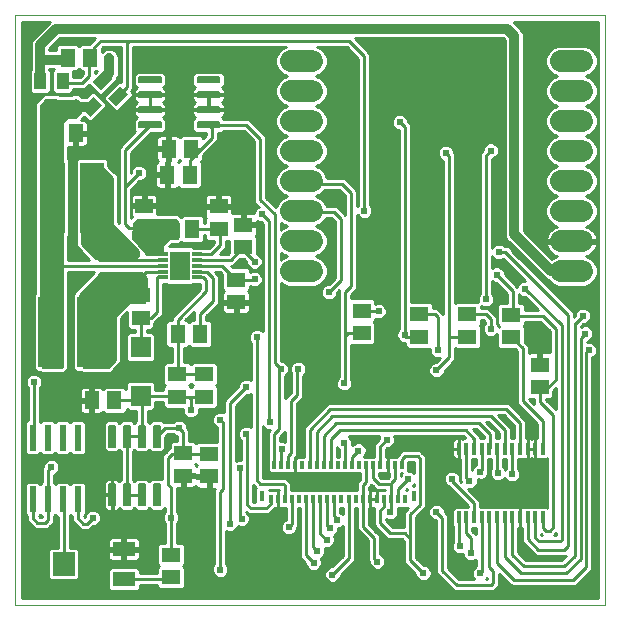
<source format=gtl>
G75*
%MOIN*%
%OFA0B0*%
%FSLAX25Y25*%
%IPPOS*%
%LPD*%
%AMOC8*
5,1,8,0,0,1.08239X$1,22.5*
%
%ADD10C,0.00000*%
%ADD11R,0.05118X0.05906*%
%ADD12R,0.05906X0.05118*%
%ADD13R,0.06693X0.07087*%
%ADD14R,0.01200X0.03900*%
%ADD15R,0.07874X0.23622*%
%ADD16R,0.06299X0.05118*%
%ADD17R,0.05118X0.06299*%
%ADD18C,0.00591*%
%ADD19R,0.03200X0.01200*%
%ADD20R,0.06900X0.09800*%
%ADD21C,0.07200*%
%ADD22R,0.01181X0.03150*%
%ADD23R,0.01181X0.02559*%
%ADD24R,0.01575X0.03740*%
%ADD25R,0.02362X0.08661*%
%ADD26R,0.07480X0.05118*%
%ADD27R,0.07480X0.07874*%
%ADD28R,0.03937X0.05512*%
%ADD29C,0.01000*%
%ADD30C,0.02400*%
%ADD31C,0.03200*%
D10*
X0005982Y0001000D02*
X0005982Y0197850D01*
X0202832Y0197850D01*
X0202832Y0001000D01*
X0005982Y0001000D01*
D11*
X0031690Y0069307D03*
X0039171Y0069307D03*
X0057281Y0153165D03*
X0064761Y0153165D03*
X0031100Y0183480D03*
X0023619Y0183480D03*
X0026336Y0158283D03*
X0018856Y0158283D03*
D12*
X0049092Y0134150D03*
X0049092Y0126669D03*
X0047911Y0104346D03*
X0047911Y0096866D03*
X0069171Y0078047D03*
X0069171Y0070567D03*
X0062084Y0051709D03*
X0062084Y0044228D03*
X0180982Y0073756D03*
X0180982Y0081236D03*
D13*
X0047911Y0086984D03*
X0047911Y0070843D03*
D14*
X0153915Y0053235D03*
X0156474Y0053235D03*
X0159033Y0053235D03*
X0161592Y0053235D03*
X0164151Y0053235D03*
X0166710Y0053235D03*
X0169269Y0053235D03*
X0171828Y0053235D03*
X0174387Y0053235D03*
X0176946Y0053235D03*
X0179505Y0053235D03*
X0182064Y0053235D03*
X0182064Y0030261D03*
X0179505Y0030261D03*
X0176946Y0030261D03*
X0174387Y0030261D03*
X0171828Y0030261D03*
X0169269Y0030261D03*
X0166710Y0030261D03*
X0164151Y0030261D03*
X0161592Y0030261D03*
X0159033Y0030261D03*
X0156474Y0030261D03*
X0153915Y0030261D03*
D15*
X0031730Y0136866D03*
X0018738Y0136866D03*
X0017832Y0092063D03*
X0030824Y0092063D03*
D16*
X0060115Y0078047D03*
X0060115Y0070567D03*
X0070745Y0051433D03*
X0070745Y0043953D03*
X0057989Y0017850D03*
X0057989Y0010370D03*
X0121572Y0091709D03*
X0121572Y0099189D03*
X0140863Y0098008D03*
X0140863Y0090528D03*
X0156808Y0090528D03*
X0156808Y0098008D03*
X0171533Y0097811D03*
X0171533Y0090331D03*
X0082163Y0120331D03*
X0082163Y0127811D03*
X0073895Y0126472D03*
X0073895Y0133953D03*
X0079801Y0109543D03*
X0079801Y0102063D03*
D17*
X0067753Y0091354D03*
X0060273Y0091354D03*
X0057635Y0126394D03*
X0065115Y0126394D03*
X0064289Y0144504D03*
X0056808Y0144504D03*
D18*
X0054663Y0162063D02*
X0047497Y0162063D01*
X0054663Y0162063D02*
X0054663Y0160291D01*
X0047497Y0160291D01*
X0047497Y0162063D01*
X0047497Y0160881D02*
X0054663Y0160881D01*
X0054663Y0161471D02*
X0047497Y0161471D01*
X0047497Y0162061D02*
X0054663Y0162061D01*
X0054663Y0167063D02*
X0047497Y0167063D01*
X0054663Y0167063D02*
X0054663Y0165291D01*
X0047497Y0165291D01*
X0047497Y0167063D01*
X0047497Y0165881D02*
X0054663Y0165881D01*
X0054663Y0166471D02*
X0047497Y0166471D01*
X0047497Y0167061D02*
X0054663Y0167061D01*
X0054663Y0172063D02*
X0047497Y0172063D01*
X0054663Y0172063D02*
X0054663Y0170291D01*
X0047497Y0170291D01*
X0047497Y0172063D01*
X0047497Y0170881D02*
X0054663Y0170881D01*
X0054663Y0171471D02*
X0047497Y0171471D01*
X0047497Y0172061D02*
X0054663Y0172061D01*
X0054663Y0177063D02*
X0047497Y0177063D01*
X0054663Y0177063D02*
X0054663Y0175291D01*
X0047497Y0175291D01*
X0047497Y0177063D01*
X0047497Y0175881D02*
X0054663Y0175881D01*
X0054663Y0176471D02*
X0047497Y0176471D01*
X0047497Y0177061D02*
X0054663Y0177061D01*
X0066985Y0177063D02*
X0074151Y0177063D01*
X0074151Y0175291D01*
X0066985Y0175291D01*
X0066985Y0177063D01*
X0066985Y0175881D02*
X0074151Y0175881D01*
X0074151Y0176471D02*
X0066985Y0176471D01*
X0066985Y0177061D02*
X0074151Y0177061D01*
X0074151Y0172063D02*
X0066985Y0172063D01*
X0074151Y0172063D02*
X0074151Y0170291D01*
X0066985Y0170291D01*
X0066985Y0172063D01*
X0066985Y0170881D02*
X0074151Y0170881D01*
X0074151Y0171471D02*
X0066985Y0171471D01*
X0066985Y0172061D02*
X0074151Y0172061D01*
X0074151Y0167063D02*
X0066985Y0167063D01*
X0074151Y0167063D02*
X0074151Y0165291D01*
X0066985Y0165291D01*
X0066985Y0167063D01*
X0066985Y0165881D02*
X0074151Y0165881D01*
X0074151Y0166471D02*
X0066985Y0166471D01*
X0066985Y0167061D02*
X0074151Y0167061D01*
X0074151Y0162063D02*
X0066985Y0162063D01*
X0074151Y0162063D02*
X0074151Y0160291D01*
X0066985Y0160291D01*
X0066985Y0162063D01*
X0066985Y0160881D02*
X0074151Y0160881D01*
X0074151Y0161471D02*
X0066985Y0161471D01*
X0066985Y0162061D02*
X0074151Y0162061D01*
X0052477Y0060902D02*
X0052477Y0053736D01*
X0052477Y0060902D02*
X0054249Y0060902D01*
X0054249Y0053736D01*
X0052477Y0053736D01*
X0052477Y0054326D02*
X0054249Y0054326D01*
X0054249Y0054916D02*
X0052477Y0054916D01*
X0052477Y0055506D02*
X0054249Y0055506D01*
X0054249Y0056096D02*
X0052477Y0056096D01*
X0052477Y0056686D02*
X0054249Y0056686D01*
X0054249Y0057276D02*
X0052477Y0057276D01*
X0052477Y0057866D02*
X0054249Y0057866D01*
X0054249Y0058456D02*
X0052477Y0058456D01*
X0052477Y0059046D02*
X0054249Y0059046D01*
X0054249Y0059636D02*
X0052477Y0059636D01*
X0052477Y0060226D02*
X0054249Y0060226D01*
X0054249Y0060816D02*
X0052477Y0060816D01*
X0047477Y0060902D02*
X0047477Y0053736D01*
X0047477Y0060902D02*
X0049249Y0060902D01*
X0049249Y0053736D01*
X0047477Y0053736D01*
X0047477Y0054326D02*
X0049249Y0054326D01*
X0049249Y0054916D02*
X0047477Y0054916D01*
X0047477Y0055506D02*
X0049249Y0055506D01*
X0049249Y0056096D02*
X0047477Y0056096D01*
X0047477Y0056686D02*
X0049249Y0056686D01*
X0049249Y0057276D02*
X0047477Y0057276D01*
X0047477Y0057866D02*
X0049249Y0057866D01*
X0049249Y0058456D02*
X0047477Y0058456D01*
X0047477Y0059046D02*
X0049249Y0059046D01*
X0049249Y0059636D02*
X0047477Y0059636D01*
X0047477Y0060226D02*
X0049249Y0060226D01*
X0049249Y0060816D02*
X0047477Y0060816D01*
X0042477Y0060902D02*
X0042477Y0053736D01*
X0042477Y0060902D02*
X0044249Y0060902D01*
X0044249Y0053736D01*
X0042477Y0053736D01*
X0042477Y0054326D02*
X0044249Y0054326D01*
X0044249Y0054916D02*
X0042477Y0054916D01*
X0042477Y0055506D02*
X0044249Y0055506D01*
X0044249Y0056096D02*
X0042477Y0056096D01*
X0042477Y0056686D02*
X0044249Y0056686D01*
X0044249Y0057276D02*
X0042477Y0057276D01*
X0042477Y0057866D02*
X0044249Y0057866D01*
X0044249Y0058456D02*
X0042477Y0058456D01*
X0042477Y0059046D02*
X0044249Y0059046D01*
X0044249Y0059636D02*
X0042477Y0059636D01*
X0042477Y0060226D02*
X0044249Y0060226D01*
X0044249Y0060816D02*
X0042477Y0060816D01*
X0037477Y0060902D02*
X0037477Y0053736D01*
X0037477Y0060902D02*
X0039249Y0060902D01*
X0039249Y0053736D01*
X0037477Y0053736D01*
X0037477Y0054326D02*
X0039249Y0054326D01*
X0039249Y0054916D02*
X0037477Y0054916D01*
X0037477Y0055506D02*
X0039249Y0055506D01*
X0039249Y0056096D02*
X0037477Y0056096D01*
X0037477Y0056686D02*
X0039249Y0056686D01*
X0039249Y0057276D02*
X0037477Y0057276D01*
X0037477Y0057866D02*
X0039249Y0057866D01*
X0039249Y0058456D02*
X0037477Y0058456D01*
X0037477Y0059046D02*
X0039249Y0059046D01*
X0039249Y0059636D02*
X0037477Y0059636D01*
X0037477Y0060226D02*
X0039249Y0060226D01*
X0039249Y0060816D02*
X0037477Y0060816D01*
X0037477Y0041414D02*
X0037477Y0034248D01*
X0037477Y0041414D02*
X0039249Y0041414D01*
X0039249Y0034248D01*
X0037477Y0034248D01*
X0037477Y0034838D02*
X0039249Y0034838D01*
X0039249Y0035428D02*
X0037477Y0035428D01*
X0037477Y0036018D02*
X0039249Y0036018D01*
X0039249Y0036608D02*
X0037477Y0036608D01*
X0037477Y0037198D02*
X0039249Y0037198D01*
X0039249Y0037788D02*
X0037477Y0037788D01*
X0037477Y0038378D02*
X0039249Y0038378D01*
X0039249Y0038968D02*
X0037477Y0038968D01*
X0037477Y0039558D02*
X0039249Y0039558D01*
X0039249Y0040148D02*
X0037477Y0040148D01*
X0037477Y0040738D02*
X0039249Y0040738D01*
X0039249Y0041328D02*
X0037477Y0041328D01*
X0042477Y0041414D02*
X0042477Y0034248D01*
X0042477Y0041414D02*
X0044249Y0041414D01*
X0044249Y0034248D01*
X0042477Y0034248D01*
X0042477Y0034838D02*
X0044249Y0034838D01*
X0044249Y0035428D02*
X0042477Y0035428D01*
X0042477Y0036018D02*
X0044249Y0036018D01*
X0044249Y0036608D02*
X0042477Y0036608D01*
X0042477Y0037198D02*
X0044249Y0037198D01*
X0044249Y0037788D02*
X0042477Y0037788D01*
X0042477Y0038378D02*
X0044249Y0038378D01*
X0044249Y0038968D02*
X0042477Y0038968D01*
X0042477Y0039558D02*
X0044249Y0039558D01*
X0044249Y0040148D02*
X0042477Y0040148D01*
X0042477Y0040738D02*
X0044249Y0040738D01*
X0044249Y0041328D02*
X0042477Y0041328D01*
X0047477Y0041414D02*
X0047477Y0034248D01*
X0047477Y0041414D02*
X0049249Y0041414D01*
X0049249Y0034248D01*
X0047477Y0034248D01*
X0047477Y0034838D02*
X0049249Y0034838D01*
X0049249Y0035428D02*
X0047477Y0035428D01*
X0047477Y0036018D02*
X0049249Y0036018D01*
X0049249Y0036608D02*
X0047477Y0036608D01*
X0047477Y0037198D02*
X0049249Y0037198D01*
X0049249Y0037788D02*
X0047477Y0037788D01*
X0047477Y0038378D02*
X0049249Y0038378D01*
X0049249Y0038968D02*
X0047477Y0038968D01*
X0047477Y0039558D02*
X0049249Y0039558D01*
X0049249Y0040148D02*
X0047477Y0040148D01*
X0047477Y0040738D02*
X0049249Y0040738D01*
X0049249Y0041328D02*
X0047477Y0041328D01*
X0052477Y0041414D02*
X0052477Y0034248D01*
X0052477Y0041414D02*
X0054249Y0041414D01*
X0054249Y0034248D01*
X0052477Y0034248D01*
X0052477Y0034838D02*
X0054249Y0034838D01*
X0054249Y0035428D02*
X0052477Y0035428D01*
X0052477Y0036018D02*
X0054249Y0036018D01*
X0054249Y0036608D02*
X0052477Y0036608D01*
X0052477Y0037198D02*
X0054249Y0037198D01*
X0054249Y0037788D02*
X0052477Y0037788D01*
X0052477Y0038378D02*
X0054249Y0038378D01*
X0054249Y0038968D02*
X0052477Y0038968D01*
X0052477Y0039558D02*
X0054249Y0039558D01*
X0054249Y0040148D02*
X0052477Y0040148D01*
X0052477Y0040738D02*
X0054249Y0040738D01*
X0054249Y0041328D02*
X0052477Y0041328D01*
D19*
X0055242Y0110252D03*
X0055242Y0112220D03*
X0055242Y0114189D03*
X0055242Y0116157D03*
X0055242Y0118126D03*
X0066642Y0118126D03*
X0066642Y0116157D03*
X0066642Y0114189D03*
X0066642Y0112220D03*
X0066642Y0110252D03*
D20*
X0060942Y0114189D03*
D21*
X0097972Y0112260D02*
X0105172Y0112260D01*
X0105172Y0122260D02*
X0097972Y0122260D01*
X0097972Y0132260D02*
X0105172Y0132260D01*
X0105172Y0142260D02*
X0097972Y0142260D01*
X0097972Y0152260D02*
X0105172Y0152260D01*
X0105172Y0162260D02*
X0097972Y0162260D01*
X0097972Y0172260D02*
X0105172Y0172260D01*
X0105172Y0182260D02*
X0097972Y0182260D01*
X0187972Y0182260D02*
X0195172Y0182260D01*
X0195172Y0172260D02*
X0187972Y0172260D01*
X0187972Y0162260D02*
X0195172Y0162260D01*
X0195172Y0152260D02*
X0187972Y0152260D01*
X0187972Y0142260D02*
X0195172Y0142260D01*
X0195172Y0132260D02*
X0187972Y0132260D01*
X0187972Y0122260D02*
X0195172Y0122260D01*
X0195172Y0112260D02*
X0187972Y0112260D01*
D22*
X0136139Y0036394D03*
X0133777Y0036394D03*
X0131415Y0036394D03*
X0129052Y0036394D03*
X0126690Y0036394D03*
X0124328Y0036394D03*
X0121966Y0036394D03*
X0119604Y0036394D03*
X0117241Y0036394D03*
X0114879Y0036394D03*
X0112517Y0036394D03*
X0110155Y0036394D03*
X0107793Y0036394D03*
X0105430Y0036394D03*
X0103068Y0036394D03*
X0100706Y0036394D03*
X0098344Y0036394D03*
X0095982Y0036394D03*
X0093619Y0036394D03*
X0091257Y0036394D03*
D23*
X0092438Y0047713D03*
X0094801Y0047713D03*
X0097163Y0047713D03*
X0099525Y0047713D03*
X0101887Y0047713D03*
X0104249Y0047713D03*
X0106612Y0047713D03*
X0108974Y0047713D03*
X0111336Y0047713D03*
X0113698Y0047713D03*
X0116060Y0047713D03*
X0118423Y0047713D03*
X0120785Y0047713D03*
X0123147Y0047713D03*
X0125509Y0047713D03*
X0127871Y0047713D03*
X0130234Y0047713D03*
X0132596Y0047713D03*
X0134958Y0047713D03*
D24*
X0138895Y0037476D03*
X0088501Y0037476D03*
D25*
X0027025Y0036315D03*
X0022025Y0036315D03*
X0017025Y0036315D03*
X0012025Y0036315D03*
X0012025Y0056787D03*
X0017025Y0056787D03*
X0022025Y0056787D03*
X0027025Y0056787D03*
D26*
X0042320Y0019701D03*
X0042320Y0009701D03*
D27*
X0022241Y0014701D03*
D28*
X0018186Y0167142D03*
X0014446Y0175803D03*
X0021926Y0175803D03*
G36*
X0032216Y0170569D02*
X0034999Y0167786D01*
X0031102Y0163889D01*
X0028319Y0166672D01*
X0032216Y0170569D01*
G37*
G36*
X0035696Y0179338D02*
X0038479Y0176555D01*
X0034582Y0172658D01*
X0031799Y0175441D01*
X0035696Y0179338D01*
G37*
G36*
X0040986Y0174049D02*
X0043769Y0171266D01*
X0039872Y0167369D01*
X0037089Y0170152D01*
X0040986Y0174049D01*
G37*
D29*
X0041383Y0175550D02*
X0040364Y0175550D01*
X0035588Y0170773D01*
X0035588Y0169531D01*
X0039251Y0165868D01*
X0040493Y0165868D01*
X0045269Y0170644D01*
X0045269Y0171887D01*
X0044767Y0172390D01*
X0045383Y0173006D01*
X0045383Y0187189D01*
X0096545Y0187189D01*
X0095083Y0186583D01*
X0093649Y0185149D01*
X0092872Y0183274D01*
X0092872Y0181245D01*
X0093649Y0179371D01*
X0095083Y0177936D01*
X0096716Y0177260D01*
X0095083Y0176583D01*
X0093649Y0175149D01*
X0092872Y0173274D01*
X0092872Y0171245D01*
X0093649Y0169371D01*
X0095083Y0167936D01*
X0096716Y0167260D01*
X0095083Y0166583D01*
X0093649Y0165149D01*
X0092872Y0163274D01*
X0092872Y0161245D01*
X0093649Y0159371D01*
X0095083Y0157936D01*
X0096716Y0157260D01*
X0095083Y0156583D01*
X0093649Y0155149D01*
X0092872Y0153274D01*
X0092872Y0151245D01*
X0093649Y0149371D01*
X0095083Y0147936D01*
X0096716Y0147260D01*
X0095083Y0146583D01*
X0093649Y0145149D01*
X0092872Y0143274D01*
X0092872Y0141245D01*
X0093649Y0139371D01*
X0095083Y0137936D01*
X0096716Y0137260D01*
X0095083Y0136583D01*
X0093649Y0135149D01*
X0093046Y0133693D01*
X0089871Y0136868D01*
X0089871Y0157340D01*
X0084034Y0163177D01*
X0075576Y0163177D01*
X0075028Y0163725D01*
X0075253Y0163855D01*
X0075587Y0164189D01*
X0075824Y0164598D01*
X0075946Y0165055D01*
X0075946Y0166087D01*
X0070659Y0166087D01*
X0070659Y0166268D01*
X0070478Y0166268D01*
X0070478Y0171087D01*
X0070659Y0171087D01*
X0070659Y0171268D01*
X0075946Y0171268D01*
X0075946Y0172299D01*
X0075824Y0172756D01*
X0075587Y0173165D01*
X0075253Y0173500D01*
X0075028Y0173630D01*
X0075946Y0174548D01*
X0075946Y0177807D01*
X0074895Y0178858D01*
X0066242Y0178858D01*
X0065190Y0177807D01*
X0065190Y0174548D01*
X0066108Y0173630D01*
X0065883Y0173500D01*
X0065549Y0173165D01*
X0065313Y0172756D01*
X0065190Y0172299D01*
X0065190Y0171268D01*
X0070478Y0171268D01*
X0070478Y0171087D01*
X0065190Y0171087D01*
X0065190Y0170055D01*
X0065313Y0169598D01*
X0065549Y0169189D01*
X0065883Y0168855D01*
X0066191Y0168677D01*
X0065883Y0168500D01*
X0065549Y0168165D01*
X0065313Y0167756D01*
X0065190Y0167299D01*
X0065190Y0166268D01*
X0070478Y0166268D01*
X0070478Y0166087D01*
X0065190Y0166087D01*
X0065190Y0165055D01*
X0065313Y0164598D01*
X0065549Y0164189D01*
X0065883Y0163855D01*
X0066108Y0163725D01*
X0065190Y0162807D01*
X0065190Y0159548D01*
X0066242Y0158496D01*
X0069730Y0158496D01*
X0069730Y0157734D01*
X0068778Y0156782D01*
X0067942Y0157618D01*
X0061581Y0157618D01*
X0061021Y0157058D01*
X0060761Y0157318D01*
X0060419Y0157516D01*
X0060037Y0157618D01*
X0057781Y0157618D01*
X0057781Y0153665D01*
X0056781Y0153665D01*
X0056781Y0152665D01*
X0057781Y0152665D01*
X0057781Y0149154D01*
X0057308Y0149154D01*
X0057308Y0145004D01*
X0056308Y0145004D01*
X0056308Y0144004D01*
X0052749Y0144004D01*
X0052749Y0141157D01*
X0052852Y0140775D01*
X0053049Y0140433D01*
X0053328Y0140154D01*
X0053670Y0139957D01*
X0054052Y0139854D01*
X0056308Y0139854D01*
X0056308Y0144004D01*
X0057308Y0144004D01*
X0057308Y0139854D01*
X0059565Y0139854D01*
X0059946Y0139957D01*
X0060288Y0140154D01*
X0060549Y0140414D01*
X0061108Y0139854D01*
X0067469Y0139854D01*
X0068348Y0140733D01*
X0068348Y0148275D01*
X0067910Y0148713D01*
X0067942Y0148713D01*
X0068820Y0149591D01*
X0068820Y0151168D01*
X0069989Y0152337D01*
X0072558Y0154906D01*
X0073730Y0156077D01*
X0073730Y0158496D01*
X0074895Y0158496D01*
X0075576Y0159177D01*
X0082378Y0159177D01*
X0085871Y0155683D01*
X0085871Y0135211D01*
X0087261Y0133821D01*
X0086736Y0133604D01*
X0085976Y0132844D01*
X0085566Y0131855D01*
X0085510Y0131870D01*
X0082663Y0131870D01*
X0082663Y0128311D01*
X0086812Y0128311D01*
X0086812Y0128994D01*
X0087728Y0128615D01*
X0088137Y0128615D01*
X0088627Y0128124D01*
X0088627Y0092251D01*
X0088220Y0092659D01*
X0087227Y0093070D01*
X0086153Y0093070D01*
X0085161Y0092659D01*
X0084401Y0091899D01*
X0083990Y0090907D01*
X0083990Y0089833D01*
X0084401Y0088841D01*
X0084690Y0088552D01*
X0084690Y0076110D01*
X0084676Y0076124D01*
X0083684Y0076535D01*
X0082610Y0076535D01*
X0081618Y0076124D01*
X0080858Y0075364D01*
X0080447Y0074372D01*
X0080447Y0073963D01*
X0075635Y0069151D01*
X0075635Y0067494D01*
X0075635Y0065257D01*
X0075023Y0065511D01*
X0073948Y0065511D01*
X0072956Y0065100D01*
X0072197Y0064340D01*
X0071786Y0063348D01*
X0071786Y0062274D01*
X0072197Y0061282D01*
X0072956Y0060522D01*
X0073273Y0060391D01*
X0073273Y0055492D01*
X0066974Y0055492D01*
X0066454Y0054972D01*
X0065658Y0055768D01*
X0064084Y0055768D01*
X0064084Y0059506D01*
X0063406Y0060184D01*
X0063406Y0060592D01*
X0062995Y0061585D01*
X0062235Y0062344D01*
X0061243Y0062755D01*
X0060169Y0062755D01*
X0059177Y0062344D01*
X0058888Y0062055D01*
X0055635Y0062055D01*
X0054993Y0062697D01*
X0051734Y0062697D01*
X0050863Y0061826D01*
X0050363Y0062326D01*
X0050363Y0065799D01*
X0051879Y0065799D01*
X0052757Y0066678D01*
X0052757Y0068843D01*
X0055466Y0068843D01*
X0055466Y0067387D01*
X0056345Y0066508D01*
X0061947Y0066508D01*
X0061943Y0066498D01*
X0061943Y0065424D01*
X0062354Y0064431D01*
X0063114Y0063672D01*
X0064106Y0063261D01*
X0065180Y0063261D01*
X0066172Y0063672D01*
X0066932Y0064431D01*
X0067343Y0065424D01*
X0067343Y0066498D01*
X0067339Y0066508D01*
X0072745Y0066508D01*
X0073623Y0067387D01*
X0073623Y0073747D01*
X0073064Y0074307D01*
X0073623Y0074867D01*
X0073623Y0081228D01*
X0072745Y0082106D01*
X0065596Y0082106D01*
X0064741Y0081251D01*
X0063886Y0082106D01*
X0062273Y0082106D01*
X0062273Y0086705D01*
X0063453Y0086705D01*
X0064013Y0087265D01*
X0064573Y0086705D01*
X0070934Y0086705D01*
X0071812Y0087583D01*
X0071812Y0095125D01*
X0070934Y0096004D01*
X0069753Y0096004D01*
X0069753Y0097376D01*
X0072952Y0100575D01*
X0074123Y0101746D01*
X0074123Y0110884D01*
X0072818Y0112189D01*
X0074326Y0112189D01*
X0075151Y0111364D01*
X0075151Y0106363D01*
X0075711Y0105803D01*
X0075451Y0105543D01*
X0075253Y0105201D01*
X0075151Y0104820D01*
X0075151Y0102563D01*
X0079300Y0102563D01*
X0079300Y0101563D01*
X0075151Y0101563D01*
X0075151Y0099306D01*
X0075253Y0098925D01*
X0075451Y0098583D01*
X0075730Y0098304D01*
X0076072Y0098106D01*
X0076453Y0098004D01*
X0079301Y0098004D01*
X0079301Y0101563D01*
X0080300Y0101563D01*
X0080300Y0098004D01*
X0083148Y0098004D01*
X0083529Y0098106D01*
X0083871Y0098304D01*
X0084150Y0098583D01*
X0084348Y0098925D01*
X0084450Y0099306D01*
X0084450Y0101563D01*
X0080301Y0101563D01*
X0080301Y0102563D01*
X0084450Y0102563D01*
X0084450Y0104820D01*
X0084348Y0105201D01*
X0084150Y0105543D01*
X0083890Y0105803D01*
X0084450Y0106363D01*
X0084450Y0107341D01*
X0085366Y0106961D01*
X0086440Y0106961D01*
X0087432Y0107372D01*
X0088192Y0108132D01*
X0088603Y0109124D01*
X0088603Y0110198D01*
X0088192Y0111191D01*
X0087432Y0111950D01*
X0086440Y0112361D01*
X0085366Y0112361D01*
X0084450Y0111982D01*
X0084450Y0112724D01*
X0083571Y0113602D01*
X0078570Y0113602D01*
X0078015Y0114157D01*
X0078818Y0114157D01*
X0080932Y0116272D01*
X0082370Y0116272D01*
X0083203Y0115438D01*
X0083203Y0115030D01*
X0083614Y0114037D01*
X0084373Y0113278D01*
X0085366Y0112867D01*
X0086440Y0112867D01*
X0087432Y0113278D01*
X0088192Y0114037D01*
X0088603Y0115030D01*
X0088603Y0116104D01*
X0088192Y0117096D01*
X0087432Y0117856D01*
X0086812Y0118113D01*
X0086812Y0123511D01*
X0086253Y0124071D01*
X0086513Y0124331D01*
X0086710Y0124673D01*
X0086812Y0125054D01*
X0086812Y0127311D01*
X0082663Y0127311D01*
X0082663Y0128311D01*
X0081663Y0128311D01*
X0081663Y0131870D01*
X0078816Y0131870D01*
X0078545Y0131797D01*
X0078545Y0133453D01*
X0074395Y0133453D01*
X0074395Y0134453D01*
X0073395Y0134453D01*
X0073395Y0138012D01*
X0070548Y0138012D01*
X0070166Y0137910D01*
X0069824Y0137712D01*
X0069545Y0137433D01*
X0069348Y0137091D01*
X0069245Y0136709D01*
X0069245Y0134453D01*
X0073395Y0134453D01*
X0073395Y0133453D01*
X0069245Y0133453D01*
X0069245Y0131196D01*
X0069348Y0130815D01*
X0069545Y0130473D01*
X0069805Y0130213D01*
X0069245Y0129653D01*
X0069245Y0128394D01*
X0069175Y0128394D01*
X0069175Y0130165D01*
X0068296Y0131043D01*
X0061935Y0131043D01*
X0061375Y0130484D01*
X0060816Y0131043D01*
X0060656Y0131043D01*
X0060353Y0131346D01*
X0053532Y0131346D01*
X0053545Y0131393D01*
X0053545Y0133650D01*
X0049592Y0133650D01*
X0049592Y0134650D01*
X0048592Y0134650D01*
X0048592Y0138209D01*
X0045942Y0138209D01*
X0045560Y0138106D01*
X0045218Y0137909D01*
X0044939Y0137630D01*
X0044741Y0137288D01*
X0044639Y0136906D01*
X0044639Y0134650D01*
X0048592Y0134650D01*
X0048592Y0133650D01*
X0044639Y0133650D01*
X0044639Y0131393D01*
X0044741Y0131012D01*
X0044939Y0130670D01*
X0045029Y0130579D01*
X0044596Y0130208D01*
X0044596Y0139542D01*
X0047449Y0142394D01*
X0047857Y0142394D01*
X0048850Y0142806D01*
X0049609Y0143565D01*
X0050020Y0144557D01*
X0050020Y0145632D01*
X0049609Y0146624D01*
X0048850Y0147383D01*
X0047857Y0147794D01*
X0046783Y0147794D01*
X0045791Y0147383D01*
X0045031Y0146624D01*
X0044620Y0145632D01*
X0044620Y0145223D01*
X0044596Y0145198D01*
X0044596Y0151864D01*
X0051227Y0158496D01*
X0055406Y0158496D01*
X0056458Y0159548D01*
X0056458Y0162807D01*
X0055540Y0163725D01*
X0055765Y0163855D01*
X0056099Y0164189D01*
X0056336Y0164598D01*
X0056458Y0165055D01*
X0056458Y0166087D01*
X0051171Y0166087D01*
X0051171Y0166268D01*
X0056458Y0166268D01*
X0056458Y0167299D01*
X0056336Y0167756D01*
X0056099Y0168165D01*
X0055765Y0168500D01*
X0055457Y0168677D01*
X0055765Y0168855D01*
X0056099Y0169189D01*
X0056336Y0169598D01*
X0056458Y0170055D01*
X0056458Y0171087D01*
X0051171Y0171087D01*
X0051171Y0171268D01*
X0056458Y0171268D01*
X0056458Y0172299D01*
X0056336Y0172756D01*
X0056099Y0173165D01*
X0055765Y0173500D01*
X0055540Y0173630D01*
X0056458Y0174548D01*
X0056458Y0177807D01*
X0055406Y0178858D01*
X0046754Y0178858D01*
X0045702Y0177807D01*
X0045702Y0174548D01*
X0046620Y0173630D01*
X0046395Y0173500D01*
X0046061Y0173165D01*
X0045824Y0172756D01*
X0045702Y0172299D01*
X0045702Y0171268D01*
X0050989Y0171268D01*
X0050989Y0171087D01*
X0045702Y0171087D01*
X0045702Y0170055D01*
X0045824Y0169598D01*
X0046061Y0169189D01*
X0046395Y0168855D01*
X0046703Y0168677D01*
X0046395Y0168500D01*
X0046061Y0168165D01*
X0045824Y0167756D01*
X0045702Y0167299D01*
X0045702Y0166268D01*
X0050989Y0166268D01*
X0050989Y0166087D01*
X0045702Y0166087D01*
X0045702Y0165055D01*
X0045824Y0164598D01*
X0046061Y0164189D01*
X0046395Y0163855D01*
X0046620Y0163725D01*
X0045702Y0162807D01*
X0045702Y0159548D01*
X0046162Y0159088D01*
X0040596Y0153521D01*
X0040596Y0128269D01*
X0040265Y0128600D01*
X0040265Y0144348D01*
X0039093Y0145520D01*
X0037167Y0147447D01*
X0037167Y0149298D01*
X0036288Y0150177D01*
X0027171Y0150177D01*
X0026293Y0149298D01*
X0026293Y0124434D01*
X0026423Y0124304D01*
X0026423Y0120644D01*
X0027594Y0119472D01*
X0030878Y0116189D01*
X0023730Y0116189D01*
X0023730Y0123989D01*
X0024175Y0124434D01*
X0024175Y0149298D01*
X0023730Y0149743D01*
X0023730Y0153831D01*
X0025836Y0153831D01*
X0025836Y0157783D01*
X0026836Y0157783D01*
X0026836Y0153831D01*
X0029092Y0153831D01*
X0029474Y0153933D01*
X0029816Y0154130D01*
X0030095Y0154410D01*
X0030293Y0154752D01*
X0030395Y0155133D01*
X0030395Y0157783D01*
X0026836Y0157783D01*
X0026836Y0158783D01*
X0030395Y0158783D01*
X0030395Y0161434D01*
X0030293Y0161815D01*
X0030095Y0162157D01*
X0029816Y0162437D01*
X0029474Y0162634D01*
X0029092Y0162736D01*
X0028027Y0162736D01*
X0028464Y0163173D01*
X0029080Y0163790D01*
X0030481Y0162388D01*
X0031724Y0162388D01*
X0036500Y0167164D01*
X0036500Y0168407D01*
X0032838Y0172070D01*
X0031595Y0172070D01*
X0029854Y0170329D01*
X0028457Y0170329D01*
X0028235Y0170552D01*
X0028149Y0170850D01*
X0027670Y0171116D01*
X0027282Y0171504D01*
X0026972Y0171504D01*
X0026701Y0171655D01*
X0026174Y0171504D01*
X0025626Y0171504D01*
X0025406Y0171285D01*
X0024796Y0171110D01*
X0021064Y0171110D01*
X0020776Y0171398D01*
X0015596Y0171398D01*
X0014718Y0170519D01*
X0014718Y0170439D01*
X0013815Y0169535D01*
X0012643Y0168364D01*
X0012643Y0104743D01*
X0012395Y0104495D01*
X0012395Y0079631D01*
X0013274Y0078752D01*
X0014378Y0078752D01*
X0014602Y0078528D01*
X0022558Y0078528D01*
X0023730Y0079699D01*
X0023730Y0112189D01*
X0032452Y0112189D01*
X0025635Y0105372D01*
X0025635Y0104743D01*
X0025387Y0104495D01*
X0025387Y0102368D01*
X0025241Y0102222D01*
X0025241Y0101718D01*
X0025082Y0101240D01*
X0025241Y0100922D01*
X0025241Y0081668D01*
X0025387Y0081522D01*
X0025387Y0079631D01*
X0026266Y0078752D01*
X0028157Y0078752D01*
X0028382Y0078528D01*
X0037912Y0078528D01*
X0039084Y0079699D01*
X0041446Y0082061D01*
X0041446Y0096628D01*
X0043424Y0098606D01*
X0043458Y0098640D01*
X0043458Y0093686D01*
X0044337Y0092807D01*
X0045911Y0092807D01*
X0045911Y0092028D01*
X0043943Y0092028D01*
X0043064Y0091149D01*
X0043064Y0082820D01*
X0043943Y0081941D01*
X0051879Y0081941D01*
X0052757Y0082820D01*
X0052757Y0091149D01*
X0051879Y0092028D01*
X0049911Y0092028D01*
X0049911Y0092807D01*
X0051485Y0092807D01*
X0052363Y0093686D01*
X0052363Y0094947D01*
X0054054Y0096638D01*
X0055226Y0097809D01*
X0055226Y0108152D01*
X0056508Y0108152D01*
X0056871Y0107789D01*
X0065014Y0107789D01*
X0065377Y0108152D01*
X0067761Y0108152D01*
X0067761Y0106553D01*
X0059445Y0098236D01*
X0058273Y0097065D01*
X0058273Y0096004D01*
X0057093Y0096004D01*
X0056214Y0095125D01*
X0056214Y0087583D01*
X0057093Y0086705D01*
X0058273Y0086705D01*
X0058273Y0082106D01*
X0056345Y0082106D01*
X0055466Y0081228D01*
X0055466Y0074867D01*
X0056026Y0074307D01*
X0055466Y0073747D01*
X0055466Y0072843D01*
X0052757Y0072843D01*
X0052757Y0075007D01*
X0051879Y0075886D01*
X0043943Y0075886D01*
X0043064Y0075007D01*
X0043064Y0073046D01*
X0042351Y0073760D01*
X0035990Y0073760D01*
X0035430Y0073200D01*
X0035170Y0073460D01*
X0034828Y0073658D01*
X0034447Y0073760D01*
X0032190Y0073760D01*
X0032190Y0069807D01*
X0031190Y0069807D01*
X0031190Y0068807D01*
X0027631Y0068807D01*
X0027631Y0066157D01*
X0027733Y0065775D01*
X0027931Y0065433D01*
X0028210Y0065154D01*
X0028552Y0064957D01*
X0028934Y0064854D01*
X0031190Y0064854D01*
X0031190Y0068807D01*
X0032190Y0068807D01*
X0032190Y0064854D01*
X0034447Y0064854D01*
X0034828Y0064957D01*
X0035170Y0065154D01*
X0035430Y0065414D01*
X0035990Y0064854D01*
X0042351Y0064854D01*
X0043230Y0065733D01*
X0043230Y0066513D01*
X0043943Y0065799D01*
X0046363Y0065799D01*
X0046363Y0062326D01*
X0045863Y0061826D01*
X0044993Y0062697D01*
X0041734Y0062697D01*
X0040863Y0061826D01*
X0039993Y0062697D01*
X0036734Y0062697D01*
X0035682Y0061645D01*
X0035682Y0052993D01*
X0036734Y0051941D01*
X0039993Y0051941D01*
X0040863Y0052811D01*
X0041363Y0052311D01*
X0041363Y0042838D01*
X0040816Y0042291D01*
X0040686Y0042516D01*
X0040352Y0042850D01*
X0039942Y0043086D01*
X0039486Y0043209D01*
X0038454Y0043209D01*
X0038454Y0037921D01*
X0038273Y0037921D01*
X0038273Y0037740D01*
X0038454Y0037740D01*
X0038454Y0032453D01*
X0039486Y0032453D01*
X0039942Y0032575D01*
X0040352Y0032811D01*
X0040686Y0033146D01*
X0040816Y0033371D01*
X0041734Y0032453D01*
X0044993Y0032453D01*
X0045863Y0033323D01*
X0046734Y0032453D01*
X0049993Y0032453D01*
X0050863Y0033323D01*
X0051734Y0032453D01*
X0054993Y0032453D01*
X0055989Y0033449D01*
X0055989Y0031952D01*
X0055701Y0031663D01*
X0055289Y0030671D01*
X0055289Y0029597D01*
X0055701Y0028604D01*
X0055989Y0028315D01*
X0055989Y0021909D01*
X0054219Y0021909D01*
X0053340Y0021031D01*
X0053340Y0014670D01*
X0053900Y0014110D01*
X0053340Y0013550D01*
X0053340Y0011701D01*
X0047560Y0011701D01*
X0047560Y0012881D01*
X0046682Y0013760D01*
X0037959Y0013760D01*
X0037080Y0012881D01*
X0037080Y0006520D01*
X0037959Y0005642D01*
X0046682Y0005642D01*
X0047560Y0006520D01*
X0047560Y0007701D01*
X0053340Y0007701D01*
X0053340Y0007190D01*
X0054219Y0006311D01*
X0061760Y0006311D01*
X0062639Y0007190D01*
X0062639Y0013550D01*
X0062079Y0014110D01*
X0062639Y0014670D01*
X0062639Y0021031D01*
X0061760Y0021909D01*
X0059989Y0021909D01*
X0059989Y0028315D01*
X0060278Y0028604D01*
X0060689Y0029597D01*
X0060689Y0030671D01*
X0060278Y0031663D01*
X0059989Y0031952D01*
X0059989Y0040169D01*
X0061584Y0040169D01*
X0061584Y0043728D01*
X0062584Y0043728D01*
X0062584Y0040169D01*
X0065234Y0040169D01*
X0065616Y0040272D01*
X0065958Y0040469D01*
X0066237Y0040748D01*
X0066395Y0040473D01*
X0066675Y0040193D01*
X0067017Y0039996D01*
X0067398Y0039894D01*
X0070245Y0039894D01*
X0070245Y0043453D01*
X0066537Y0043453D01*
X0066537Y0043728D01*
X0062584Y0043728D01*
X0062584Y0044728D01*
X0066096Y0044728D01*
X0066096Y0044453D01*
X0070245Y0044453D01*
X0070245Y0043453D01*
X0071245Y0043453D01*
X0071245Y0039894D01*
X0072756Y0039894D01*
X0072486Y0039624D01*
X0072486Y0014629D01*
X0072197Y0014340D01*
X0071786Y0013348D01*
X0071786Y0012274D01*
X0072197Y0011282D01*
X0072956Y0010522D01*
X0073948Y0010111D01*
X0075023Y0010111D01*
X0076015Y0010522D01*
X0076774Y0011282D01*
X0077186Y0012274D01*
X0077186Y0013348D01*
X0076774Y0014340D01*
X0076486Y0014629D01*
X0076486Y0025719D01*
X0077098Y0025465D01*
X0078172Y0025465D01*
X0079165Y0025876D01*
X0079924Y0026636D01*
X0080230Y0027374D01*
X0081035Y0027040D01*
X0082109Y0027040D01*
X0083102Y0027451D01*
X0083861Y0028211D01*
X0084272Y0029203D01*
X0084272Y0030277D01*
X0083861Y0031270D01*
X0083178Y0031952D01*
X0083178Y0031998D01*
X0083893Y0031283D01*
X0090668Y0031283D01*
X0091840Y0032455D01*
X0092086Y0032701D01*
X0092731Y0033346D01*
X0092831Y0033319D01*
X0093619Y0033319D01*
X0093619Y0036394D01*
X0093619Y0039468D01*
X0092831Y0039468D01*
X0092546Y0039392D01*
X0092469Y0039468D01*
X0090789Y0039468D01*
X0090789Y0039551D01*
X0093982Y0039551D01*
X0093982Y0039468D01*
X0093619Y0039468D01*
X0093619Y0036394D01*
X0093619Y0036394D01*
X0093619Y0036394D01*
X0093619Y0033319D01*
X0094407Y0033319D01*
X0094693Y0033395D01*
X0094770Y0033319D01*
X0096344Y0033319D01*
X0096344Y0029502D01*
X0095791Y0029273D01*
X0095031Y0028514D01*
X0094620Y0027521D01*
X0094620Y0026447D01*
X0095031Y0025455D01*
X0095791Y0024695D01*
X0096783Y0024284D01*
X0097857Y0024284D01*
X0098850Y0024695D01*
X0099609Y0025455D01*
X0100020Y0026447D01*
X0100020Y0026856D01*
X0100344Y0027179D01*
X0100344Y0033319D01*
X0101068Y0033319D01*
X0101068Y0016864D01*
X0102888Y0015045D01*
X0102888Y0014636D01*
X0103299Y0013644D01*
X0104058Y0012884D01*
X0105051Y0012473D01*
X0106125Y0012473D01*
X0107117Y0012884D01*
X0107877Y0013644D01*
X0108288Y0014636D01*
X0108288Y0015710D01*
X0107897Y0016655D01*
X0108298Y0016821D01*
X0109058Y0017581D01*
X0109469Y0018573D01*
X0109469Y0019647D01*
X0109334Y0019973D01*
X0109382Y0019954D01*
X0110456Y0019954D01*
X0111448Y0020365D01*
X0112208Y0021124D01*
X0112619Y0022116D01*
X0112619Y0023191D01*
X0112227Y0024135D01*
X0112629Y0024302D01*
X0113389Y0025061D01*
X0113800Y0026053D01*
X0113800Y0026646D01*
X0113999Y0026646D01*
X0114991Y0027058D01*
X0115241Y0027308D01*
X0115241Y0017419D01*
X0111759Y0013936D01*
X0111350Y0013936D01*
X0110358Y0013525D01*
X0109598Y0012766D01*
X0109187Y0011773D01*
X0109187Y0010699D01*
X0109598Y0009707D01*
X0110358Y0008947D01*
X0111350Y0008536D01*
X0112424Y0008536D01*
X0113417Y0008947D01*
X0114176Y0009707D01*
X0114587Y0010699D01*
X0114587Y0011108D01*
X0119241Y0015762D01*
X0119241Y0033319D01*
X0119966Y0033319D01*
X0119966Y0026313D01*
X0123667Y0022613D01*
X0123667Y0015920D01*
X0124148Y0015438D01*
X0124148Y0015030D01*
X0124559Y0014037D01*
X0125318Y0013278D01*
X0126311Y0012867D01*
X0127385Y0012867D01*
X0128377Y0013278D01*
X0129137Y0014037D01*
X0129548Y0015030D01*
X0129548Y0016104D01*
X0129137Y0017096D01*
X0128377Y0017856D01*
X0127667Y0018150D01*
X0127667Y0024269D01*
X0126495Y0025441D01*
X0123966Y0027970D01*
X0123966Y0033319D01*
X0124328Y0033319D01*
X0124328Y0036394D01*
X0124328Y0039468D01*
X0123966Y0039468D01*
X0123966Y0040172D01*
X0124879Y0041085D01*
X0125241Y0040723D01*
X0125241Y0040723D01*
X0126413Y0039551D01*
X0129415Y0039551D01*
X0129415Y0039468D01*
X0127841Y0039468D01*
X0127764Y0039392D01*
X0127478Y0039468D01*
X0126690Y0039468D01*
X0125902Y0039468D01*
X0125521Y0039366D01*
X0125509Y0039360D01*
X0125498Y0039366D01*
X0125116Y0039468D01*
X0124328Y0039468D01*
X0124328Y0036394D01*
X0124328Y0036394D01*
X0126690Y0036394D01*
X0126690Y0039468D01*
X0126690Y0036394D01*
X0126690Y0036394D01*
X0126690Y0036394D01*
X0124600Y0036394D01*
X0124328Y0036394D01*
X0124328Y0036394D01*
X0124328Y0036394D01*
X0124328Y0033319D01*
X0125116Y0033319D01*
X0125498Y0033421D01*
X0125509Y0033428D01*
X0125521Y0033421D01*
X0125687Y0033377D01*
X0125635Y0033324D01*
X0125635Y0027731D01*
X0129178Y0024187D01*
X0130350Y0023016D01*
X0135074Y0023016D01*
X0135871Y0022219D01*
X0135871Y0015132D01*
X0139502Y0011501D01*
X0139502Y0011093D01*
X0139913Y0010100D01*
X0140673Y0009341D01*
X0141665Y0008930D01*
X0142739Y0008930D01*
X0143731Y0009341D01*
X0144491Y0010100D01*
X0144902Y0011093D01*
X0144902Y0012167D01*
X0144491Y0013159D01*
X0143731Y0013919D01*
X0142739Y0014330D01*
X0142330Y0014330D01*
X0139871Y0016789D01*
X0139871Y0030487D01*
X0143021Y0033636D01*
X0143021Y0050647D01*
X0141849Y0051819D01*
X0141062Y0052606D01*
X0135074Y0052606D01*
X0133903Y0051435D01*
X0132960Y0050492D01*
X0131384Y0050492D01*
X0131307Y0050416D01*
X0131022Y0050492D01*
X0130234Y0050492D01*
X0130234Y0047713D01*
X0130234Y0047713D01*
X0130234Y0050492D01*
X0129871Y0050492D01*
X0129871Y0053164D01*
X0130126Y0053418D01*
X0130534Y0053418D01*
X0131527Y0053829D01*
X0132286Y0054589D01*
X0132697Y0055581D01*
X0132697Y0056655D01*
X0132444Y0057268D01*
X0155547Y0057268D01*
X0156129Y0056685D01*
X0155252Y0056685D01*
X0155129Y0056562D01*
X0155094Y0056583D01*
X0154712Y0056685D01*
X0153915Y0056685D01*
X0153915Y0053236D01*
X0153915Y0053236D01*
X0153915Y0056685D01*
X0153117Y0056685D01*
X0152736Y0056583D01*
X0152394Y0056386D01*
X0152114Y0056106D01*
X0151917Y0055764D01*
X0151815Y0055383D01*
X0151815Y0053235D01*
X0151815Y0051088D01*
X0151917Y0050706D01*
X0152114Y0050364D01*
X0152394Y0050085D01*
X0152736Y0049888D01*
X0153117Y0049785D01*
X0153915Y0049785D01*
X0154474Y0049785D01*
X0154474Y0042593D01*
X0154856Y0042210D01*
X0154856Y0041961D01*
X0154315Y0042503D01*
X0154351Y0042589D01*
X0154351Y0043663D01*
X0153940Y0044655D01*
X0153180Y0045415D01*
X0152188Y0045826D01*
X0151114Y0045826D01*
X0150121Y0045415D01*
X0149362Y0044655D01*
X0148951Y0043663D01*
X0148951Y0042589D01*
X0149362Y0041597D01*
X0150121Y0040837D01*
X0150467Y0040694D01*
X0150822Y0040339D01*
X0157033Y0034128D01*
X0157033Y0033711D01*
X0155252Y0033711D01*
X0155194Y0033652D01*
X0155136Y0033711D01*
X0152693Y0033711D01*
X0151815Y0032832D01*
X0151815Y0027689D01*
X0152013Y0027491D01*
X0152013Y0021962D01*
X0151707Y0021222D01*
X0151707Y0020148D01*
X0152118Y0019156D01*
X0152877Y0018396D01*
X0153870Y0017985D01*
X0154944Y0017985D01*
X0155250Y0018112D01*
X0155250Y0017786D01*
X0155661Y0016793D01*
X0156421Y0016034D01*
X0157413Y0015623D01*
X0158487Y0015623D01*
X0159480Y0016034D01*
X0159592Y0016146D01*
X0159592Y0013928D01*
X0159570Y0013919D01*
X0158811Y0013159D01*
X0158400Y0012167D01*
X0158400Y0011093D01*
X0158811Y0010100D01*
X0159218Y0009693D01*
X0154054Y0009693D01*
X0150501Y0013246D01*
X0150501Y0030962D01*
X0149233Y0032231D01*
X0149233Y0032639D01*
X0148822Y0033632D01*
X0148062Y0034391D01*
X0147070Y0034802D01*
X0145996Y0034802D01*
X0145003Y0034391D01*
X0144244Y0033632D01*
X0143833Y0032639D01*
X0143833Y0031565D01*
X0144244Y0030573D01*
X0145003Y0029813D01*
X0145996Y0029402D01*
X0146404Y0029402D01*
X0146501Y0029305D01*
X0146501Y0011589D01*
X0147673Y0010417D01*
X0152397Y0005693D01*
X0165471Y0005693D01*
X0166643Y0006864D01*
X0167430Y0007652D01*
X0167430Y0011526D01*
X0171689Y0007268D01*
X0193030Y0007268D01*
X0194202Y0008439D01*
X0198533Y0012770D01*
X0198533Y0083619D01*
X0198850Y0083750D01*
X0199609Y0084510D01*
X0200020Y0085502D01*
X0200020Y0086576D01*
X0199609Y0087569D01*
X0198850Y0088328D01*
X0197857Y0088739D01*
X0196783Y0088739D01*
X0196564Y0088649D01*
X0196564Y0088851D01*
X0196676Y0088851D01*
X0197669Y0089262D01*
X0198428Y0090022D01*
X0198839Y0091014D01*
X0198839Y0092088D01*
X0198428Y0093081D01*
X0197669Y0093840D01*
X0196676Y0094251D01*
X0195602Y0094251D01*
X0194610Y0093840D01*
X0194596Y0093826D01*
X0194596Y0093872D01*
X0195480Y0094757D01*
X0195889Y0094757D01*
X0196881Y0095168D01*
X0197641Y0095927D01*
X0198052Y0096920D01*
X0198052Y0097994D01*
X0197641Y0098986D01*
X0196881Y0099746D01*
X0195889Y0100157D01*
X0194815Y0100157D01*
X0193822Y0099746D01*
X0193063Y0098986D01*
X0192652Y0097994D01*
X0192652Y0097585D01*
X0192234Y0097167D01*
X0192234Y0098679D01*
X0171761Y0119151D01*
X0171761Y0119545D01*
X0170590Y0120717D01*
X0169217Y0120717D01*
X0168928Y0121005D01*
X0167936Y0121417D01*
X0166862Y0121417D01*
X0165870Y0121005D01*
X0165110Y0120246D01*
X0165068Y0120145D01*
X0165068Y0149875D01*
X0165180Y0149875D01*
X0166172Y0150286D01*
X0166932Y0151045D01*
X0167343Y0152038D01*
X0167343Y0153112D01*
X0166932Y0154104D01*
X0166172Y0154864D01*
X0165180Y0155275D01*
X0164106Y0155275D01*
X0163114Y0154864D01*
X0162354Y0154104D01*
X0161943Y0153112D01*
X0161943Y0152703D01*
X0161068Y0151828D01*
X0161068Y0104787D01*
X0160779Y0104498D01*
X0160368Y0103506D01*
X0160368Y0102431D01*
X0160519Y0102067D01*
X0153037Y0102067D01*
X0152863Y0101893D01*
X0152863Y0151435D01*
X0152382Y0151916D01*
X0152382Y0152324D01*
X0151971Y0153317D01*
X0151212Y0154076D01*
X0150219Y0154487D01*
X0149145Y0154487D01*
X0148153Y0154076D01*
X0147393Y0153317D01*
X0146982Y0152324D01*
X0146982Y0151250D01*
X0147393Y0150258D01*
X0148153Y0149498D01*
X0148863Y0149204D01*
X0148863Y0097954D01*
X0147755Y0099063D01*
X0146810Y0100008D01*
X0145513Y0100008D01*
X0145513Y0101188D01*
X0144634Y0102067D01*
X0137903Y0102067D01*
X0137903Y0161277D01*
X0137028Y0162152D01*
X0137028Y0162561D01*
X0136617Y0163553D01*
X0135857Y0164313D01*
X0134865Y0164724D01*
X0133791Y0164724D01*
X0132799Y0164313D01*
X0132039Y0163553D01*
X0131628Y0162561D01*
X0131628Y0161487D01*
X0132039Y0160494D01*
X0132799Y0159735D01*
X0133791Y0159324D01*
X0133903Y0159324D01*
X0133903Y0092976D01*
X0133614Y0092687D01*
X0133203Y0091695D01*
X0133203Y0090620D01*
X0133614Y0089628D01*
X0134373Y0088869D01*
X0126222Y0088869D01*
X0126222Y0088528D02*
X0126222Y0094889D01*
X0125662Y0095449D01*
X0126222Y0096009D01*
X0126222Y0096531D01*
X0126704Y0096331D01*
X0127779Y0096331D01*
X0128771Y0096743D01*
X0129530Y0097502D01*
X0129941Y0098494D01*
X0129941Y0099569D01*
X0129530Y0100561D01*
X0128771Y0101320D01*
X0127779Y0101731D01*
X0126704Y0101731D01*
X0126222Y0101532D01*
X0126222Y0102369D01*
X0125343Y0103248D01*
X0118218Y0103248D01*
X0118218Y0104502D01*
X0119015Y0105299D01*
X0120186Y0106471D01*
X0120186Y0131067D01*
X0120228Y0130967D01*
X0120988Y0130207D01*
X0121980Y0129796D01*
X0123054Y0129796D01*
X0124046Y0130207D01*
X0124806Y0130967D01*
X0125217Y0131959D01*
X0125217Y0133033D01*
X0124806Y0134025D01*
X0124517Y0134314D01*
X0124517Y0184899D01*
X0119399Y0190017D01*
X0119390Y0190026D01*
X0168871Y0190026D01*
X0169417Y0189480D01*
X0169417Y0124005D01*
X0169889Y0122866D01*
X0170761Y0121994D01*
X0183123Y0109632D01*
X0183627Y0109423D01*
X0183649Y0109371D01*
X0185083Y0107936D01*
X0186958Y0107160D01*
X0196187Y0107160D01*
X0198061Y0107936D01*
X0199496Y0109371D01*
X0200272Y0111245D01*
X0200272Y0113274D01*
X0199496Y0115149D01*
X0198061Y0116583D01*
X0196366Y0117285D01*
X0196366Y0117285D01*
X0197130Y0117533D01*
X0197845Y0117898D01*
X0198495Y0118370D01*
X0199062Y0118937D01*
X0199534Y0119587D01*
X0199898Y0120302D01*
X0200147Y0121066D01*
X0200257Y0121760D01*
X0192072Y0121760D01*
X0192072Y0122760D01*
X0200257Y0122760D01*
X0200147Y0123454D01*
X0199898Y0124218D01*
X0199534Y0124933D01*
X0199062Y0125582D01*
X0198495Y0126150D01*
X0197845Y0126622D01*
X0197130Y0126986D01*
X0196366Y0127234D01*
X0198061Y0127936D01*
X0199496Y0129371D01*
X0200272Y0131245D01*
X0200272Y0133274D01*
X0199496Y0135149D01*
X0198061Y0136583D01*
X0196428Y0137260D01*
X0198061Y0137936D01*
X0199496Y0139371D01*
X0200272Y0141245D01*
X0200272Y0143274D01*
X0199496Y0145149D01*
X0198061Y0146583D01*
X0196428Y0147260D01*
X0198061Y0147936D01*
X0199496Y0149371D01*
X0200272Y0151245D01*
X0200272Y0153274D01*
X0199496Y0155149D01*
X0198061Y0156583D01*
X0196428Y0157260D01*
X0198061Y0157936D01*
X0199496Y0159371D01*
X0200272Y0161245D01*
X0200272Y0163274D01*
X0199496Y0165149D01*
X0198061Y0166583D01*
X0196428Y0167260D01*
X0198061Y0167936D01*
X0199496Y0169371D01*
X0200272Y0171245D01*
X0200272Y0173274D01*
X0199496Y0175149D01*
X0198061Y0176583D01*
X0196428Y0177260D01*
X0198061Y0177936D01*
X0199496Y0179371D01*
X0200272Y0181245D01*
X0200272Y0183274D01*
X0199496Y0185149D01*
X0198061Y0186583D01*
X0196187Y0187360D01*
X0186958Y0187360D01*
X0185083Y0186583D01*
X0183649Y0185149D01*
X0182872Y0183274D01*
X0182872Y0181245D01*
X0183649Y0179371D01*
X0185083Y0177936D01*
X0186716Y0177260D01*
X0185083Y0176583D01*
X0183649Y0175149D01*
X0182872Y0173274D01*
X0182872Y0171245D01*
X0183649Y0169371D01*
X0185083Y0167936D01*
X0186716Y0167260D01*
X0185083Y0166583D01*
X0183649Y0165149D01*
X0182872Y0163274D01*
X0182872Y0161245D01*
X0183649Y0159371D01*
X0185083Y0157936D01*
X0186716Y0157260D01*
X0185083Y0156583D01*
X0183649Y0155149D01*
X0182872Y0153274D01*
X0182872Y0151245D01*
X0183649Y0149371D01*
X0185083Y0147936D01*
X0186716Y0147260D01*
X0185083Y0146583D01*
X0183649Y0145149D01*
X0182872Y0143274D01*
X0182872Y0141245D01*
X0183649Y0139371D01*
X0185083Y0137936D01*
X0186716Y0137260D01*
X0185083Y0136583D01*
X0183649Y0135149D01*
X0182872Y0133274D01*
X0182872Y0131245D01*
X0183649Y0129371D01*
X0185083Y0127936D01*
X0186778Y0127234D01*
X0186014Y0126986D01*
X0185299Y0126622D01*
X0184650Y0126150D01*
X0184082Y0125582D01*
X0183610Y0124933D01*
X0183246Y0124218D01*
X0182998Y0123454D01*
X0182888Y0122760D01*
X0191072Y0122760D01*
X0191072Y0121760D01*
X0182888Y0121760D01*
X0182998Y0121066D01*
X0183246Y0120302D01*
X0183610Y0119587D01*
X0184082Y0118937D01*
X0184650Y0118370D01*
X0185299Y0117898D01*
X0186014Y0117533D01*
X0186778Y0117285D01*
X0185083Y0116583D01*
X0185011Y0116512D01*
X0175617Y0125906D01*
X0175617Y0191380D01*
X0175145Y0192520D01*
X0172314Y0195350D01*
X0200332Y0195350D01*
X0200332Y0003500D01*
X0008482Y0003500D01*
X0008482Y0195350D01*
X0017602Y0195350D01*
X0012690Y0190439D01*
X0011818Y0189567D01*
X0011346Y0188428D01*
X0011346Y0179549D01*
X0010978Y0179180D01*
X0010978Y0172426D01*
X0011856Y0171547D01*
X0017036Y0171547D01*
X0017915Y0172426D01*
X0017915Y0179180D01*
X0017546Y0179549D01*
X0017546Y0179790D01*
X0019067Y0179790D01*
X0018458Y0179180D01*
X0018458Y0172426D01*
X0019337Y0171547D01*
X0024516Y0171547D01*
X0025395Y0172426D01*
X0025395Y0173016D01*
X0029251Y0173016D01*
X0030423Y0174187D01*
X0030677Y0174442D01*
X0033961Y0171158D01*
X0035204Y0171158D01*
X0039980Y0175934D01*
X0039980Y0176455D01*
X0040106Y0176581D01*
X0040578Y0177720D01*
X0040578Y0183900D01*
X0040106Y0185039D01*
X0039234Y0185912D01*
X0038094Y0186383D01*
X0036861Y0186383D01*
X0035722Y0185912D01*
X0035159Y0185349D01*
X0035159Y0186798D01*
X0035550Y0187189D01*
X0041383Y0187189D01*
X0041383Y0175550D01*
X0041383Y0175739D02*
X0039786Y0175739D01*
X0039556Y0174741D02*
X0038787Y0174741D01*
X0038557Y0173742D02*
X0037789Y0173742D01*
X0037559Y0172744D02*
X0036790Y0172744D01*
X0036560Y0171745D02*
X0035792Y0171745D01*
X0035588Y0170747D02*
X0034160Y0170747D01*
X0033373Y0171745D02*
X0033162Y0171745D01*
X0032375Y0172744D02*
X0025395Y0172744D01*
X0024715Y0171745D02*
X0031271Y0171745D01*
X0030272Y0170747D02*
X0028179Y0170747D01*
X0026848Y0169110D02*
X0027635Y0168323D01*
X0027635Y0165173D01*
X0026060Y0163598D01*
X0023304Y0163598D01*
X0021730Y0162024D01*
X0021730Y0080528D01*
X0015430Y0080528D01*
X0014643Y0081315D01*
X0014643Y0167535D01*
X0016218Y0169110D01*
X0026848Y0169110D01*
X0027208Y0168750D02*
X0015857Y0168750D01*
X0014859Y0167751D02*
X0027635Y0167751D01*
X0027635Y0166753D02*
X0014643Y0166753D01*
X0014643Y0165754D02*
X0027635Y0165754D01*
X0027218Y0164756D02*
X0014643Y0164756D01*
X0014643Y0163757D02*
X0026219Y0163757D01*
X0028049Y0162759D02*
X0030111Y0162759D01*
X0030307Y0161760D02*
X0045702Y0161760D01*
X0045702Y0160762D02*
X0030395Y0160762D01*
X0030395Y0159763D02*
X0045702Y0159763D01*
X0045839Y0158765D02*
X0026836Y0158765D01*
X0026836Y0157766D02*
X0025836Y0157766D01*
X0025836Y0156768D02*
X0026836Y0156768D01*
X0026836Y0155769D02*
X0025836Y0155769D01*
X0025836Y0154771D02*
X0026836Y0154771D01*
X0030298Y0154771D02*
X0041845Y0154771D01*
X0042844Y0155769D02*
X0030395Y0155769D01*
X0030395Y0156768D02*
X0043842Y0156768D01*
X0044841Y0157766D02*
X0030395Y0157766D01*
X0032094Y0162759D02*
X0045702Y0162759D01*
X0046564Y0163757D02*
X0033093Y0163757D01*
X0034091Y0164756D02*
X0045782Y0164756D01*
X0045702Y0165754D02*
X0035090Y0165754D01*
X0036089Y0166753D02*
X0038366Y0166753D01*
X0037367Y0167751D02*
X0036500Y0167751D01*
X0036369Y0168750D02*
X0036157Y0168750D01*
X0035588Y0169748D02*
X0035159Y0169748D01*
X0031376Y0173742D02*
X0029978Y0173742D01*
X0030423Y0174187D02*
X0030423Y0174187D01*
X0028423Y0175016D02*
X0022714Y0175016D01*
X0021926Y0175803D01*
X0018458Y0175739D02*
X0017915Y0175739D01*
X0017915Y0174741D02*
X0018458Y0174741D01*
X0018458Y0173742D02*
X0017915Y0173742D01*
X0017915Y0172744D02*
X0018458Y0172744D01*
X0019138Y0171745D02*
X0017234Y0171745D01*
X0014946Y0170747D02*
X0008482Y0170747D01*
X0008482Y0171745D02*
X0011658Y0171745D01*
X0010978Y0172744D02*
X0008482Y0172744D01*
X0008482Y0173742D02*
X0010978Y0173742D01*
X0010978Y0174741D02*
X0008482Y0174741D01*
X0008482Y0175739D02*
X0010978Y0175739D01*
X0010978Y0176738D02*
X0008482Y0176738D01*
X0008482Y0177737D02*
X0010978Y0177737D01*
X0010978Y0178735D02*
X0008482Y0178735D01*
X0008482Y0179734D02*
X0011346Y0179734D01*
X0011346Y0180732D02*
X0008482Y0180732D01*
X0008482Y0181731D02*
X0011346Y0181731D01*
X0011346Y0182729D02*
X0008482Y0182729D01*
X0008482Y0183728D02*
X0011346Y0183728D01*
X0011346Y0184726D02*
X0008482Y0184726D01*
X0008482Y0185725D02*
X0011346Y0185725D01*
X0011346Y0186723D02*
X0008482Y0186723D01*
X0008482Y0187722D02*
X0011346Y0187722D01*
X0011467Y0188720D02*
X0008482Y0188720D01*
X0008482Y0189719D02*
X0011970Y0189719D01*
X0012690Y0190439D02*
X0012690Y0190439D01*
X0012968Y0190717D02*
X0008482Y0190717D01*
X0008482Y0191716D02*
X0013967Y0191716D01*
X0014965Y0192714D02*
X0008482Y0192714D01*
X0008482Y0193713D02*
X0015964Y0193713D01*
X0016962Y0194711D02*
X0008482Y0194711D01*
X0017546Y0186527D02*
X0017546Y0185990D01*
X0019560Y0185990D01*
X0019560Y0187054D01*
X0020439Y0187933D01*
X0026800Y0187933D01*
X0027360Y0187373D01*
X0027919Y0187933D01*
X0030637Y0187933D01*
X0030859Y0188155D01*
X0031022Y0188550D01*
X0031422Y0188717D01*
X0032730Y0190026D01*
X0021045Y0190026D01*
X0017546Y0186527D01*
X0017742Y0186723D02*
X0019560Y0186723D01*
X0020228Y0187722D02*
X0018741Y0187722D01*
X0019739Y0188720D02*
X0031425Y0188720D01*
X0032423Y0189719D02*
X0020738Y0189719D01*
X0027011Y0187722D02*
X0027708Y0187722D01*
X0032556Y0187024D02*
X0031100Y0183480D01*
X0030982Y0183480D01*
X0030785Y0183283D01*
X0030785Y0177378D01*
X0028423Y0175016D01*
X0027594Y0177016D02*
X0025395Y0177016D01*
X0025395Y0179028D01*
X0026800Y0179028D01*
X0027360Y0179587D01*
X0027919Y0179028D01*
X0028785Y0179028D01*
X0028785Y0178206D01*
X0027594Y0177016D01*
X0028315Y0177737D02*
X0025395Y0177737D01*
X0025395Y0178735D02*
X0028785Y0178735D01*
X0032785Y0178735D02*
X0032971Y0178735D01*
X0032785Y0178549D02*
X0032785Y0179028D01*
X0033263Y0179028D01*
X0032785Y0178549D01*
X0035159Y0185725D02*
X0035535Y0185725D01*
X0035159Y0186723D02*
X0041383Y0186723D01*
X0041383Y0185725D02*
X0039421Y0185725D01*
X0040236Y0184726D02*
X0041383Y0184726D01*
X0041383Y0183728D02*
X0040578Y0183728D01*
X0040578Y0182729D02*
X0041383Y0182729D01*
X0041383Y0181731D02*
X0040578Y0181731D01*
X0040578Y0180732D02*
X0041383Y0180732D01*
X0041383Y0179734D02*
X0040578Y0179734D01*
X0040578Y0178735D02*
X0041383Y0178735D01*
X0041383Y0177737D02*
X0040578Y0177737D01*
X0040171Y0176738D02*
X0041383Y0176738D01*
X0043383Y0173835D02*
X0043383Y0188402D01*
X0044171Y0189189D01*
X0034722Y0189189D01*
X0032556Y0187024D01*
X0044171Y0189189D02*
X0117399Y0189189D01*
X0122517Y0184071D01*
X0122517Y0132496D01*
X0120517Y0134314D02*
X0120228Y0134025D01*
X0120186Y0133925D01*
X0120186Y0139230D01*
X0117037Y0142380D01*
X0115865Y0143551D01*
X0110157Y0143551D01*
X0109496Y0145149D01*
X0108061Y0146583D01*
X0106428Y0147260D01*
X0108061Y0147936D01*
X0109496Y0149371D01*
X0110272Y0151245D01*
X0110272Y0153274D01*
X0109496Y0155149D01*
X0108061Y0156583D01*
X0106428Y0157260D01*
X0108061Y0157936D01*
X0109496Y0159371D01*
X0110272Y0161245D01*
X0110272Y0163274D01*
X0109496Y0165149D01*
X0108061Y0166583D01*
X0106428Y0167260D01*
X0108061Y0167936D01*
X0109496Y0169371D01*
X0110272Y0171245D01*
X0110272Y0173274D01*
X0109496Y0175149D01*
X0108061Y0176583D01*
X0106428Y0177260D01*
X0108061Y0177936D01*
X0109496Y0179371D01*
X0110272Y0181245D01*
X0110272Y0183274D01*
X0109496Y0185149D01*
X0108061Y0186583D01*
X0106599Y0187189D01*
X0116570Y0187189D01*
X0120517Y0183242D01*
X0120517Y0134314D01*
X0120517Y0134801D02*
X0120186Y0134801D01*
X0120186Y0135799D02*
X0120517Y0135799D01*
X0120517Y0136798D02*
X0120186Y0136798D01*
X0120186Y0137796D02*
X0120517Y0137796D01*
X0120517Y0138795D02*
X0120186Y0138795D01*
X0120517Y0139793D02*
X0119623Y0139793D01*
X0120517Y0140792D02*
X0118625Y0140792D01*
X0117626Y0141790D02*
X0120517Y0141790D01*
X0120517Y0142789D02*
X0116628Y0142789D01*
X0115037Y0141551D02*
X0102281Y0141551D01*
X0101572Y0142260D01*
X0106428Y0137260D02*
X0108061Y0137936D01*
X0109496Y0139371D01*
X0109570Y0139551D01*
X0114208Y0139551D01*
X0116186Y0137573D01*
X0116186Y0131025D01*
X0114281Y0132931D01*
X0113109Y0134102D01*
X0109929Y0134102D01*
X0109496Y0135149D01*
X0108061Y0136583D01*
X0106428Y0137260D01*
X0107544Y0136798D02*
X0116186Y0136798D01*
X0116186Y0135799D02*
X0108845Y0135799D01*
X0109640Y0134801D02*
X0116186Y0134801D01*
X0116186Y0133802D02*
X0113410Y0133802D01*
X0114408Y0132803D02*
X0116186Y0132803D01*
X0116186Y0131805D02*
X0115407Y0131805D01*
X0114643Y0129740D02*
X0112281Y0132102D01*
X0101730Y0132102D01*
X0101572Y0132260D01*
X0106428Y0127260D02*
X0108061Y0127936D01*
X0109496Y0129371D01*
X0109799Y0130102D01*
X0111452Y0130102D01*
X0112643Y0128912D01*
X0112643Y0110096D01*
X0110578Y0108031D01*
X0110169Y0108031D01*
X0109177Y0107620D01*
X0108417Y0106860D01*
X0108006Y0105868D01*
X0108006Y0104794D01*
X0108417Y0103801D01*
X0109177Y0103042D01*
X0110169Y0102631D01*
X0111243Y0102631D01*
X0112235Y0103042D01*
X0112995Y0103801D01*
X0113406Y0104794D01*
X0113406Y0105202D01*
X0114218Y0106014D01*
X0114218Y0077228D01*
X0113535Y0076545D01*
X0113124Y0075553D01*
X0113124Y0074479D01*
X0113535Y0073486D01*
X0114295Y0072727D01*
X0115287Y0072316D01*
X0116361Y0072316D01*
X0117354Y0072727D01*
X0118113Y0073486D01*
X0118524Y0074479D01*
X0118524Y0075553D01*
X0118218Y0076292D01*
X0118218Y0087650D01*
X0125343Y0087650D01*
X0126222Y0088528D01*
X0125564Y0087870D02*
X0136214Y0087870D01*
X0136214Y0087347D02*
X0136214Y0088457D01*
X0135366Y0088457D01*
X0134373Y0088869D01*
X0133515Y0089868D02*
X0126222Y0089868D01*
X0126222Y0090866D02*
X0133203Y0090866D01*
X0133273Y0091865D02*
X0126222Y0091865D01*
X0126222Y0092863D02*
X0133790Y0092863D01*
X0133903Y0093862D02*
X0126222Y0093862D01*
X0126222Y0094860D02*
X0133903Y0094860D01*
X0133903Y0095859D02*
X0126072Y0095859D01*
X0128885Y0096857D02*
X0133903Y0096857D01*
X0133903Y0097856D02*
X0129677Y0097856D01*
X0129941Y0098854D02*
X0133903Y0098854D01*
X0133903Y0099853D02*
X0129824Y0099853D01*
X0129240Y0100851D02*
X0133903Y0100851D01*
X0133903Y0101850D02*
X0126222Y0101850D01*
X0125743Y0102848D02*
X0133903Y0102848D01*
X0133903Y0103847D02*
X0118218Y0103847D01*
X0118561Y0104845D02*
X0133903Y0104845D01*
X0133903Y0105844D02*
X0119559Y0105844D01*
X0120186Y0106842D02*
X0133903Y0106842D01*
X0133903Y0107841D02*
X0120186Y0107841D01*
X0120186Y0108839D02*
X0133903Y0108839D01*
X0133903Y0109838D02*
X0120186Y0109838D01*
X0120186Y0110836D02*
X0133903Y0110836D01*
X0133903Y0111835D02*
X0120186Y0111835D01*
X0120186Y0112833D02*
X0133903Y0112833D01*
X0133903Y0113832D02*
X0120186Y0113832D01*
X0120186Y0114830D02*
X0133903Y0114830D01*
X0133903Y0115829D02*
X0120186Y0115829D01*
X0120186Y0116827D02*
X0133903Y0116827D01*
X0133903Y0117826D02*
X0120186Y0117826D01*
X0120186Y0118824D02*
X0133903Y0118824D01*
X0133903Y0119823D02*
X0120186Y0119823D01*
X0120186Y0120821D02*
X0133903Y0120821D01*
X0133903Y0121820D02*
X0120186Y0121820D01*
X0120186Y0122818D02*
X0133903Y0122818D01*
X0133903Y0123817D02*
X0120186Y0123817D01*
X0120186Y0124815D02*
X0133903Y0124815D01*
X0133903Y0125814D02*
X0120186Y0125814D01*
X0120186Y0126812D02*
X0133903Y0126812D01*
X0133903Y0127811D02*
X0120186Y0127811D01*
X0120186Y0128809D02*
X0133903Y0128809D01*
X0133903Y0129808D02*
X0123083Y0129808D01*
X0121951Y0129808D02*
X0120186Y0129808D01*
X0120186Y0130806D02*
X0120388Y0130806D01*
X0124646Y0130806D02*
X0133903Y0130806D01*
X0133903Y0131805D02*
X0125153Y0131805D01*
X0125217Y0132803D02*
X0133903Y0132803D01*
X0133903Y0133802D02*
X0124899Y0133802D01*
X0124517Y0134801D02*
X0133903Y0134801D01*
X0133903Y0135799D02*
X0124517Y0135799D01*
X0124517Y0136798D02*
X0133903Y0136798D01*
X0133903Y0137796D02*
X0124517Y0137796D01*
X0124517Y0138795D02*
X0133903Y0138795D01*
X0133903Y0139793D02*
X0124517Y0139793D01*
X0124517Y0140792D02*
X0133903Y0140792D01*
X0133903Y0141790D02*
X0124517Y0141790D01*
X0124517Y0142789D02*
X0133903Y0142789D01*
X0133903Y0143787D02*
X0124517Y0143787D01*
X0124517Y0144786D02*
X0133903Y0144786D01*
X0133903Y0145784D02*
X0124517Y0145784D01*
X0124517Y0146783D02*
X0133903Y0146783D01*
X0133903Y0147781D02*
X0124517Y0147781D01*
X0124517Y0148780D02*
X0133903Y0148780D01*
X0133903Y0149778D02*
X0124517Y0149778D01*
X0124517Y0150777D02*
X0133903Y0150777D01*
X0133903Y0151775D02*
X0124517Y0151775D01*
X0124517Y0152774D02*
X0133903Y0152774D01*
X0133903Y0153772D02*
X0124517Y0153772D01*
X0124517Y0154771D02*
X0133903Y0154771D01*
X0133903Y0155769D02*
X0124517Y0155769D01*
X0124517Y0156768D02*
X0133903Y0156768D01*
X0133903Y0157766D02*
X0124517Y0157766D01*
X0124517Y0158765D02*
X0133903Y0158765D01*
X0132770Y0159763D02*
X0124517Y0159763D01*
X0124517Y0160762D02*
X0131928Y0160762D01*
X0131628Y0161760D02*
X0124517Y0161760D01*
X0124517Y0162759D02*
X0131710Y0162759D01*
X0132243Y0163757D02*
X0124517Y0163757D01*
X0124517Y0164756D02*
X0169417Y0164756D01*
X0169417Y0165754D02*
X0124517Y0165754D01*
X0124517Y0166753D02*
X0169417Y0166753D01*
X0169417Y0167751D02*
X0124517Y0167751D01*
X0124517Y0168750D02*
X0169417Y0168750D01*
X0169417Y0169748D02*
X0124517Y0169748D01*
X0124517Y0170747D02*
X0169417Y0170747D01*
X0169417Y0171745D02*
X0124517Y0171745D01*
X0124517Y0172744D02*
X0169417Y0172744D01*
X0169417Y0173742D02*
X0124517Y0173742D01*
X0124517Y0174741D02*
X0169417Y0174741D01*
X0169417Y0175739D02*
X0124517Y0175739D01*
X0124517Y0176738D02*
X0169417Y0176738D01*
X0169417Y0177737D02*
X0124517Y0177737D01*
X0124517Y0178735D02*
X0169417Y0178735D01*
X0169417Y0179734D02*
X0124517Y0179734D01*
X0124517Y0180732D02*
X0169417Y0180732D01*
X0169417Y0181731D02*
X0124517Y0181731D01*
X0124517Y0182729D02*
X0169417Y0182729D01*
X0169417Y0183728D02*
X0124517Y0183728D01*
X0124517Y0184726D02*
X0169417Y0184726D01*
X0169417Y0185725D02*
X0123692Y0185725D01*
X0122693Y0186723D02*
X0169417Y0186723D01*
X0169417Y0187722D02*
X0121695Y0187722D01*
X0120696Y0188720D02*
X0169417Y0188720D01*
X0169178Y0189719D02*
X0119698Y0189719D01*
X0117036Y0186723D02*
X0107724Y0186723D01*
X0108920Y0185725D02*
X0118035Y0185725D01*
X0119033Y0184726D02*
X0109671Y0184726D01*
X0110084Y0183728D02*
X0120032Y0183728D01*
X0120517Y0182729D02*
X0110272Y0182729D01*
X0110272Y0181731D02*
X0120517Y0181731D01*
X0120517Y0180732D02*
X0110060Y0180732D01*
X0109646Y0179734D02*
X0120517Y0179734D01*
X0120517Y0178735D02*
X0108860Y0178735D01*
X0107579Y0177737D02*
X0120517Y0177737D01*
X0120517Y0176738D02*
X0107688Y0176738D01*
X0108905Y0175739D02*
X0120517Y0175739D01*
X0120517Y0174741D02*
X0109665Y0174741D01*
X0110078Y0173742D02*
X0120517Y0173742D01*
X0120517Y0172744D02*
X0110272Y0172744D01*
X0110272Y0171745D02*
X0120517Y0171745D01*
X0120517Y0170747D02*
X0110066Y0170747D01*
X0109652Y0169748D02*
X0120517Y0169748D01*
X0120517Y0168750D02*
X0108875Y0168750D01*
X0107615Y0167751D02*
X0120517Y0167751D01*
X0120517Y0166753D02*
X0107652Y0166753D01*
X0108890Y0165754D02*
X0120517Y0165754D01*
X0120517Y0164756D02*
X0109658Y0164756D01*
X0110072Y0163757D02*
X0120517Y0163757D01*
X0120517Y0162759D02*
X0110272Y0162759D01*
X0110272Y0161760D02*
X0120517Y0161760D01*
X0120517Y0160762D02*
X0110072Y0160762D01*
X0109658Y0159763D02*
X0120517Y0159763D01*
X0120517Y0158765D02*
X0108890Y0158765D01*
X0107651Y0157766D02*
X0120517Y0157766D01*
X0120517Y0156768D02*
X0107616Y0156768D01*
X0108875Y0155769D02*
X0120517Y0155769D01*
X0120517Y0154771D02*
X0109652Y0154771D01*
X0110066Y0153772D02*
X0120517Y0153772D01*
X0120517Y0152774D02*
X0110272Y0152774D01*
X0110272Y0151775D02*
X0120517Y0151775D01*
X0120517Y0150777D02*
X0110078Y0150777D01*
X0109664Y0149778D02*
X0120517Y0149778D01*
X0120517Y0148780D02*
X0108904Y0148780D01*
X0107687Y0147781D02*
X0120517Y0147781D01*
X0120517Y0146783D02*
X0107580Y0146783D01*
X0108860Y0145784D02*
X0120517Y0145784D01*
X0120517Y0144786D02*
X0109646Y0144786D01*
X0110060Y0143787D02*
X0120517Y0143787D01*
X0118186Y0138402D02*
X0115037Y0141551D01*
X0114965Y0138795D02*
X0108919Y0138795D01*
X0107723Y0137796D02*
X0115963Y0137796D01*
X0118186Y0138402D02*
X0118186Y0107299D01*
X0116218Y0105331D01*
X0116218Y0090764D01*
X0117163Y0091709D01*
X0121572Y0091709D01*
X0118218Y0086872D02*
X0136689Y0086872D01*
X0137093Y0086469D02*
X0136214Y0087347D01*
X0137093Y0086469D02*
X0144226Y0086469D01*
X0144226Y0085502D01*
X0144638Y0084510D01*
X0145397Y0083750D01*
X0146389Y0083339D01*
X0147464Y0083339D01*
X0147863Y0083505D01*
X0146404Y0082046D01*
X0145996Y0082046D01*
X0145003Y0081635D01*
X0144244Y0080876D01*
X0143833Y0079884D01*
X0143833Y0078809D01*
X0144244Y0077817D01*
X0145003Y0077058D01*
X0145996Y0076646D01*
X0147070Y0076646D01*
X0148062Y0077058D01*
X0148822Y0077817D01*
X0149233Y0078809D01*
X0149233Y0079218D01*
X0151692Y0081677D01*
X0152863Y0082849D01*
X0152863Y0086642D01*
X0153037Y0086469D01*
X0160579Y0086469D01*
X0161458Y0087347D01*
X0161458Y0093708D01*
X0160898Y0094268D01*
X0161458Y0094827D01*
X0161458Y0096008D01*
X0162082Y0096008D01*
X0162643Y0095447D01*
X0162643Y0094944D01*
X0162354Y0094655D01*
X0161943Y0093663D01*
X0161943Y0092589D01*
X0162354Y0091597D01*
X0163114Y0090837D01*
X0164106Y0090426D01*
X0165180Y0090426D01*
X0166172Y0090837D01*
X0166883Y0091548D01*
X0166883Y0087150D01*
X0167762Y0086272D01*
X0172763Y0086272D01*
X0173273Y0085762D01*
X0173273Y0068282D01*
X0174445Y0067110D01*
X0180064Y0061490D01*
X0180064Y0056685D01*
X0179505Y0056685D01*
X0178708Y0056685D01*
X0178326Y0056583D01*
X0178226Y0056525D01*
X0178125Y0056583D01*
X0177744Y0056685D01*
X0176946Y0056685D01*
X0176387Y0056685D01*
X0176387Y0062557D01*
X0175216Y0063728D01*
X0170590Y0068354D01*
X0110271Y0068354D01*
X0109100Y0067183D01*
X0102249Y0060332D01*
X0102249Y0050492D01*
X0100675Y0050492D01*
X0100599Y0050416D01*
X0100313Y0050492D01*
X0099641Y0050492D01*
X0100108Y0050959D01*
X0100108Y0068282D01*
X0100905Y0069079D01*
X0102076Y0070250D01*
X0102076Y0077528D01*
X0102759Y0078211D01*
X0103170Y0079203D01*
X0103170Y0080277D01*
X0102759Y0081270D01*
X0101999Y0082029D01*
X0101007Y0082440D01*
X0099933Y0082440D01*
X0098940Y0082029D01*
X0098181Y0081270D01*
X0097770Y0080277D01*
X0097770Y0079203D01*
X0098076Y0078464D01*
X0098076Y0071907D01*
X0096171Y0070002D01*
X0096171Y0077528D01*
X0096853Y0078211D01*
X0097264Y0079203D01*
X0097264Y0080277D01*
X0096853Y0081270D01*
X0096094Y0082029D01*
X0095101Y0082440D01*
X0094693Y0082440D01*
X0094596Y0082537D01*
X0094596Y0108424D01*
X0095083Y0107936D01*
X0096958Y0107160D01*
X0106187Y0107160D01*
X0108061Y0107936D01*
X0109496Y0109371D01*
X0110272Y0111245D01*
X0110272Y0113274D01*
X0109496Y0115149D01*
X0108061Y0116583D01*
X0106428Y0117260D01*
X0108061Y0117936D01*
X0109496Y0119371D01*
X0110272Y0121245D01*
X0110272Y0123274D01*
X0109496Y0125149D01*
X0108061Y0126583D01*
X0106428Y0127260D01*
X0107508Y0126812D02*
X0112643Y0126812D01*
X0112643Y0125814D02*
X0108831Y0125814D01*
X0109634Y0124815D02*
X0112643Y0124815D01*
X0112643Y0123817D02*
X0110047Y0123817D01*
X0110272Y0122818D02*
X0112643Y0122818D01*
X0112643Y0121820D02*
X0110272Y0121820D01*
X0110097Y0120821D02*
X0112643Y0120821D01*
X0112643Y0119823D02*
X0109683Y0119823D01*
X0108949Y0118824D02*
X0112643Y0118824D01*
X0112643Y0117826D02*
X0107794Y0117826D01*
X0107472Y0116827D02*
X0112643Y0116827D01*
X0112643Y0115829D02*
X0108816Y0115829D01*
X0109628Y0114830D02*
X0112643Y0114830D01*
X0112643Y0113832D02*
X0110041Y0113832D01*
X0110272Y0112833D02*
X0112643Y0112833D01*
X0112643Y0111835D02*
X0110272Y0111835D01*
X0110103Y0110836D02*
X0112643Y0110836D01*
X0112385Y0109838D02*
X0109689Y0109838D01*
X0108964Y0108839D02*
X0111386Y0108839D01*
X0109710Y0107841D02*
X0107830Y0107841D01*
X0108410Y0106842D02*
X0094596Y0106842D01*
X0094596Y0105844D02*
X0108006Y0105844D01*
X0108006Y0104845D02*
X0094596Y0104845D01*
X0094596Y0103847D02*
X0108398Y0103847D01*
X0109644Y0102848D02*
X0094596Y0102848D01*
X0094596Y0101850D02*
X0114218Y0101850D01*
X0114218Y0102848D02*
X0111768Y0102848D01*
X0113014Y0103847D02*
X0114218Y0103847D01*
X0114218Y0104845D02*
X0113406Y0104845D01*
X0114047Y0105844D02*
X0114218Y0105844D01*
X0114643Y0109268D02*
X0110706Y0105331D01*
X0114643Y0109268D02*
X0114643Y0129740D01*
X0112643Y0128809D02*
X0108934Y0128809D01*
X0109677Y0129808D02*
X0111747Y0129808D01*
X0112643Y0127811D02*
X0107758Y0127811D01*
X0096716Y0127260D02*
X0095083Y0126583D01*
X0094596Y0126096D01*
X0094596Y0128424D01*
X0095083Y0127936D01*
X0096716Y0127260D01*
X0095636Y0126812D02*
X0094596Y0126812D01*
X0094596Y0127811D02*
X0095386Y0127811D01*
X0092596Y0131315D02*
X0092596Y0081709D01*
X0094564Y0079740D01*
X0094171Y0079346D01*
X0094171Y0059661D01*
X0092438Y0057929D01*
X0092438Y0047713D01*
X0090348Y0047930D02*
X0088690Y0047930D01*
X0088690Y0046932D02*
X0090348Y0046932D01*
X0090348Y0045933D02*
X0088690Y0045933D01*
X0088690Y0044934D02*
X0091225Y0044934D01*
X0091226Y0044933D02*
X0098375Y0044933D01*
X0098451Y0045010D01*
X0098737Y0044933D01*
X0099525Y0044933D01*
X0100313Y0044933D01*
X0100599Y0045010D01*
X0100675Y0044933D01*
X0121147Y0044933D01*
X0121147Y0043010D01*
X0121137Y0043000D01*
X0119966Y0041828D01*
X0119966Y0039468D01*
X0118392Y0039468D01*
X0097982Y0039468D01*
X0097982Y0041750D01*
X0097352Y0042380D01*
X0096180Y0043551D01*
X0088700Y0043551D01*
X0088690Y0043561D01*
X0088690Y0060595D01*
X0088732Y0060494D01*
X0089492Y0059735D01*
X0090484Y0059324D01*
X0091004Y0059324D01*
X0090438Y0058758D01*
X0090438Y0049704D01*
X0090348Y0049613D01*
X0090348Y0045812D01*
X0091226Y0044933D01*
X0088690Y0043936D02*
X0121147Y0043936D01*
X0121075Y0042937D02*
X0096794Y0042937D01*
X0097792Y0041939D02*
X0120076Y0041939D01*
X0119966Y0040940D02*
X0097982Y0040940D01*
X0097982Y0039942D02*
X0119966Y0039942D01*
X0121966Y0041000D02*
X0121966Y0036394D01*
X0121966Y0027142D01*
X0125667Y0023441D01*
X0125667Y0016748D01*
X0126848Y0015567D01*
X0128090Y0017975D02*
X0135871Y0017975D01*
X0135871Y0018973D02*
X0127667Y0018973D01*
X0127667Y0019972D02*
X0135871Y0019972D01*
X0135871Y0020970D02*
X0127667Y0020970D01*
X0127667Y0021969D02*
X0135871Y0021969D01*
X0135123Y0022967D02*
X0127667Y0022967D01*
X0127667Y0023966D02*
X0129400Y0023966D01*
X0128402Y0024964D02*
X0126972Y0024964D01*
X0127403Y0025963D02*
X0125973Y0025963D01*
X0126404Y0026961D02*
X0124975Y0026961D01*
X0125635Y0027960D02*
X0123976Y0027960D01*
X0123966Y0028958D02*
X0125635Y0028958D01*
X0125635Y0029957D02*
X0123966Y0029957D01*
X0123966Y0030955D02*
X0125635Y0030955D01*
X0125635Y0031954D02*
X0123966Y0031954D01*
X0123966Y0032952D02*
X0125635Y0032952D01*
X0124328Y0033951D02*
X0124328Y0033951D01*
X0124328Y0034949D02*
X0124328Y0034949D01*
X0124328Y0035948D02*
X0124328Y0035948D01*
X0124328Y0036946D02*
X0124328Y0036946D01*
X0124328Y0037945D02*
X0124328Y0037945D01*
X0124328Y0038943D02*
X0124328Y0038943D01*
X0123966Y0039942D02*
X0126022Y0039942D01*
X0126690Y0038943D02*
X0126690Y0038943D01*
X0126690Y0037945D02*
X0126690Y0037945D01*
X0126690Y0036946D02*
X0126690Y0036946D01*
X0129052Y0036394D02*
X0129052Y0033913D01*
X0127635Y0032496D01*
X0127635Y0028559D01*
X0131178Y0025016D01*
X0135903Y0025016D01*
X0137871Y0023047D01*
X0137871Y0015961D01*
X0142202Y0011630D01*
X0141021Y0012811D01*
X0139020Y0011984D02*
X0115463Y0011984D01*
X0114587Y0010985D02*
X0139547Y0010985D01*
X0140027Y0009987D02*
X0114292Y0009987D01*
X0113457Y0008988D02*
X0141525Y0008988D01*
X0142880Y0008988D02*
X0149102Y0008988D01*
X0148104Y0009987D02*
X0144377Y0009987D01*
X0144857Y0010985D02*
X0147105Y0010985D01*
X0146501Y0011984D02*
X0144902Y0011984D01*
X0144564Y0012982D02*
X0146501Y0012982D01*
X0146501Y0013981D02*
X0143582Y0013981D01*
X0141681Y0014979D02*
X0146501Y0014979D01*
X0146501Y0015978D02*
X0140683Y0015978D01*
X0139871Y0016976D02*
X0146501Y0016976D01*
X0146501Y0017975D02*
X0139871Y0017975D01*
X0139871Y0018973D02*
X0146501Y0018973D01*
X0146501Y0019972D02*
X0139871Y0019972D01*
X0139871Y0020970D02*
X0146501Y0020970D01*
X0146501Y0021969D02*
X0139871Y0021969D01*
X0139871Y0022967D02*
X0146501Y0022967D01*
X0146501Y0023966D02*
X0139871Y0023966D01*
X0139871Y0024964D02*
X0146501Y0024964D01*
X0146501Y0025963D02*
X0139871Y0025963D01*
X0139871Y0026961D02*
X0146501Y0026961D01*
X0146501Y0027960D02*
X0139871Y0027960D01*
X0139871Y0028958D02*
X0146501Y0028958D01*
X0144860Y0029957D02*
X0139871Y0029957D01*
X0140340Y0030955D02*
X0144085Y0030955D01*
X0143833Y0031954D02*
X0141339Y0031954D01*
X0142337Y0032952D02*
X0143962Y0032952D01*
X0144563Y0033951D02*
X0143021Y0033951D01*
X0143021Y0034949D02*
X0156212Y0034949D01*
X0157033Y0033951D02*
X0148503Y0033951D01*
X0149103Y0032952D02*
X0151935Y0032952D01*
X0151815Y0031954D02*
X0149510Y0031954D01*
X0150501Y0030955D02*
X0151815Y0030955D01*
X0151815Y0029957D02*
X0150501Y0029957D01*
X0150501Y0028958D02*
X0151815Y0028958D01*
X0151815Y0027960D02*
X0150501Y0027960D01*
X0150501Y0026961D02*
X0152013Y0026961D01*
X0152013Y0025963D02*
X0150501Y0025963D01*
X0150501Y0024964D02*
X0152013Y0024964D01*
X0152013Y0023966D02*
X0150501Y0023966D01*
X0150501Y0022967D02*
X0152013Y0022967D01*
X0152013Y0021969D02*
X0150501Y0021969D01*
X0150501Y0020970D02*
X0151707Y0020970D01*
X0151780Y0019972D02*
X0150501Y0019972D01*
X0150501Y0018973D02*
X0152300Y0018973D01*
X0150501Y0017975D02*
X0155250Y0017975D01*
X0155585Y0016976D02*
X0150501Y0016976D01*
X0150501Y0015978D02*
X0156556Y0015978D01*
X0157950Y0018323D02*
X0157950Y0023441D01*
X0156474Y0024917D01*
X0156474Y0030261D01*
X0154013Y0030162D02*
X0154013Y0021079D01*
X0154407Y0020685D01*
X0158779Y0025441D02*
X0158474Y0025746D01*
X0158474Y0026811D01*
X0159592Y0026811D01*
X0159592Y0024628D01*
X0158779Y0025441D01*
X0158779Y0025441D01*
X0158474Y0025963D02*
X0159592Y0025963D01*
X0159592Y0024964D02*
X0159255Y0024964D01*
X0159033Y0030261D02*
X0159033Y0034957D01*
X0151651Y0042339D01*
X0151651Y0043126D01*
X0153661Y0044934D02*
X0154474Y0044934D01*
X0154474Y0043936D02*
X0154238Y0043936D01*
X0154351Y0042937D02*
X0154474Y0042937D01*
X0156474Y0043421D02*
X0156474Y0053235D01*
X0153915Y0053235D02*
X0153915Y0049785D01*
X0153915Y0053235D01*
X0153915Y0053235D01*
X0151815Y0053235D01*
X0153915Y0053235D01*
X0153915Y0053235D01*
X0153915Y0052923D02*
X0153915Y0052923D01*
X0153915Y0053921D02*
X0153915Y0053921D01*
X0153915Y0054920D02*
X0153915Y0054920D01*
X0153915Y0055918D02*
X0153915Y0055918D01*
X0152006Y0055918D02*
X0132697Y0055918D01*
X0132589Y0056917D02*
X0155898Y0056917D01*
X0156375Y0059268D02*
X0114249Y0059268D01*
X0111336Y0056354D01*
X0111336Y0047713D01*
X0108974Y0047713D02*
X0108974Y0057535D01*
X0113068Y0061630D01*
X0160706Y0061630D01*
X0164249Y0058087D01*
X0164249Y0053334D01*
X0164151Y0053235D01*
X0166710Y0053235D02*
X0166710Y0045390D01*
X0167005Y0045094D01*
X0168987Y0046932D02*
X0169828Y0046932D01*
X0169828Y0046618D02*
X0169452Y0046242D01*
X0169294Y0046624D01*
X0168710Y0047208D01*
X0168710Y0049785D01*
X0169828Y0049785D01*
X0169828Y0046618D01*
X0169828Y0047930D02*
X0168710Y0047930D01*
X0168710Y0048929D02*
X0169828Y0048929D01*
X0173828Y0048929D02*
X0183509Y0048929D01*
X0183286Y0049785D02*
X0180843Y0049785D01*
X0180720Y0049908D01*
X0180684Y0049888D01*
X0180303Y0049785D01*
X0179505Y0049785D01*
X0179505Y0053235D01*
X0179505Y0053235D01*
X0176946Y0053235D01*
X0176946Y0053235D01*
X0176946Y0049785D01*
X0176149Y0049785D01*
X0175767Y0049888D01*
X0175731Y0049908D01*
X0175608Y0049785D01*
X0173828Y0049785D01*
X0173828Y0046421D01*
X0174019Y0046230D01*
X0174430Y0045238D01*
X0174430Y0044164D01*
X0174019Y0043171D01*
X0173259Y0042412D01*
X0172267Y0042001D01*
X0171193Y0042001D01*
X0170200Y0042412D01*
X0169441Y0043171D01*
X0169282Y0043553D01*
X0168535Y0042806D01*
X0167542Y0042394D01*
X0166468Y0042394D01*
X0165476Y0042806D01*
X0164716Y0043565D01*
X0164305Y0044557D01*
X0164305Y0045632D01*
X0164710Y0046609D01*
X0164710Y0049785D01*
X0163592Y0049785D01*
X0163592Y0046527D01*
X0163800Y0046025D01*
X0163800Y0044951D01*
X0163389Y0043959D01*
X0162629Y0043199D01*
X0161637Y0042788D01*
X0160563Y0042788D01*
X0160237Y0042923D01*
X0160256Y0042876D01*
X0160256Y0041802D01*
X0159845Y0040809D01*
X0159086Y0040050D01*
X0158093Y0039639D01*
X0157179Y0039639D01*
X0161033Y0035785D01*
X0161033Y0033711D01*
X0162813Y0033711D01*
X0162871Y0033652D01*
X0162930Y0033711D01*
X0165372Y0033711D01*
X0165430Y0033652D01*
X0165489Y0033711D01*
X0167931Y0033711D01*
X0167989Y0033652D01*
X0168048Y0033711D01*
X0170490Y0033711D01*
X0170549Y0033652D01*
X0170607Y0033711D01*
X0173049Y0033711D01*
X0173172Y0033588D01*
X0173208Y0033608D01*
X0173590Y0033711D01*
X0174387Y0033711D01*
X0174387Y0030261D01*
X0174387Y0030261D01*
X0174387Y0033711D01*
X0175185Y0033711D01*
X0175566Y0033608D01*
X0175602Y0033588D01*
X0175725Y0033711D01*
X0178167Y0033711D01*
X0178226Y0033652D01*
X0178284Y0033711D01*
X0180727Y0033711D01*
X0180785Y0033652D01*
X0180843Y0033711D01*
X0183286Y0033711D01*
X0183509Y0033487D01*
X0183509Y0050009D01*
X0183286Y0049785D01*
X0183427Y0049927D02*
X0183509Y0049927D01*
X0183509Y0047930D02*
X0173828Y0047930D01*
X0173828Y0046932D02*
X0183509Y0046932D01*
X0183509Y0045933D02*
X0174142Y0045933D01*
X0174430Y0044934D02*
X0183509Y0044934D01*
X0183509Y0043936D02*
X0174335Y0043936D01*
X0173785Y0042937D02*
X0183509Y0042937D01*
X0183509Y0041939D02*
X0160256Y0041939D01*
X0159900Y0040940D02*
X0183509Y0040940D01*
X0183509Y0039942D02*
X0158826Y0039942D01*
X0157874Y0038943D02*
X0183509Y0038943D01*
X0183509Y0037945D02*
X0158873Y0037945D01*
X0159871Y0036946D02*
X0183509Y0036946D01*
X0183509Y0035948D02*
X0160870Y0035948D01*
X0161033Y0034949D02*
X0183509Y0034949D01*
X0183509Y0033951D02*
X0161033Y0033951D01*
X0161592Y0030261D02*
X0161592Y0012122D01*
X0161100Y0011630D01*
X0162981Y0009693D02*
X0163389Y0010100D01*
X0163430Y0010201D01*
X0163430Y0009693D01*
X0162981Y0009693D01*
X0163275Y0009987D02*
X0163430Y0009987D01*
X0165430Y0008480D02*
X0164643Y0007693D01*
X0153226Y0007693D01*
X0148501Y0012417D01*
X0148501Y0030134D01*
X0146533Y0032102D01*
X0143021Y0035948D02*
X0155213Y0035948D01*
X0154215Y0036946D02*
X0143021Y0036946D01*
X0143021Y0037945D02*
X0153216Y0037945D01*
X0152218Y0038943D02*
X0143021Y0038943D01*
X0143021Y0039942D02*
X0151219Y0039942D01*
X0150018Y0040940D02*
X0143021Y0040940D01*
X0143021Y0041939D02*
X0149220Y0041939D01*
X0148951Y0042937D02*
X0143021Y0042937D01*
X0143021Y0043936D02*
X0149064Y0043936D01*
X0149641Y0044934D02*
X0143021Y0044934D01*
X0143021Y0045933D02*
X0154474Y0045933D01*
X0154474Y0046932D02*
X0143021Y0046932D01*
X0143021Y0047930D02*
X0154474Y0047930D01*
X0154474Y0048929D02*
X0143021Y0048929D01*
X0143021Y0049927D02*
X0152667Y0049927D01*
X0153915Y0049927D02*
X0153915Y0049927D01*
X0153915Y0050926D02*
X0153915Y0050926D01*
X0153915Y0051924D02*
X0153915Y0051924D01*
X0151815Y0051924D02*
X0141744Y0051924D01*
X0142743Y0050926D02*
X0151858Y0050926D01*
X0151815Y0052923D02*
X0129871Y0052923D01*
X0129871Y0051924D02*
X0134392Y0051924D01*
X0133394Y0050926D02*
X0129871Y0050926D01*
X0130234Y0050055D02*
X0130234Y0047713D01*
X0130234Y0047712D02*
X0130234Y0044933D01*
X0130596Y0044933D01*
X0130596Y0043797D01*
X0130586Y0043787D01*
X0130350Y0043551D01*
X0128070Y0043551D01*
X0127509Y0044112D01*
X0127509Y0044933D01*
X0129083Y0044933D01*
X0129160Y0045010D01*
X0129446Y0044933D01*
X0130234Y0044933D01*
X0130234Y0047712D01*
X0130234Y0047712D01*
X0130234Y0047930D02*
X0130234Y0047930D01*
X0130234Y0046932D02*
X0130234Y0046932D01*
X0130234Y0045933D02*
X0130234Y0045933D01*
X0130234Y0044934D02*
X0130234Y0044934D01*
X0129440Y0044934D02*
X0129085Y0044934D01*
X0127685Y0043936D02*
X0130596Y0043936D01*
X0132596Y0042969D02*
X0131415Y0041787D01*
X0131415Y0041551D01*
X0127241Y0041551D01*
X0125509Y0043283D01*
X0125509Y0047713D01*
X0123147Y0047713D02*
X0123147Y0042181D01*
X0121966Y0041000D01*
X0124735Y0040940D02*
X0125024Y0040940D01*
X0131415Y0041551D02*
X0131415Y0036394D01*
X0131415Y0032339D01*
X0131178Y0032102D01*
X0130942Y0032339D01*
X0133597Y0033319D02*
X0137047Y0033319D01*
X0137043Y0033315D01*
X0135871Y0032143D01*
X0135871Y0027016D01*
X0132007Y0027016D01*
X0129635Y0029387D01*
X0129635Y0029827D01*
X0129649Y0029813D01*
X0130641Y0029402D01*
X0131716Y0029402D01*
X0132708Y0029813D01*
X0133467Y0030573D01*
X0133878Y0031565D01*
X0133878Y0032639D01*
X0133597Y0033319D01*
X0133749Y0032952D02*
X0136680Y0032952D01*
X0135871Y0031954D02*
X0133878Y0031954D01*
X0133626Y0030955D02*
X0135871Y0030955D01*
X0135871Y0029957D02*
X0132851Y0029957D01*
X0131063Y0027960D02*
X0135871Y0027960D01*
X0135871Y0028958D02*
X0130064Y0028958D01*
X0123312Y0022967D02*
X0119241Y0022967D01*
X0119241Y0021969D02*
X0123667Y0021969D01*
X0123667Y0020970D02*
X0119241Y0020970D01*
X0119241Y0019972D02*
X0123667Y0019972D01*
X0123667Y0018973D02*
X0119241Y0018973D01*
X0119241Y0017975D02*
X0123667Y0017975D01*
X0123667Y0016976D02*
X0119241Y0016976D01*
X0119241Y0015978D02*
X0123667Y0015978D01*
X0124169Y0014979D02*
X0118458Y0014979D01*
X0117460Y0013981D02*
X0124616Y0013981D01*
X0126033Y0012982D02*
X0116461Y0012982D01*
X0117241Y0016591D02*
X0111887Y0011236D01*
X0109815Y0012982D02*
X0107215Y0012982D01*
X0108016Y0013981D02*
X0111803Y0013981D01*
X0112802Y0014979D02*
X0108288Y0014979D01*
X0108177Y0015978D02*
X0113800Y0015978D01*
X0114799Y0016976D02*
X0108453Y0016976D01*
X0109221Y0017975D02*
X0115241Y0017975D01*
X0115241Y0018973D02*
X0109469Y0018973D01*
X0109335Y0019972D02*
X0109338Y0019972D01*
X0110500Y0019972D02*
X0115241Y0019972D01*
X0115241Y0020970D02*
X0112054Y0020970D01*
X0112557Y0021969D02*
X0115241Y0021969D01*
X0115241Y0022967D02*
X0112619Y0022967D01*
X0112298Y0023966D02*
X0115241Y0023966D01*
X0115241Y0024964D02*
X0113292Y0024964D01*
X0113762Y0025963D02*
X0115241Y0025963D01*
X0115241Y0026961D02*
X0114759Y0026961D01*
X0113462Y0029346D02*
X0112517Y0031079D01*
X0112517Y0036394D01*
X0110155Y0036394D02*
X0110155Y0027535D01*
X0111100Y0026591D01*
X0107793Y0024780D02*
X0109919Y0022654D01*
X0107793Y0024780D02*
X0107793Y0036394D01*
X0105430Y0036394D02*
X0105430Y0020449D01*
X0106769Y0019110D01*
X0103068Y0017693D02*
X0105588Y0015173D01*
X0103159Y0013981D02*
X0076924Y0013981D01*
X0077186Y0012982D02*
X0103961Y0012982D01*
X0102888Y0014979D02*
X0076486Y0014979D01*
X0076486Y0015978D02*
X0101955Y0015978D01*
X0101068Y0016976D02*
X0076486Y0016976D01*
X0076486Y0017975D02*
X0101068Y0017975D01*
X0101068Y0018973D02*
X0076486Y0018973D01*
X0076486Y0019972D02*
X0101068Y0019972D01*
X0101068Y0020970D02*
X0076486Y0020970D01*
X0076486Y0021969D02*
X0101068Y0021969D01*
X0101068Y0022967D02*
X0076486Y0022967D01*
X0076486Y0023966D02*
X0101068Y0023966D01*
X0101068Y0024964D02*
X0099119Y0024964D01*
X0099820Y0025963D02*
X0101068Y0025963D01*
X0101068Y0026961D02*
X0100126Y0026961D01*
X0100344Y0027960D02*
X0101068Y0027960D01*
X0101068Y0028958D02*
X0100344Y0028958D01*
X0100344Y0029957D02*
X0101068Y0029957D01*
X0101068Y0030955D02*
X0100344Y0030955D01*
X0100344Y0031954D02*
X0101068Y0031954D01*
X0101068Y0032952D02*
X0100344Y0032952D01*
X0098344Y0036394D02*
X0098344Y0028008D01*
X0097320Y0026984D01*
X0094821Y0025963D02*
X0079251Y0025963D01*
X0080059Y0026961D02*
X0094620Y0026961D01*
X0094802Y0027960D02*
X0083610Y0027960D01*
X0084171Y0028958D02*
X0095476Y0028958D01*
X0096344Y0029957D02*
X0084272Y0029957D01*
X0083991Y0030955D02*
X0096344Y0030955D01*
X0096344Y0031954D02*
X0091339Y0031954D01*
X0091840Y0032455D02*
X0091840Y0032455D01*
X0092086Y0032701D02*
X0092086Y0032701D01*
X0092337Y0032952D02*
X0096344Y0032952D01*
X0093619Y0033951D02*
X0093619Y0033951D01*
X0093619Y0034949D02*
X0093619Y0034949D01*
X0093619Y0035948D02*
X0093619Y0035948D01*
X0093619Y0036946D02*
X0093619Y0036946D01*
X0093619Y0037945D02*
X0093619Y0037945D01*
X0093619Y0038943D02*
X0093619Y0038943D01*
X0095982Y0040921D02*
X0095982Y0036394D01*
X0095982Y0040921D02*
X0095352Y0041551D01*
X0087871Y0041551D01*
X0086690Y0042732D01*
X0086690Y0090370D01*
X0085653Y0092863D02*
X0071812Y0092863D01*
X0071812Y0091865D02*
X0084387Y0091865D01*
X0083990Y0090866D02*
X0071812Y0090866D01*
X0071812Y0089868D02*
X0083990Y0089868D01*
X0084390Y0088869D02*
X0071812Y0088869D01*
X0071812Y0087870D02*
X0084690Y0087870D01*
X0084690Y0086872D02*
X0071101Y0086872D01*
X0072972Y0081879D02*
X0084690Y0081879D01*
X0084690Y0080881D02*
X0073623Y0080881D01*
X0073623Y0079882D02*
X0084690Y0079882D01*
X0084690Y0078884D02*
X0073623Y0078884D01*
X0073623Y0077885D02*
X0084690Y0077885D01*
X0084690Y0076887D02*
X0073623Y0076887D01*
X0073623Y0075888D02*
X0081382Y0075888D01*
X0080662Y0074890D02*
X0073623Y0074890D01*
X0073479Y0073891D02*
X0080375Y0073891D01*
X0079377Y0072893D02*
X0073623Y0072893D01*
X0073623Y0071894D02*
X0078378Y0071894D01*
X0077380Y0070896D02*
X0073623Y0070896D01*
X0073623Y0069897D02*
X0076381Y0069897D01*
X0075635Y0068899D02*
X0073623Y0068899D01*
X0073623Y0067900D02*
X0075635Y0067900D01*
X0075635Y0066902D02*
X0073139Y0066902D01*
X0072761Y0064905D02*
X0067128Y0064905D01*
X0067343Y0065903D02*
X0075635Y0065903D01*
X0074486Y0062811D02*
X0075273Y0062024D01*
X0075273Y0039583D01*
X0074486Y0038795D01*
X0074486Y0012811D01*
X0076478Y0010985D02*
X0109187Y0010985D01*
X0109274Y0011984D02*
X0077065Y0011984D01*
X0072493Y0010985D02*
X0062639Y0010985D01*
X0062639Y0009987D02*
X0109482Y0009987D01*
X0110317Y0008988D02*
X0062639Y0008988D01*
X0062639Y0007990D02*
X0150101Y0007990D01*
X0151099Y0006991D02*
X0062440Y0006991D01*
X0059564Y0009701D02*
X0060312Y0010449D01*
X0059564Y0009701D02*
X0057950Y0009701D01*
X0057989Y0009740D01*
X0057989Y0010370D01*
X0057950Y0009701D02*
X0042320Y0009701D01*
X0047560Y0011984D02*
X0053340Y0011984D01*
X0053340Y0012982D02*
X0047459Y0012982D01*
X0046639Y0015744D02*
X0046258Y0015642D01*
X0042820Y0015642D01*
X0042820Y0019201D01*
X0042820Y0020201D01*
X0041820Y0020201D01*
X0041820Y0023760D01*
X0038383Y0023760D01*
X0038001Y0023658D01*
X0037659Y0023460D01*
X0037380Y0023181D01*
X0037182Y0022839D01*
X0037080Y0022457D01*
X0037080Y0020201D01*
X0041820Y0020201D01*
X0041820Y0019201D01*
X0037080Y0019201D01*
X0037080Y0016944D01*
X0037182Y0016563D01*
X0037380Y0016221D01*
X0037659Y0015941D01*
X0038001Y0015744D01*
X0038383Y0015642D01*
X0041820Y0015642D01*
X0041820Y0019201D01*
X0042820Y0019201D01*
X0047560Y0019201D01*
X0047560Y0016944D01*
X0047458Y0016563D01*
X0047261Y0016221D01*
X0046981Y0015941D01*
X0046639Y0015744D01*
X0047018Y0015978D02*
X0053340Y0015978D01*
X0053340Y0016976D02*
X0047560Y0016976D01*
X0047560Y0017975D02*
X0053340Y0017975D01*
X0053340Y0018973D02*
X0047560Y0018973D01*
X0047560Y0020201D02*
X0047560Y0022457D01*
X0047458Y0022839D01*
X0047261Y0023181D01*
X0046981Y0023460D01*
X0046639Y0023658D01*
X0046258Y0023760D01*
X0042820Y0023760D01*
X0042820Y0020201D01*
X0047560Y0020201D01*
X0047560Y0020970D02*
X0053340Y0020970D01*
X0053340Y0019972D02*
X0042820Y0019972D01*
X0042320Y0019701D02*
X0042320Y0025291D01*
X0038659Y0028953D01*
X0038659Y0037535D01*
X0038363Y0037831D01*
X0038273Y0037921D02*
X0035682Y0037921D01*
X0035682Y0041650D01*
X0035805Y0042106D01*
X0036041Y0042516D01*
X0036375Y0042850D01*
X0036785Y0043086D01*
X0037241Y0043209D01*
X0038273Y0043209D01*
X0038273Y0037921D01*
X0038273Y0037945D02*
X0038454Y0037945D01*
X0038273Y0037740D02*
X0038273Y0032453D01*
X0037241Y0032453D01*
X0036785Y0032575D01*
X0036375Y0032811D01*
X0036041Y0033146D01*
X0035805Y0033555D01*
X0035682Y0034012D01*
X0035682Y0037740D01*
X0038273Y0037740D01*
X0038273Y0036946D02*
X0038454Y0036946D01*
X0038454Y0035948D02*
X0038273Y0035948D01*
X0038273Y0034949D02*
X0038454Y0034949D01*
X0038454Y0033951D02*
X0038273Y0033951D01*
X0038273Y0032952D02*
X0038454Y0032952D01*
X0040493Y0032952D02*
X0041234Y0032952D01*
X0045493Y0032952D02*
X0046234Y0032952D01*
X0050493Y0032952D02*
X0051234Y0032952D01*
X0055493Y0032952D02*
X0055989Y0032952D01*
X0055989Y0031954D02*
X0033964Y0031954D01*
X0034255Y0031663D02*
X0033495Y0032423D01*
X0032503Y0032834D01*
X0031429Y0032834D01*
X0030436Y0032423D01*
X0029706Y0031692D01*
X0029706Y0041267D01*
X0028827Y0042146D01*
X0025222Y0042146D01*
X0024525Y0041448D01*
X0023827Y0042146D01*
X0020222Y0042146D01*
X0019525Y0041448D01*
X0019025Y0041948D01*
X0019025Y0044488D01*
X0019716Y0044774D01*
X0020475Y0045534D01*
X0020886Y0046526D01*
X0020886Y0047600D01*
X0020475Y0048592D01*
X0019716Y0049352D01*
X0018723Y0049763D01*
X0017649Y0049763D01*
X0016657Y0049352D01*
X0015897Y0048592D01*
X0015486Y0047600D01*
X0015486Y0047191D01*
X0015025Y0046730D01*
X0015025Y0041948D01*
X0014525Y0041448D01*
X0013827Y0042146D01*
X0010222Y0042146D01*
X0009344Y0041267D01*
X0009344Y0031363D01*
X0010025Y0030682D01*
X0010025Y0029168D01*
X0011462Y0027731D01*
X0012633Y0026559D01*
X0017046Y0026559D01*
X0017853Y0027366D01*
X0019025Y0028538D01*
X0019025Y0030682D01*
X0019525Y0031182D01*
X0020222Y0030484D01*
X0020241Y0030484D01*
X0020241Y0020138D01*
X0017880Y0020138D01*
X0017001Y0019259D01*
X0017001Y0010142D01*
X0017880Y0009264D01*
X0026603Y0009264D01*
X0027482Y0010142D01*
X0027482Y0019259D01*
X0026603Y0020138D01*
X0024241Y0020138D01*
X0024241Y0030898D01*
X0024525Y0031182D01*
X0025025Y0030682D01*
X0025025Y0029128D01*
X0026816Y0027337D01*
X0027988Y0026165D01*
X0030826Y0026165D01*
X0032094Y0027434D01*
X0032503Y0027434D01*
X0033495Y0027845D01*
X0034255Y0028604D01*
X0034666Y0029597D01*
X0034666Y0030671D01*
X0034255Y0031663D01*
X0034548Y0030955D02*
X0055407Y0030955D01*
X0055289Y0029957D02*
X0034666Y0029957D01*
X0034401Y0028958D02*
X0055554Y0028958D01*
X0055989Y0027960D02*
X0033610Y0027960D01*
X0031622Y0026961D02*
X0055989Y0026961D01*
X0055989Y0025963D02*
X0024241Y0025963D01*
X0024241Y0026961D02*
X0027192Y0026961D01*
X0026193Y0027960D02*
X0024241Y0027960D01*
X0024241Y0028958D02*
X0025195Y0028958D01*
X0025025Y0029957D02*
X0024241Y0029957D01*
X0024298Y0030955D02*
X0024751Y0030955D01*
X0027025Y0029957D02*
X0028816Y0028165D01*
X0029997Y0028165D01*
X0031966Y0030134D01*
X0029444Y0031101D02*
X0029266Y0030671D01*
X0029266Y0030544D01*
X0029077Y0030733D01*
X0029444Y0031101D01*
X0029384Y0030955D02*
X0029298Y0030955D01*
X0029706Y0031954D02*
X0029967Y0031954D01*
X0029706Y0032952D02*
X0036234Y0032952D01*
X0035699Y0033951D02*
X0029706Y0033951D01*
X0029706Y0034949D02*
X0035682Y0034949D01*
X0035682Y0035948D02*
X0029706Y0035948D01*
X0029706Y0036946D02*
X0035682Y0036946D01*
X0035682Y0037945D02*
X0029706Y0037945D01*
X0029706Y0038943D02*
X0035682Y0038943D01*
X0035682Y0039942D02*
X0029706Y0039942D01*
X0029706Y0040940D02*
X0035682Y0040940D01*
X0035760Y0041939D02*
X0029034Y0041939D01*
X0025016Y0041939D02*
X0024034Y0041939D01*
X0020016Y0041939D02*
X0019034Y0041939D01*
X0019025Y0042937D02*
X0036527Y0042937D01*
X0038273Y0042937D02*
X0038454Y0042937D01*
X0038454Y0041939D02*
X0038273Y0041939D01*
X0038273Y0040940D02*
X0038454Y0040940D01*
X0038454Y0039942D02*
X0038273Y0039942D01*
X0038273Y0038943D02*
X0038454Y0038943D01*
X0040200Y0042937D02*
X0041363Y0042937D01*
X0041363Y0043936D02*
X0019025Y0043936D01*
X0019876Y0044934D02*
X0041363Y0044934D01*
X0041363Y0045933D02*
X0020641Y0045933D01*
X0020886Y0046932D02*
X0041363Y0046932D01*
X0041363Y0047930D02*
X0020750Y0047930D01*
X0020139Y0048929D02*
X0041363Y0048929D01*
X0041363Y0049927D02*
X0008482Y0049927D01*
X0008482Y0048929D02*
X0016234Y0048929D01*
X0015623Y0047930D02*
X0008482Y0047930D01*
X0008482Y0046932D02*
X0015226Y0046932D01*
X0015025Y0045933D02*
X0008482Y0045933D01*
X0008482Y0044934D02*
X0015025Y0044934D01*
X0015025Y0043936D02*
X0008482Y0043936D01*
X0008482Y0042937D02*
X0015025Y0042937D01*
X0015016Y0041939D02*
X0014034Y0041939D01*
X0010016Y0041939D02*
X0008482Y0041939D01*
X0008482Y0040940D02*
X0009344Y0040940D01*
X0009344Y0039942D02*
X0008482Y0039942D01*
X0008482Y0038943D02*
X0009344Y0038943D01*
X0009344Y0037945D02*
X0008482Y0037945D01*
X0008482Y0036946D02*
X0009344Y0036946D01*
X0009344Y0035948D02*
X0008482Y0035948D01*
X0008482Y0034949D02*
X0009344Y0034949D01*
X0009344Y0033951D02*
X0008482Y0033951D01*
X0008482Y0032952D02*
X0009344Y0032952D01*
X0009344Y0031954D02*
X0008482Y0031954D01*
X0008482Y0030955D02*
X0009751Y0030955D01*
X0010025Y0029957D02*
X0008482Y0029957D01*
X0008482Y0028958D02*
X0010234Y0028958D01*
X0011233Y0027960D02*
X0008482Y0027960D01*
X0008482Y0026961D02*
X0012231Y0026961D01*
X0013462Y0028559D02*
X0016218Y0028559D01*
X0017025Y0029366D01*
X0017025Y0036315D01*
X0017025Y0045902D01*
X0018186Y0047063D01*
X0018827Y0050957D02*
X0019525Y0051654D01*
X0020222Y0050957D01*
X0023827Y0050957D01*
X0024525Y0051654D01*
X0025222Y0050957D01*
X0028827Y0050957D01*
X0029706Y0051835D01*
X0029706Y0061739D01*
X0028827Y0062618D01*
X0025222Y0062618D01*
X0024525Y0061921D01*
X0023827Y0062618D01*
X0020222Y0062618D01*
X0019525Y0061921D01*
X0018827Y0062618D01*
X0015222Y0062618D01*
X0014525Y0061921D01*
X0014281Y0062165D01*
X0014281Y0073591D01*
X0014570Y0073880D01*
X0014981Y0074872D01*
X0014981Y0075947D01*
X0014570Y0076939D01*
X0013810Y0077698D01*
X0012818Y0078109D01*
X0011744Y0078109D01*
X0010751Y0077698D01*
X0009992Y0076939D01*
X0009581Y0075947D01*
X0009581Y0074872D01*
X0009992Y0073880D01*
X0010281Y0073591D01*
X0010281Y0062618D01*
X0010222Y0062618D01*
X0009344Y0061739D01*
X0009344Y0051835D01*
X0010222Y0050957D01*
X0013827Y0050957D01*
X0014525Y0051654D01*
X0015222Y0050957D01*
X0018827Y0050957D01*
X0012281Y0057043D02*
X0012281Y0075409D01*
X0013359Y0077885D02*
X0055466Y0077885D01*
X0055466Y0076887D02*
X0014591Y0076887D01*
X0014981Y0075888D02*
X0055466Y0075888D01*
X0055466Y0074890D02*
X0052757Y0074890D01*
X0052757Y0073891D02*
X0055610Y0073891D01*
X0055466Y0072893D02*
X0052757Y0072893D01*
X0048363Y0070390D02*
X0048363Y0057319D01*
X0043363Y0057319D01*
X0043363Y0037831D01*
X0048363Y0037831D01*
X0045863Y0042338D02*
X0045363Y0042838D01*
X0045363Y0052311D01*
X0045863Y0052811D01*
X0046734Y0051941D01*
X0049993Y0051941D01*
X0050863Y0052811D01*
X0051734Y0051941D01*
X0054993Y0051941D01*
X0056045Y0052993D01*
X0056045Y0057172D01*
X0056928Y0058055D01*
X0058888Y0058055D01*
X0059177Y0057766D01*
X0060084Y0057390D01*
X0060084Y0055768D01*
X0058510Y0055768D01*
X0057631Y0054889D01*
X0057631Y0053394D01*
X0057515Y0053394D01*
X0056344Y0052222D01*
X0055163Y0051041D01*
X0055163Y0043039D01*
X0054993Y0043209D01*
X0051734Y0043209D01*
X0050863Y0042338D01*
X0049993Y0043209D01*
X0046734Y0043209D01*
X0045863Y0042338D01*
X0045363Y0042937D02*
X0046463Y0042937D01*
X0045363Y0043936D02*
X0055163Y0043936D01*
X0055163Y0044934D02*
X0045363Y0044934D01*
X0045363Y0045933D02*
X0055163Y0045933D01*
X0055163Y0046932D02*
X0045363Y0046932D01*
X0045363Y0047930D02*
X0055163Y0047930D01*
X0055163Y0048929D02*
X0045363Y0048929D01*
X0045363Y0049927D02*
X0055163Y0049927D01*
X0055163Y0050926D02*
X0045363Y0050926D01*
X0045363Y0051924D02*
X0056046Y0051924D01*
X0055975Y0052923D02*
X0057044Y0052923D01*
X0057631Y0053921D02*
X0056045Y0053921D01*
X0056045Y0054920D02*
X0057662Y0054920D01*
X0056045Y0055918D02*
X0060084Y0055918D01*
X0060084Y0056917D02*
X0056045Y0056917D01*
X0056788Y0057915D02*
X0059028Y0057915D01*
X0060706Y0060055D02*
X0056100Y0060055D01*
X0053363Y0057319D01*
X0050946Y0061909D02*
X0050781Y0061909D01*
X0050363Y0062908D02*
X0071786Y0062908D01*
X0071937Y0061909D02*
X0062670Y0061909D01*
X0063274Y0060911D02*
X0072568Y0060911D01*
X0073273Y0059912D02*
X0063677Y0059912D01*
X0064084Y0058914D02*
X0073273Y0058914D01*
X0073273Y0057915D02*
X0064084Y0057915D01*
X0064084Y0056917D02*
X0073273Y0056917D01*
X0073273Y0055918D02*
X0064084Y0055918D01*
X0062084Y0058677D02*
X0060706Y0060055D01*
X0062084Y0058677D02*
X0062084Y0051709D01*
X0061769Y0051394D01*
X0058344Y0051394D01*
X0057163Y0050213D01*
X0057163Y0041157D01*
X0057989Y0040331D01*
X0057989Y0030134D01*
X0057989Y0017850D01*
X0055989Y0021969D02*
X0047560Y0021969D01*
X0047384Y0022967D02*
X0055989Y0022967D01*
X0055989Y0023966D02*
X0024241Y0023966D01*
X0024241Y0024964D02*
X0055989Y0024964D01*
X0059989Y0024964D02*
X0072486Y0024964D01*
X0072486Y0023966D02*
X0059989Y0023966D01*
X0059989Y0022967D02*
X0072486Y0022967D01*
X0072486Y0021969D02*
X0059989Y0021969D01*
X0062639Y0020970D02*
X0072486Y0020970D01*
X0072486Y0019972D02*
X0062639Y0019972D01*
X0062639Y0018973D02*
X0072486Y0018973D01*
X0072486Y0017975D02*
X0062639Y0017975D01*
X0062639Y0016976D02*
X0072486Y0016976D01*
X0072486Y0015978D02*
X0062639Y0015978D01*
X0062639Y0014979D02*
X0072486Y0014979D01*
X0072048Y0013981D02*
X0062209Y0013981D01*
X0062639Y0012982D02*
X0071786Y0012982D01*
X0071906Y0011984D02*
X0062639Y0011984D01*
X0053770Y0013981D02*
X0027482Y0013981D01*
X0027482Y0014979D02*
X0053340Y0014979D01*
X0053538Y0006991D02*
X0047560Y0006991D01*
X0047032Y0005993D02*
X0152098Y0005993D01*
X0153760Y0009987D02*
X0158925Y0009987D01*
X0158444Y0010985D02*
X0152762Y0010985D01*
X0151763Y0011984D02*
X0158400Y0011984D01*
X0158737Y0012982D02*
X0150765Y0012982D01*
X0150501Y0013981D02*
X0159592Y0013981D01*
X0159592Y0014979D02*
X0150501Y0014979D01*
X0159344Y0015978D02*
X0159592Y0015978D01*
X0164151Y0013697D02*
X0165430Y0012417D01*
X0165430Y0008480D01*
X0166770Y0006991D02*
X0200332Y0006991D01*
X0200332Y0005993D02*
X0165771Y0005993D01*
X0167430Y0007990D02*
X0170967Y0007990D01*
X0169968Y0008988D02*
X0167430Y0008988D01*
X0167430Y0009987D02*
X0168970Y0009987D01*
X0167971Y0010985D02*
X0167430Y0010985D01*
X0164151Y0013697D02*
X0164151Y0030261D01*
X0166710Y0030261D02*
X0166710Y0015075D01*
X0172517Y0009268D01*
X0192202Y0009268D01*
X0196533Y0013598D01*
X0196533Y0085252D01*
X0197320Y0086039D01*
X0199307Y0087870D02*
X0200332Y0087870D01*
X0200332Y0086872D02*
X0199898Y0086872D01*
X0200020Y0085873D02*
X0200332Y0085873D01*
X0200332Y0084875D02*
X0199760Y0084875D01*
X0200332Y0083876D02*
X0198976Y0083876D01*
X0198533Y0082878D02*
X0200332Y0082878D01*
X0200332Y0081879D02*
X0198533Y0081879D01*
X0198533Y0080881D02*
X0200332Y0080881D01*
X0200332Y0079882D02*
X0198533Y0079882D01*
X0198533Y0078884D02*
X0200332Y0078884D01*
X0200332Y0077885D02*
X0198533Y0077885D01*
X0198533Y0076887D02*
X0200332Y0076887D01*
X0200332Y0075888D02*
X0198533Y0075888D01*
X0198533Y0074890D02*
X0200332Y0074890D01*
X0200332Y0073891D02*
X0198533Y0073891D01*
X0198533Y0072893D02*
X0200332Y0072893D01*
X0200332Y0071894D02*
X0198533Y0071894D01*
X0198533Y0070896D02*
X0200332Y0070896D01*
X0200332Y0069897D02*
X0198533Y0069897D01*
X0198533Y0068899D02*
X0200332Y0068899D01*
X0200332Y0067900D02*
X0198533Y0067900D01*
X0198533Y0066902D02*
X0200332Y0066902D01*
X0200332Y0065903D02*
X0198533Y0065903D01*
X0198533Y0064905D02*
X0200332Y0064905D01*
X0200332Y0063906D02*
X0198533Y0063906D01*
X0198533Y0062908D02*
X0200332Y0062908D01*
X0200332Y0061909D02*
X0198533Y0061909D01*
X0198533Y0060911D02*
X0200332Y0060911D01*
X0200332Y0059912D02*
X0198533Y0059912D01*
X0198533Y0058914D02*
X0200332Y0058914D01*
X0200332Y0057915D02*
X0198533Y0057915D01*
X0198533Y0056917D02*
X0200332Y0056917D01*
X0200332Y0055918D02*
X0198533Y0055918D01*
X0198533Y0054920D02*
X0200332Y0054920D01*
X0200332Y0053921D02*
X0198533Y0053921D01*
X0198533Y0052923D02*
X0200332Y0052923D01*
X0200332Y0051924D02*
X0198533Y0051924D01*
X0198533Y0050926D02*
X0200332Y0050926D01*
X0200332Y0049927D02*
X0198533Y0049927D01*
X0198533Y0048929D02*
X0200332Y0048929D01*
X0200332Y0047930D02*
X0198533Y0047930D01*
X0198533Y0046932D02*
X0200332Y0046932D01*
X0200332Y0045933D02*
X0198533Y0045933D01*
X0198533Y0044934D02*
X0200332Y0044934D01*
X0200332Y0043936D02*
X0198533Y0043936D01*
X0198533Y0042937D02*
X0200332Y0042937D01*
X0200332Y0041939D02*
X0198533Y0041939D01*
X0198533Y0040940D02*
X0200332Y0040940D01*
X0200332Y0039942D02*
X0198533Y0039942D01*
X0198533Y0038943D02*
X0200332Y0038943D01*
X0200332Y0037945D02*
X0198533Y0037945D01*
X0198533Y0036946D02*
X0200332Y0036946D01*
X0200332Y0035948D02*
X0198533Y0035948D01*
X0198533Y0034949D02*
X0200332Y0034949D01*
X0200332Y0033951D02*
X0198533Y0033951D01*
X0198533Y0032952D02*
X0200332Y0032952D01*
X0200332Y0031954D02*
X0198533Y0031954D01*
X0198533Y0030955D02*
X0200332Y0030955D01*
X0200332Y0029957D02*
X0198533Y0029957D01*
X0198533Y0028958D02*
X0200332Y0028958D01*
X0200332Y0027960D02*
X0198533Y0027960D01*
X0198533Y0026961D02*
X0200332Y0026961D01*
X0200332Y0025963D02*
X0198533Y0025963D01*
X0198533Y0024964D02*
X0200332Y0024964D01*
X0200332Y0023966D02*
X0198533Y0023966D01*
X0198533Y0022967D02*
X0200332Y0022967D01*
X0200332Y0021969D02*
X0198533Y0021969D01*
X0198533Y0020970D02*
X0200332Y0020970D01*
X0200332Y0019972D02*
X0198533Y0019972D01*
X0198533Y0018973D02*
X0200332Y0018973D01*
X0200332Y0017975D02*
X0198533Y0017975D01*
X0198533Y0016976D02*
X0200332Y0016976D01*
X0200332Y0015978D02*
X0198533Y0015978D01*
X0198533Y0014979D02*
X0200332Y0014979D01*
X0200332Y0013981D02*
X0198533Y0013981D01*
X0198533Y0012982D02*
X0200332Y0012982D01*
X0200332Y0011984D02*
X0197746Y0011984D01*
X0196748Y0010985D02*
X0200332Y0010985D01*
X0200332Y0009987D02*
X0195749Y0009987D01*
X0194751Y0008988D02*
X0200332Y0008988D01*
X0200332Y0007990D02*
X0193752Y0007990D01*
X0189840Y0011630D02*
X0194564Y0016354D01*
X0194564Y0089976D01*
X0196139Y0091551D01*
X0198274Y0089868D02*
X0200332Y0089868D01*
X0200332Y0090866D02*
X0198778Y0090866D01*
X0198839Y0091865D02*
X0200332Y0091865D01*
X0200332Y0092863D02*
X0198518Y0092863D01*
X0197617Y0093862D02*
X0200332Y0093862D01*
X0200332Y0094860D02*
X0196138Y0094860D01*
X0197572Y0095859D02*
X0200332Y0095859D01*
X0200332Y0096857D02*
X0198026Y0096857D01*
X0198052Y0097856D02*
X0200332Y0097856D01*
X0200332Y0098854D02*
X0197695Y0098854D01*
X0196623Y0099853D02*
X0200332Y0099853D01*
X0200332Y0100851D02*
X0190061Y0100851D01*
X0189063Y0101850D02*
X0200332Y0101850D01*
X0200332Y0102848D02*
X0188064Y0102848D01*
X0187066Y0103847D02*
X0200332Y0103847D01*
X0200332Y0104845D02*
X0186067Y0104845D01*
X0185069Y0105844D02*
X0200332Y0105844D01*
X0200332Y0106842D02*
X0184070Y0106842D01*
X0183072Y0107841D02*
X0185314Y0107841D01*
X0184180Y0108839D02*
X0182073Y0108839D01*
X0182917Y0109838D02*
X0181075Y0109838D01*
X0181919Y0110836D02*
X0180076Y0110836D01*
X0180920Y0111835D02*
X0179078Y0111835D01*
X0179922Y0112833D02*
X0178079Y0112833D01*
X0178923Y0113832D02*
X0177081Y0113832D01*
X0177925Y0114830D02*
X0176082Y0114830D01*
X0176926Y0115829D02*
X0175084Y0115829D01*
X0175928Y0116827D02*
X0174085Y0116827D01*
X0174929Y0117826D02*
X0173087Y0117826D01*
X0173931Y0118824D02*
X0172088Y0118824D01*
X0171483Y0119823D02*
X0172932Y0119823D01*
X0171934Y0120821D02*
X0169112Y0120821D01*
X0170935Y0121820D02*
X0165068Y0121820D01*
X0165068Y0122818D02*
X0169937Y0122818D01*
X0169495Y0123817D02*
X0165068Y0123817D01*
X0165068Y0124815D02*
X0169417Y0124815D01*
X0169417Y0125814D02*
X0165068Y0125814D01*
X0165068Y0126812D02*
X0169417Y0126812D01*
X0169417Y0127811D02*
X0165068Y0127811D01*
X0165068Y0128809D02*
X0169417Y0128809D01*
X0169417Y0129808D02*
X0165068Y0129808D01*
X0165068Y0130806D02*
X0169417Y0130806D01*
X0169417Y0131805D02*
X0165068Y0131805D01*
X0165068Y0132803D02*
X0169417Y0132803D01*
X0169417Y0133802D02*
X0165068Y0133802D01*
X0165068Y0134801D02*
X0169417Y0134801D01*
X0169417Y0135799D02*
X0165068Y0135799D01*
X0165068Y0136798D02*
X0169417Y0136798D01*
X0169417Y0137796D02*
X0165068Y0137796D01*
X0165068Y0138795D02*
X0169417Y0138795D01*
X0169417Y0139793D02*
X0165068Y0139793D01*
X0165068Y0140792D02*
X0169417Y0140792D01*
X0169417Y0141790D02*
X0165068Y0141790D01*
X0165068Y0142789D02*
X0169417Y0142789D01*
X0169417Y0143787D02*
X0165068Y0143787D01*
X0165068Y0144786D02*
X0169417Y0144786D01*
X0169417Y0145784D02*
X0165068Y0145784D01*
X0165068Y0146783D02*
X0169417Y0146783D01*
X0169417Y0147781D02*
X0165068Y0147781D01*
X0165068Y0148780D02*
X0169417Y0148780D01*
X0169417Y0149778D02*
X0165068Y0149778D01*
X0166663Y0150777D02*
X0169417Y0150777D01*
X0169417Y0151775D02*
X0167234Y0151775D01*
X0167343Y0152774D02*
X0169417Y0152774D01*
X0169417Y0153772D02*
X0167069Y0153772D01*
X0166265Y0154771D02*
X0169417Y0154771D01*
X0169417Y0155769D02*
X0137903Y0155769D01*
X0137903Y0154771D02*
X0163021Y0154771D01*
X0162217Y0153772D02*
X0151516Y0153772D01*
X0152196Y0152774D02*
X0161943Y0152774D01*
X0161068Y0151775D02*
X0152523Y0151775D01*
X0152863Y0150777D02*
X0161068Y0150777D01*
X0161068Y0149778D02*
X0152863Y0149778D01*
X0152863Y0148780D02*
X0161068Y0148780D01*
X0161068Y0147781D02*
X0152863Y0147781D01*
X0152863Y0146783D02*
X0161068Y0146783D01*
X0161068Y0145784D02*
X0152863Y0145784D01*
X0152863Y0144786D02*
X0161068Y0144786D01*
X0161068Y0143787D02*
X0152863Y0143787D01*
X0152863Y0142789D02*
X0161068Y0142789D01*
X0161068Y0141790D02*
X0152863Y0141790D01*
X0152863Y0140792D02*
X0161068Y0140792D01*
X0161068Y0139793D02*
X0152863Y0139793D01*
X0152863Y0138795D02*
X0161068Y0138795D01*
X0161068Y0137796D02*
X0152863Y0137796D01*
X0152863Y0136798D02*
X0161068Y0136798D01*
X0161068Y0135799D02*
X0152863Y0135799D01*
X0152863Y0134801D02*
X0161068Y0134801D01*
X0161068Y0133802D02*
X0152863Y0133802D01*
X0152863Y0132803D02*
X0161068Y0132803D01*
X0161068Y0131805D02*
X0152863Y0131805D01*
X0152863Y0130806D02*
X0161068Y0130806D01*
X0161068Y0129808D02*
X0152863Y0129808D01*
X0152863Y0128809D02*
X0161068Y0128809D01*
X0161068Y0127811D02*
X0152863Y0127811D01*
X0152863Y0126812D02*
X0161068Y0126812D01*
X0161068Y0125814D02*
X0152863Y0125814D01*
X0152863Y0124815D02*
X0161068Y0124815D01*
X0161068Y0123817D02*
X0152863Y0123817D01*
X0152863Y0122818D02*
X0161068Y0122818D01*
X0161068Y0121820D02*
X0152863Y0121820D01*
X0152863Y0120821D02*
X0161068Y0120821D01*
X0161068Y0119823D02*
X0152863Y0119823D01*
X0152863Y0118824D02*
X0161068Y0118824D01*
X0161068Y0117826D02*
X0152863Y0117826D01*
X0152863Y0116827D02*
X0161068Y0116827D01*
X0161068Y0115829D02*
X0152863Y0115829D01*
X0152863Y0114830D02*
X0161068Y0114830D01*
X0161068Y0113832D02*
X0152863Y0113832D01*
X0152863Y0112833D02*
X0161068Y0112833D01*
X0161068Y0111835D02*
X0152863Y0111835D01*
X0152863Y0110836D02*
X0161068Y0110836D01*
X0161068Y0109838D02*
X0152863Y0109838D01*
X0152863Y0108839D02*
X0161068Y0108839D01*
X0161068Y0107841D02*
X0152863Y0107841D01*
X0152863Y0106842D02*
X0161068Y0106842D01*
X0161068Y0105844D02*
X0152863Y0105844D01*
X0152863Y0104845D02*
X0161068Y0104845D01*
X0160510Y0103847D02*
X0152863Y0103847D01*
X0152863Y0102848D02*
X0160368Y0102848D01*
X0161458Y0100760D02*
X0161539Y0100680D01*
X0162531Y0100269D01*
X0163605Y0100269D01*
X0164598Y0100680D01*
X0165357Y0101439D01*
X0165768Y0102431D01*
X0165768Y0103506D01*
X0165357Y0104498D01*
X0165068Y0104787D01*
X0165068Y0108961D01*
X0165082Y0108947D01*
X0166074Y0108536D01*
X0166483Y0108536D01*
X0170123Y0104896D01*
X0170123Y0101870D01*
X0167762Y0101870D01*
X0166883Y0100991D01*
X0166883Y0094704D01*
X0166643Y0094944D01*
X0166643Y0097104D01*
X0165471Y0098276D01*
X0164911Y0098836D01*
X0164911Y0098836D01*
X0163739Y0100008D01*
X0161458Y0100008D01*
X0161458Y0100760D01*
X0163894Y0099853D02*
X0166883Y0099853D01*
X0166883Y0100851D02*
X0164769Y0100851D01*
X0165527Y0101850D02*
X0167741Y0101850D01*
X0165768Y0102848D02*
X0170123Y0102848D01*
X0170123Y0103847D02*
X0165627Y0103847D01*
X0165068Y0104845D02*
X0170123Y0104845D01*
X0169176Y0105844D02*
X0165068Y0105844D01*
X0165068Y0106842D02*
X0168177Y0106842D01*
X0167179Y0107841D02*
X0165068Y0107841D01*
X0165068Y0108839D02*
X0165343Y0108839D01*
X0166612Y0111236D02*
X0172123Y0105724D01*
X0172123Y0098402D01*
X0171533Y0097811D01*
X0171887Y0097457D01*
X0181966Y0097457D01*
X0186297Y0093126D01*
X0186297Y0076197D01*
X0183856Y0073756D01*
X0180982Y0073756D01*
X0181178Y0073559D01*
X0181178Y0068717D01*
X0185509Y0064386D01*
X0185509Y0026984D01*
X0184328Y0025803D01*
X0183147Y0025803D01*
X0182064Y0026886D01*
X0182064Y0030261D01*
X0179505Y0030261D02*
X0179505Y0023539D01*
X0180785Y0022260D01*
X0187871Y0022260D01*
X0188265Y0022654D01*
X0188265Y0094307D01*
X0176060Y0106512D01*
X0174123Y0104630D02*
X0174531Y0104223D01*
X0175523Y0103812D01*
X0175932Y0103812D01*
X0180287Y0099457D01*
X0176182Y0099457D01*
X0176182Y0100991D01*
X0175304Y0101870D01*
X0174123Y0101870D01*
X0174123Y0104630D01*
X0174123Y0103847D02*
X0175439Y0103847D01*
X0174123Y0102848D02*
X0176896Y0102848D01*
X0177894Y0101850D02*
X0175324Y0101850D01*
X0176182Y0100851D02*
X0178893Y0100851D01*
X0179891Y0099853D02*
X0176182Y0099853D01*
X0176182Y0095457D02*
X0181137Y0095457D01*
X0184297Y0092298D01*
X0184297Y0085251D01*
X0184132Y0085295D01*
X0181482Y0085295D01*
X0181482Y0081736D01*
X0180482Y0081736D01*
X0180482Y0085295D01*
X0177831Y0085295D01*
X0177450Y0085193D01*
X0177273Y0085091D01*
X0177273Y0087419D01*
X0176182Y0088510D01*
X0176182Y0093511D01*
X0175623Y0094071D01*
X0176182Y0094631D01*
X0176182Y0095457D01*
X0176182Y0094860D02*
X0181734Y0094860D01*
X0182733Y0093862D02*
X0175832Y0093862D01*
X0176182Y0092863D02*
X0183731Y0092863D01*
X0184297Y0091865D02*
X0176182Y0091865D01*
X0176182Y0090866D02*
X0184297Y0090866D01*
X0184297Y0089868D02*
X0176182Y0089868D01*
X0176182Y0088869D02*
X0184297Y0088869D01*
X0184297Y0087870D02*
X0176821Y0087870D01*
X0177273Y0086872D02*
X0184297Y0086872D01*
X0184297Y0085873D02*
X0177273Y0085873D01*
X0175273Y0086591D02*
X0171533Y0090331D01*
X0171887Y0089976D01*
X0173162Y0085873D02*
X0152863Y0085873D01*
X0152863Y0084875D02*
X0173273Y0084875D01*
X0173273Y0083876D02*
X0152863Y0083876D01*
X0152863Y0082878D02*
X0173273Y0082878D01*
X0173273Y0081879D02*
X0151894Y0081879D01*
X0151692Y0081677D02*
X0151692Y0081677D01*
X0150896Y0080881D02*
X0173273Y0080881D01*
X0173273Y0079882D02*
X0149897Y0079882D01*
X0149233Y0078884D02*
X0173273Y0078884D01*
X0173273Y0077885D02*
X0148850Y0077885D01*
X0147650Y0076887D02*
X0173273Y0076887D01*
X0173273Y0075888D02*
X0118385Y0075888D01*
X0118524Y0074890D02*
X0173273Y0074890D01*
X0173273Y0073891D02*
X0118281Y0073891D01*
X0117520Y0072893D02*
X0173273Y0072893D01*
X0173273Y0071894D02*
X0102076Y0071894D01*
X0102076Y0070896D02*
X0173273Y0070896D01*
X0173273Y0069897D02*
X0101723Y0069897D01*
X0100725Y0068899D02*
X0173273Y0068899D01*
X0173654Y0067900D02*
X0171044Y0067900D01*
X0172042Y0066902D02*
X0174653Y0066902D01*
X0175652Y0065903D02*
X0173041Y0065903D01*
X0174039Y0064905D02*
X0176650Y0064905D01*
X0177649Y0063906D02*
X0175038Y0063906D01*
X0176036Y0062908D02*
X0178647Y0062908D01*
X0179646Y0061909D02*
X0176387Y0061909D01*
X0176387Y0060911D02*
X0180064Y0060911D01*
X0180064Y0059912D02*
X0176387Y0059912D01*
X0176387Y0058914D02*
X0180064Y0058914D01*
X0180064Y0057915D02*
X0176387Y0057915D01*
X0176387Y0056917D02*
X0180064Y0056917D01*
X0179505Y0056685D02*
X0179505Y0053236D01*
X0179505Y0056685D01*
X0179505Y0055918D02*
X0179505Y0055918D01*
X0179505Y0054920D02*
X0179505Y0054920D01*
X0179505Y0053921D02*
X0179505Y0053921D01*
X0179505Y0053236D02*
X0179505Y0053236D01*
X0179505Y0053235D02*
X0179505Y0053235D01*
X0179505Y0049785D01*
X0178708Y0049785D01*
X0178326Y0049888D01*
X0178226Y0049946D01*
X0178125Y0049888D01*
X0177744Y0049785D01*
X0176946Y0049785D01*
X0176946Y0053235D01*
X0176946Y0053235D01*
X0179046Y0053235D01*
X0179505Y0053235D01*
X0179505Y0059760D01*
X0177635Y0061630D01*
X0174387Y0061728D02*
X0174387Y0053235D01*
X0176946Y0053236D02*
X0176946Y0056685D01*
X0176946Y0053236D01*
X0176946Y0053236D01*
X0176946Y0052923D02*
X0176946Y0052923D01*
X0176946Y0053921D02*
X0176946Y0053921D01*
X0176946Y0054920D02*
X0176946Y0054920D01*
X0176946Y0055918D02*
X0176946Y0055918D01*
X0179505Y0052923D02*
X0179505Y0052923D01*
X0179505Y0051924D02*
X0179505Y0051924D01*
X0179505Y0050926D02*
X0179505Y0050926D01*
X0179505Y0049927D02*
X0179505Y0049927D01*
X0178258Y0049927D02*
X0178193Y0049927D01*
X0176946Y0049927D02*
X0176946Y0049927D01*
X0176946Y0050926D02*
X0176946Y0050926D01*
X0176946Y0051924D02*
X0176946Y0051924D01*
X0182064Y0053235D02*
X0182064Y0062319D01*
X0175273Y0069110D01*
X0175273Y0086591D01*
X0180482Y0084875D02*
X0181482Y0084875D01*
X0181482Y0083876D02*
X0180482Y0083876D01*
X0180482Y0082878D02*
X0181482Y0082878D01*
X0181482Y0081879D02*
X0180482Y0081879D01*
X0186265Y0073337D02*
X0186265Y0066458D01*
X0183178Y0069545D01*
X0183178Y0069697D01*
X0184556Y0069697D01*
X0185434Y0070576D01*
X0185434Y0072506D01*
X0186265Y0073337D01*
X0186265Y0072893D02*
X0185821Y0072893D01*
X0185434Y0071894D02*
X0186265Y0071894D01*
X0186265Y0070896D02*
X0185434Y0070896D01*
X0184756Y0069897D02*
X0186265Y0069897D01*
X0186265Y0068899D02*
X0183825Y0068899D01*
X0184823Y0067900D02*
X0186265Y0067900D01*
X0186265Y0066902D02*
X0185822Y0066902D01*
X0179178Y0068033D02*
X0177515Y0069697D01*
X0179178Y0069697D01*
X0179178Y0068033D01*
X0179178Y0068899D02*
X0178313Y0068899D01*
X0170379Y0062908D02*
X0168556Y0062908D01*
X0169381Y0063906D02*
X0167557Y0063906D01*
X0167109Y0064354D02*
X0170097Y0061366D01*
X0171269Y0060195D01*
X0171269Y0056685D01*
X0172387Y0056685D01*
X0172387Y0060900D01*
X0168933Y0064354D01*
X0167109Y0064354D01*
X0164643Y0063992D02*
X0169269Y0059366D01*
X0169269Y0053235D01*
X0171828Y0053235D02*
X0171828Y0044799D01*
X0171730Y0044701D01*
X0169675Y0042937D02*
X0168667Y0042937D01*
X0165344Y0042937D02*
X0161997Y0042937D01*
X0163366Y0043936D02*
X0164563Y0043936D01*
X0164305Y0044934D02*
X0163793Y0044934D01*
X0163800Y0045933D02*
X0164430Y0045933D01*
X0164710Y0046932D02*
X0163592Y0046932D01*
X0163592Y0047930D02*
X0164710Y0047930D01*
X0164710Y0048929D02*
X0163592Y0048929D01*
X0161592Y0045980D02*
X0161592Y0053235D01*
X0159131Y0053334D02*
X0159033Y0053235D01*
X0159131Y0053334D02*
X0159131Y0056512D01*
X0156375Y0059268D01*
X0158841Y0059630D02*
X0159878Y0059630D01*
X0162249Y0057258D01*
X0162249Y0056685D01*
X0161131Y0056685D01*
X0161131Y0057340D01*
X0159960Y0058512D01*
X0158841Y0059630D01*
X0159558Y0058914D02*
X0160594Y0058914D01*
X0160556Y0057915D02*
X0161592Y0057915D01*
X0161131Y0056917D02*
X0162249Y0056917D01*
X0166249Y0056917D02*
X0167269Y0056917D01*
X0167269Y0056685D02*
X0166249Y0056685D01*
X0166249Y0058915D01*
X0165078Y0060087D01*
X0163172Y0061992D01*
X0163815Y0061992D01*
X0167269Y0058538D01*
X0167269Y0056685D01*
X0167269Y0057915D02*
X0166249Y0057915D01*
X0166249Y0058914D02*
X0166893Y0058914D01*
X0165895Y0059912D02*
X0165252Y0059912D01*
X0164896Y0060911D02*
X0164254Y0060911D01*
X0163898Y0061909D02*
X0163255Y0061909D01*
X0164643Y0063992D02*
X0111887Y0063992D01*
X0106612Y0058717D01*
X0106612Y0047713D01*
X0104249Y0047713D02*
X0104249Y0059504D01*
X0111100Y0066354D01*
X0169761Y0066354D01*
X0174387Y0061728D01*
X0172376Y0060911D02*
X0170553Y0060911D01*
X0171269Y0059912D02*
X0172387Y0059912D01*
X0172387Y0058914D02*
X0171269Y0058914D01*
X0171269Y0057915D02*
X0172387Y0057915D01*
X0172387Y0056917D02*
X0171269Y0056917D01*
X0171378Y0061909D02*
X0169554Y0061909D01*
X0159592Y0049785D02*
X0158474Y0049785D01*
X0158474Y0046204D01*
X0158811Y0047018D01*
X0159570Y0047777D01*
X0159592Y0047786D01*
X0159592Y0049785D01*
X0159592Y0048929D02*
X0158474Y0048929D01*
X0158474Y0047930D02*
X0159592Y0047930D01*
X0158775Y0046932D02*
X0158474Y0046932D01*
X0156474Y0043421D02*
X0157556Y0042339D01*
X0161100Y0045488D02*
X0161592Y0045980D01*
X0151815Y0053921D02*
X0131619Y0053921D01*
X0132423Y0054920D02*
X0151815Y0054920D01*
X0141021Y0049819D02*
X0141021Y0034465D01*
X0137871Y0031315D01*
X0137871Y0023047D01*
X0135871Y0016976D02*
X0129186Y0016976D01*
X0129548Y0015978D02*
X0135871Y0015978D01*
X0136024Y0014979D02*
X0129527Y0014979D01*
X0129080Y0013981D02*
X0137023Y0013981D01*
X0138021Y0012982D02*
X0127663Y0012982D01*
X0117241Y0016591D02*
X0117241Y0036394D01*
X0115241Y0033319D02*
X0114517Y0033319D01*
X0114517Y0031832D01*
X0114991Y0031635D01*
X0115241Y0031385D01*
X0115241Y0033319D01*
X0115241Y0032952D02*
X0114517Y0032952D01*
X0114517Y0031954D02*
X0115241Y0031954D01*
X0119241Y0031954D02*
X0119966Y0031954D01*
X0119966Y0032952D02*
X0119241Y0032952D01*
X0119241Y0030955D02*
X0119966Y0030955D01*
X0119966Y0029957D02*
X0119241Y0029957D01*
X0119241Y0028958D02*
X0119966Y0028958D01*
X0119966Y0027960D02*
X0119241Y0027960D01*
X0119241Y0026961D02*
X0119966Y0026961D01*
X0120316Y0025963D02*
X0119241Y0025963D01*
X0119241Y0024964D02*
X0121315Y0024964D01*
X0122313Y0023966D02*
X0119241Y0023966D01*
X0133777Y0036394D02*
X0133777Y0039819D01*
X0137084Y0043126D01*
X0134596Y0044174D02*
X0134596Y0044933D01*
X0135073Y0044933D01*
X0134795Y0044655D01*
X0134596Y0044174D01*
X0132596Y0042969D02*
X0132596Y0047713D01*
X0134958Y0047713D02*
X0134958Y0049661D01*
X0135903Y0050606D01*
X0140234Y0050606D01*
X0141021Y0049819D01*
X0139021Y0048606D02*
X0137049Y0048606D01*
X0137049Y0045826D01*
X0137621Y0045826D01*
X0138613Y0045415D01*
X0139021Y0045007D01*
X0139021Y0048606D01*
X0139021Y0047930D02*
X0137049Y0047930D01*
X0137049Y0046932D02*
X0139021Y0046932D01*
X0139021Y0045933D02*
X0137049Y0045933D01*
X0139021Y0041245D02*
X0138623Y0040846D01*
X0139021Y0040846D01*
X0139021Y0041245D01*
X0139021Y0040940D02*
X0138717Y0040940D01*
X0136608Y0039821D02*
X0136608Y0039468D01*
X0136255Y0039468D01*
X0136608Y0039821D01*
X0130234Y0048929D02*
X0130234Y0048929D01*
X0130234Y0049927D02*
X0130234Y0049927D01*
X0130234Y0050055D02*
X0132360Y0052181D01*
X0129997Y0056118D02*
X0127871Y0053992D01*
X0127871Y0047713D01*
X0125871Y0050492D02*
X0125871Y0053164D01*
X0125871Y0054821D01*
X0127297Y0056247D01*
X0127297Y0056655D01*
X0127551Y0057268D01*
X0117253Y0057268D01*
X0117354Y0057226D01*
X0118113Y0056466D01*
X0118524Y0055474D01*
X0118524Y0054400D01*
X0118502Y0054347D01*
X0119019Y0054864D01*
X0120011Y0055275D01*
X0121086Y0055275D01*
X0122078Y0054864D01*
X0122837Y0054104D01*
X0123249Y0053112D01*
X0123249Y0052038D01*
X0122837Y0051045D01*
X0122284Y0050492D01*
X0125871Y0050492D01*
X0125871Y0050926D02*
X0122718Y0050926D01*
X0123201Y0051924D02*
X0125871Y0051924D01*
X0125871Y0052923D02*
X0123249Y0052923D01*
X0122913Y0053921D02*
X0125871Y0053921D01*
X0125970Y0054920D02*
X0121943Y0054920D01*
X0120549Y0052575D02*
X0118423Y0050449D01*
X0118423Y0047713D01*
X0116060Y0047713D02*
X0116060Y0054701D01*
X0115824Y0054937D01*
X0113336Y0053889D02*
X0113535Y0053408D01*
X0114060Y0052882D01*
X0114060Y0050492D01*
X0113336Y0050492D01*
X0113336Y0053889D01*
X0113336Y0052923D02*
X0114020Y0052923D01*
X0114060Y0051924D02*
X0113336Y0051924D01*
X0113336Y0050926D02*
X0114060Y0050926D01*
X0118524Y0054920D02*
X0119154Y0054920D01*
X0118340Y0055918D02*
X0126969Y0055918D01*
X0127406Y0056917D02*
X0117663Y0056917D01*
X0107820Y0065903D02*
X0100108Y0065903D01*
X0100108Y0064905D02*
X0106822Y0064905D01*
X0105823Y0063906D02*
X0100108Y0063906D01*
X0100108Y0062908D02*
X0104825Y0062908D01*
X0103826Y0061909D02*
X0100108Y0061909D01*
X0100108Y0060911D02*
X0102828Y0060911D01*
X0102249Y0059912D02*
X0100108Y0059912D01*
X0100108Y0058914D02*
X0102249Y0058914D01*
X0102249Y0057915D02*
X0100108Y0057915D01*
X0100108Y0056917D02*
X0102249Y0056917D01*
X0102249Y0055918D02*
X0100108Y0055918D01*
X0100108Y0054920D02*
X0102249Y0054920D01*
X0102249Y0053921D02*
X0100108Y0053921D01*
X0100108Y0052923D02*
X0102249Y0052923D01*
X0102249Y0051924D02*
X0100108Y0051924D01*
X0100074Y0050926D02*
X0102249Y0050926D01*
X0100863Y0051000D02*
X0100863Y0052969D01*
X0100863Y0051000D02*
X0099525Y0049661D01*
X0099525Y0047713D01*
X0099525Y0050376D01*
X0099525Y0050376D01*
X0099525Y0047713D01*
X0099525Y0047713D01*
X0099525Y0047712D02*
X0099525Y0044933D01*
X0099525Y0047712D01*
X0099525Y0047712D01*
X0099525Y0047930D02*
X0099525Y0047930D01*
X0099525Y0046932D02*
X0099525Y0046932D01*
X0099525Y0045933D02*
X0099525Y0045933D01*
X0099525Y0044934D02*
X0099525Y0044934D01*
X0100318Y0044934D02*
X0100674Y0044934D01*
X0098732Y0044934D02*
X0098376Y0044934D01*
X0097163Y0047713D02*
X0097163Y0050843D01*
X0098108Y0051787D01*
X0098108Y0069110D01*
X0100076Y0071079D01*
X0100076Y0079346D01*
X0100470Y0079740D01*
X0102433Y0077885D02*
X0114218Y0077885D01*
X0114218Y0078884D02*
X0103038Y0078884D01*
X0103170Y0079882D02*
X0114218Y0079882D01*
X0114218Y0080881D02*
X0102920Y0080881D01*
X0102149Y0081879D02*
X0114218Y0081879D01*
X0114218Y0082878D02*
X0094596Y0082878D01*
X0094596Y0083876D02*
X0114218Y0083876D01*
X0114218Y0084875D02*
X0094596Y0084875D01*
X0094596Y0085873D02*
X0114218Y0085873D01*
X0114218Y0086872D02*
X0094596Y0086872D01*
X0094596Y0087870D02*
X0114218Y0087870D01*
X0114218Y0088869D02*
X0094596Y0088869D01*
X0094596Y0089868D02*
X0114218Y0089868D01*
X0114218Y0090866D02*
X0094596Y0090866D01*
X0094596Y0091865D02*
X0114218Y0091865D01*
X0114218Y0092863D02*
X0094596Y0092863D01*
X0094596Y0093862D02*
X0114218Y0093862D01*
X0114218Y0094860D02*
X0094596Y0094860D01*
X0094596Y0095859D02*
X0114218Y0095859D01*
X0114218Y0096857D02*
X0094596Y0096857D01*
X0094596Y0097856D02*
X0114218Y0097856D01*
X0114218Y0098854D02*
X0094596Y0098854D01*
X0094596Y0099853D02*
X0114218Y0099853D01*
X0114218Y0100851D02*
X0094596Y0100851D01*
X0088627Y0100851D02*
X0084450Y0100851D01*
X0084450Y0099853D02*
X0088627Y0099853D01*
X0088627Y0098854D02*
X0084307Y0098854D01*
X0084450Y0102848D02*
X0088627Y0102848D01*
X0088627Y0101850D02*
X0080301Y0101850D01*
X0080300Y0100851D02*
X0079301Y0100851D01*
X0079301Y0099853D02*
X0080300Y0099853D01*
X0080300Y0098854D02*
X0079301Y0098854D01*
X0079300Y0101850D02*
X0074123Y0101850D01*
X0074123Y0102848D02*
X0075151Y0102848D01*
X0075151Y0103847D02*
X0074123Y0103847D01*
X0074123Y0104845D02*
X0075158Y0104845D01*
X0075670Y0105844D02*
X0074123Y0105844D01*
X0074123Y0106842D02*
X0075151Y0106842D01*
X0075151Y0107841D02*
X0074123Y0107841D01*
X0074123Y0108839D02*
X0075151Y0108839D01*
X0075151Y0109838D02*
X0074123Y0109838D01*
X0074123Y0110836D02*
X0075151Y0110836D01*
X0074681Y0111835D02*
X0073172Y0111835D01*
X0072123Y0110055D02*
X0069958Y0112220D01*
X0066642Y0112220D01*
X0066642Y0110252D02*
X0068777Y0110252D01*
X0069761Y0109268D01*
X0069761Y0105724D01*
X0060273Y0096236D01*
X0060273Y0091354D01*
X0060273Y0078205D01*
X0060115Y0078047D01*
X0069171Y0078047D01*
X0065370Y0081879D02*
X0064113Y0081879D01*
X0062273Y0082878D02*
X0084690Y0082878D01*
X0084690Y0083876D02*
X0062273Y0083876D01*
X0062273Y0084875D02*
X0084690Y0084875D01*
X0084690Y0085873D02*
X0062273Y0085873D01*
X0063621Y0086872D02*
X0064406Y0086872D01*
X0067753Y0091354D02*
X0067753Y0098205D01*
X0072123Y0102575D01*
X0072123Y0110055D01*
X0067761Y0107841D02*
X0065065Y0107841D01*
X0067052Y0105844D02*
X0055226Y0105844D01*
X0055226Y0106842D02*
X0067761Y0106842D01*
X0066053Y0104845D02*
X0055226Y0104845D01*
X0055226Y0103847D02*
X0065055Y0103847D01*
X0064056Y0102848D02*
X0055226Y0102848D01*
X0055226Y0101850D02*
X0063058Y0101850D01*
X0062059Y0100851D02*
X0055226Y0100851D01*
X0055226Y0099853D02*
X0061061Y0099853D01*
X0060062Y0098854D02*
X0055226Y0098854D01*
X0055226Y0097856D02*
X0059064Y0097856D01*
X0058273Y0096857D02*
X0054273Y0096857D01*
X0053275Y0095859D02*
X0056947Y0095859D01*
X0056214Y0094860D02*
X0052363Y0094860D01*
X0052363Y0093862D02*
X0056214Y0093862D01*
X0056214Y0092863D02*
X0051541Y0092863D01*
X0052042Y0091865D02*
X0056214Y0091865D01*
X0056214Y0090866D02*
X0052757Y0090866D01*
X0052757Y0089868D02*
X0056214Y0089868D01*
X0056214Y0088869D02*
X0052757Y0088869D01*
X0052757Y0087870D02*
X0056214Y0087870D01*
X0056925Y0086872D02*
X0052757Y0086872D01*
X0052757Y0085873D02*
X0058273Y0085873D01*
X0058273Y0084875D02*
X0052757Y0084875D01*
X0052757Y0083876D02*
X0058273Y0083876D01*
X0058273Y0082878D02*
X0052757Y0082878D01*
X0055466Y0080881D02*
X0040266Y0080881D01*
X0041264Y0081879D02*
X0056118Y0081879D01*
X0055466Y0079882D02*
X0039267Y0079882D01*
X0038269Y0078884D02*
X0055466Y0078884D01*
X0059840Y0070843D02*
X0047911Y0070843D01*
X0046375Y0069307D01*
X0039171Y0069307D01*
X0043230Y0065903D02*
X0043839Y0065903D01*
X0042401Y0064905D02*
X0046363Y0064905D01*
X0046363Y0063906D02*
X0014281Y0063906D01*
X0014281Y0062908D02*
X0046363Y0062908D01*
X0045946Y0061909D02*
X0045781Y0061909D01*
X0040946Y0061909D02*
X0040781Y0061909D01*
X0035946Y0061909D02*
X0029536Y0061909D01*
X0029706Y0060911D02*
X0035682Y0060911D01*
X0035682Y0059912D02*
X0029706Y0059912D01*
X0029706Y0058914D02*
X0035682Y0058914D01*
X0035682Y0057915D02*
X0029706Y0057915D01*
X0029706Y0056917D02*
X0035682Y0056917D01*
X0035682Y0055918D02*
X0029706Y0055918D01*
X0029706Y0054920D02*
X0035682Y0054920D01*
X0035682Y0053921D02*
X0029706Y0053921D01*
X0029706Y0052923D02*
X0035752Y0052923D01*
X0041363Y0051924D02*
X0029706Y0051924D01*
X0041363Y0050926D02*
X0008482Y0050926D01*
X0008482Y0051924D02*
X0009344Y0051924D01*
X0009344Y0052923D02*
X0008482Y0052923D01*
X0008482Y0053921D02*
X0009344Y0053921D01*
X0009344Y0054920D02*
X0008482Y0054920D01*
X0008482Y0055918D02*
X0009344Y0055918D01*
X0009344Y0056917D02*
X0008482Y0056917D01*
X0008482Y0057915D02*
X0009344Y0057915D01*
X0009344Y0058914D02*
X0008482Y0058914D01*
X0008482Y0059912D02*
X0009344Y0059912D01*
X0009344Y0060911D02*
X0008482Y0060911D01*
X0008482Y0061909D02*
X0009514Y0061909D01*
X0010281Y0062908D02*
X0008482Y0062908D01*
X0008482Y0063906D02*
X0010281Y0063906D01*
X0010281Y0064905D02*
X0008482Y0064905D01*
X0008482Y0065903D02*
X0010281Y0065903D01*
X0010281Y0066902D02*
X0008482Y0066902D01*
X0008482Y0067900D02*
X0010281Y0067900D01*
X0010281Y0068899D02*
X0008482Y0068899D01*
X0008482Y0069897D02*
X0010281Y0069897D01*
X0010281Y0070896D02*
X0008482Y0070896D01*
X0008482Y0071894D02*
X0010281Y0071894D01*
X0010281Y0072893D02*
X0008482Y0072893D01*
X0008482Y0073891D02*
X0009987Y0073891D01*
X0009581Y0074890D02*
X0008482Y0074890D01*
X0008482Y0075888D02*
X0009581Y0075888D01*
X0009970Y0076887D02*
X0008482Y0076887D01*
X0008482Y0077885D02*
X0011203Y0077885D01*
X0013142Y0078884D02*
X0008482Y0078884D01*
X0008482Y0079882D02*
X0012395Y0079882D01*
X0012395Y0080881D02*
X0008482Y0080881D01*
X0008482Y0081879D02*
X0012395Y0081879D01*
X0012395Y0082878D02*
X0008482Y0082878D01*
X0008482Y0083876D02*
X0012395Y0083876D01*
X0012395Y0084875D02*
X0008482Y0084875D01*
X0008482Y0085873D02*
X0012395Y0085873D01*
X0012395Y0086872D02*
X0008482Y0086872D01*
X0008482Y0087870D02*
X0012395Y0087870D01*
X0012395Y0088869D02*
X0008482Y0088869D01*
X0008482Y0089868D02*
X0012395Y0089868D01*
X0012395Y0090866D02*
X0008482Y0090866D01*
X0008482Y0091865D02*
X0012395Y0091865D01*
X0012395Y0092863D02*
X0008482Y0092863D01*
X0008482Y0093862D02*
X0012395Y0093862D01*
X0012395Y0094860D02*
X0008482Y0094860D01*
X0008482Y0095859D02*
X0012395Y0095859D01*
X0012395Y0096857D02*
X0008482Y0096857D01*
X0008482Y0097856D02*
X0012395Y0097856D01*
X0012395Y0098854D02*
X0008482Y0098854D01*
X0008482Y0099853D02*
X0012395Y0099853D01*
X0012395Y0100851D02*
X0008482Y0100851D01*
X0008482Y0101850D02*
X0012395Y0101850D01*
X0012395Y0102848D02*
X0008482Y0102848D01*
X0008482Y0103847D02*
X0012395Y0103847D01*
X0012643Y0104845D02*
X0008482Y0104845D01*
X0008482Y0105844D02*
X0012643Y0105844D01*
X0012643Y0106842D02*
X0008482Y0106842D01*
X0008482Y0107841D02*
X0012643Y0107841D01*
X0012643Y0108839D02*
X0008482Y0108839D01*
X0008482Y0109838D02*
X0012643Y0109838D01*
X0012643Y0110836D02*
X0008482Y0110836D01*
X0008482Y0111835D02*
X0012643Y0111835D01*
X0012643Y0112833D02*
X0008482Y0112833D01*
X0008482Y0113832D02*
X0012643Y0113832D01*
X0012643Y0114830D02*
X0008482Y0114830D01*
X0008482Y0115829D02*
X0012643Y0115829D01*
X0012643Y0116827D02*
X0008482Y0116827D01*
X0008482Y0117826D02*
X0012643Y0117826D01*
X0012643Y0118824D02*
X0008482Y0118824D01*
X0008482Y0119823D02*
X0012643Y0119823D01*
X0012643Y0120821D02*
X0008482Y0120821D01*
X0008482Y0121820D02*
X0012643Y0121820D01*
X0012643Y0122818D02*
X0008482Y0122818D01*
X0008482Y0123817D02*
X0012643Y0123817D01*
X0012643Y0124815D02*
X0008482Y0124815D01*
X0008482Y0125814D02*
X0012643Y0125814D01*
X0012643Y0126812D02*
X0008482Y0126812D01*
X0008482Y0127811D02*
X0012643Y0127811D01*
X0012643Y0128809D02*
X0008482Y0128809D01*
X0008482Y0129808D02*
X0012643Y0129808D01*
X0012643Y0130806D02*
X0008482Y0130806D01*
X0008482Y0131805D02*
X0012643Y0131805D01*
X0012643Y0132803D02*
X0008482Y0132803D01*
X0008482Y0133802D02*
X0012643Y0133802D01*
X0012643Y0134801D02*
X0008482Y0134801D01*
X0008482Y0135799D02*
X0012643Y0135799D01*
X0012643Y0136798D02*
X0008482Y0136798D01*
X0008482Y0137796D02*
X0012643Y0137796D01*
X0012643Y0138795D02*
X0008482Y0138795D01*
X0008482Y0139793D02*
X0012643Y0139793D01*
X0012643Y0140792D02*
X0008482Y0140792D01*
X0008482Y0141790D02*
X0012643Y0141790D01*
X0012643Y0142789D02*
X0008482Y0142789D01*
X0008482Y0143787D02*
X0012643Y0143787D01*
X0012643Y0144786D02*
X0008482Y0144786D01*
X0008482Y0145784D02*
X0012643Y0145784D01*
X0012643Y0146783D02*
X0008482Y0146783D01*
X0008482Y0147781D02*
X0012643Y0147781D01*
X0012643Y0148780D02*
X0008482Y0148780D01*
X0008482Y0149778D02*
X0012643Y0149778D01*
X0012643Y0150777D02*
X0008482Y0150777D01*
X0008482Y0151775D02*
X0012643Y0151775D01*
X0012643Y0152774D02*
X0008482Y0152774D01*
X0008482Y0153772D02*
X0012643Y0153772D01*
X0012643Y0154771D02*
X0008482Y0154771D01*
X0008482Y0155769D02*
X0012643Y0155769D01*
X0012643Y0156768D02*
X0008482Y0156768D01*
X0008482Y0157766D02*
X0012643Y0157766D01*
X0012643Y0158765D02*
X0008482Y0158765D01*
X0008482Y0159763D02*
X0012643Y0159763D01*
X0012643Y0160762D02*
X0008482Y0160762D01*
X0008482Y0161760D02*
X0012643Y0161760D01*
X0012643Y0162759D02*
X0008482Y0162759D01*
X0008482Y0163757D02*
X0012643Y0163757D01*
X0012643Y0164756D02*
X0008482Y0164756D01*
X0008482Y0165754D02*
X0012643Y0165754D01*
X0012643Y0166753D02*
X0008482Y0166753D01*
X0008482Y0167751D02*
X0012643Y0167751D01*
X0013029Y0168750D02*
X0008482Y0168750D01*
X0008482Y0169748D02*
X0014028Y0169748D01*
X0018186Y0167142D02*
X0026454Y0169504D01*
X0024092Y0167142D01*
X0023698Y0167142D01*
X0022465Y0162759D02*
X0014643Y0162759D01*
X0014643Y0161760D02*
X0021730Y0161760D01*
X0021730Y0160762D02*
X0014643Y0160762D01*
X0014643Y0159763D02*
X0021730Y0159763D01*
X0021730Y0158765D02*
X0014643Y0158765D01*
X0014643Y0157766D02*
X0021730Y0157766D01*
X0021730Y0156768D02*
X0014643Y0156768D01*
X0014643Y0155769D02*
X0021730Y0155769D01*
X0021730Y0154771D02*
X0014643Y0154771D01*
X0014643Y0153772D02*
X0021730Y0153772D01*
X0021730Y0152774D02*
X0014643Y0152774D01*
X0014643Y0151775D02*
X0021730Y0151775D01*
X0021730Y0150777D02*
X0014643Y0150777D01*
X0014643Y0149778D02*
X0021730Y0149778D01*
X0021730Y0148780D02*
X0014643Y0148780D01*
X0014643Y0147781D02*
X0021730Y0147781D01*
X0021730Y0146783D02*
X0014643Y0146783D01*
X0014643Y0145784D02*
X0021730Y0145784D01*
X0021730Y0144786D02*
X0014643Y0144786D01*
X0014643Y0143787D02*
X0021730Y0143787D01*
X0021730Y0142789D02*
X0014643Y0142789D01*
X0014643Y0141790D02*
X0021730Y0141790D01*
X0021730Y0140792D02*
X0014643Y0140792D01*
X0014643Y0139793D02*
X0021730Y0139793D01*
X0021730Y0138795D02*
X0014643Y0138795D01*
X0014643Y0137796D02*
X0021730Y0137796D01*
X0021730Y0136798D02*
X0014643Y0136798D01*
X0014643Y0135799D02*
X0021730Y0135799D01*
X0021730Y0134801D02*
X0014643Y0134801D01*
X0014643Y0133802D02*
X0021730Y0133802D01*
X0021730Y0132803D02*
X0014643Y0132803D01*
X0014643Y0131805D02*
X0021730Y0131805D01*
X0021730Y0130806D02*
X0014643Y0130806D01*
X0014643Y0129808D02*
X0021730Y0129808D01*
X0021730Y0128809D02*
X0014643Y0128809D01*
X0014643Y0127811D02*
X0021730Y0127811D01*
X0021730Y0126812D02*
X0014643Y0126812D01*
X0014643Y0125814D02*
X0021730Y0125814D01*
X0021730Y0124815D02*
X0014643Y0124815D01*
X0014643Y0123817D02*
X0021730Y0123817D01*
X0021730Y0122818D02*
X0014643Y0122818D01*
X0014643Y0121820D02*
X0021730Y0121820D01*
X0021730Y0120821D02*
X0014643Y0120821D01*
X0014643Y0119823D02*
X0021730Y0119823D01*
X0021730Y0118824D02*
X0014643Y0118824D01*
X0014643Y0117826D02*
X0021730Y0117826D01*
X0021730Y0116827D02*
X0014643Y0116827D01*
X0014643Y0115829D02*
X0021730Y0115829D01*
X0021730Y0114830D02*
X0014643Y0114830D01*
X0014643Y0113832D02*
X0021730Y0113832D01*
X0021730Y0112833D02*
X0014643Y0112833D01*
X0014643Y0111835D02*
X0021730Y0111835D01*
X0021730Y0110836D02*
X0014643Y0110836D01*
X0014643Y0109838D02*
X0021730Y0109838D01*
X0021730Y0108839D02*
X0014643Y0108839D01*
X0014643Y0107841D02*
X0021730Y0107841D01*
X0021730Y0106842D02*
X0014643Y0106842D01*
X0014643Y0105844D02*
X0021730Y0105844D01*
X0021730Y0104845D02*
X0014643Y0104845D01*
X0014643Y0103847D02*
X0021730Y0103847D01*
X0021730Y0102848D02*
X0014643Y0102848D01*
X0014643Y0101850D02*
X0021730Y0101850D01*
X0021730Y0100851D02*
X0014643Y0100851D01*
X0014643Y0099853D02*
X0021730Y0099853D01*
X0021730Y0098854D02*
X0014643Y0098854D01*
X0014643Y0097856D02*
X0021730Y0097856D01*
X0021730Y0096857D02*
X0014643Y0096857D01*
X0014643Y0095859D02*
X0021730Y0095859D01*
X0021730Y0094860D02*
X0014643Y0094860D01*
X0014643Y0093862D02*
X0021730Y0093862D01*
X0021730Y0092863D02*
X0014643Y0092863D01*
X0014643Y0091865D02*
X0021730Y0091865D01*
X0021730Y0090866D02*
X0014643Y0090866D01*
X0014643Y0089868D02*
X0021730Y0089868D01*
X0021730Y0088869D02*
X0014643Y0088869D01*
X0014643Y0087870D02*
X0021730Y0087870D01*
X0021730Y0086872D02*
X0014643Y0086872D01*
X0014643Y0085873D02*
X0021730Y0085873D01*
X0021730Y0084875D02*
X0014643Y0084875D01*
X0014643Y0083876D02*
X0021730Y0083876D01*
X0021730Y0082878D02*
X0014643Y0082878D01*
X0014643Y0081879D02*
X0021730Y0081879D01*
X0021730Y0080881D02*
X0015077Y0080881D01*
X0014981Y0074890D02*
X0043064Y0074890D01*
X0043064Y0073891D02*
X0014574Y0073891D01*
X0014281Y0072893D02*
X0027765Y0072893D01*
X0027733Y0072839D02*
X0027631Y0072457D01*
X0027631Y0069807D01*
X0031190Y0069807D01*
X0031190Y0073760D01*
X0028934Y0073760D01*
X0028552Y0073658D01*
X0028210Y0073460D01*
X0027931Y0073181D01*
X0027733Y0072839D01*
X0027631Y0071894D02*
X0014281Y0071894D01*
X0014281Y0070896D02*
X0027631Y0070896D01*
X0027631Y0069897D02*
X0014281Y0069897D01*
X0014281Y0068899D02*
X0031190Y0068899D01*
X0031190Y0069897D02*
X0032190Y0069897D01*
X0032190Y0070896D02*
X0031190Y0070896D01*
X0031190Y0071894D02*
X0032190Y0071894D01*
X0032190Y0072893D02*
X0031190Y0072893D01*
X0031190Y0067900D02*
X0032190Y0067900D01*
X0032190Y0066902D02*
X0031190Y0066902D01*
X0031190Y0065903D02*
X0032190Y0065903D01*
X0032190Y0064905D02*
X0031190Y0064905D01*
X0028746Y0064905D02*
X0014281Y0064905D01*
X0014281Y0065903D02*
X0027699Y0065903D01*
X0027631Y0066902D02*
X0014281Y0066902D01*
X0014281Y0067900D02*
X0027631Y0067900D01*
X0034635Y0064905D02*
X0035940Y0064905D01*
X0047911Y0070843D02*
X0048363Y0070390D01*
X0052757Y0067900D02*
X0055466Y0067900D01*
X0055951Y0066902D02*
X0052757Y0066902D01*
X0051983Y0065903D02*
X0061943Y0065903D01*
X0062158Y0064905D02*
X0050363Y0064905D01*
X0050363Y0063906D02*
X0062879Y0063906D01*
X0064643Y0065961D02*
X0064643Y0069780D01*
X0063856Y0070567D01*
X0060115Y0070567D01*
X0059840Y0070843D01*
X0063856Y0070567D02*
X0069171Y0070567D01*
X0065278Y0074307D02*
X0064741Y0074843D01*
X0064205Y0074307D01*
X0064741Y0073771D01*
X0065278Y0074307D01*
X0064862Y0073891D02*
X0064621Y0073891D01*
X0066407Y0063906D02*
X0072017Y0063906D01*
X0077635Y0068323D02*
X0083147Y0073835D01*
X0083275Y0071135D02*
X0083684Y0071135D01*
X0084676Y0071546D01*
X0084690Y0071560D01*
X0084690Y0060362D01*
X0084676Y0060376D01*
X0083684Y0060787D01*
X0082610Y0060787D01*
X0081618Y0060376D01*
X0080858Y0059616D01*
X0080447Y0058624D01*
X0080447Y0057550D01*
X0080858Y0056557D01*
X0081541Y0055875D01*
X0081541Y0049369D01*
X0080641Y0049369D01*
X0079649Y0048958D01*
X0079635Y0048944D01*
X0079635Y0067494D01*
X0083275Y0071135D01*
X0083037Y0070896D02*
X0084690Y0070896D01*
X0084690Y0069897D02*
X0082038Y0069897D01*
X0081040Y0068899D02*
X0084690Y0068899D01*
X0084690Y0067900D02*
X0080041Y0067900D01*
X0079635Y0066902D02*
X0084690Y0066902D01*
X0084690Y0065903D02*
X0079635Y0065903D01*
X0079635Y0064905D02*
X0084690Y0064905D01*
X0084690Y0063906D02*
X0079635Y0063906D01*
X0079635Y0062908D02*
X0084690Y0062908D01*
X0084690Y0061909D02*
X0079635Y0061909D01*
X0079635Y0060911D02*
X0084690Y0060911D01*
X0083147Y0058087D02*
X0083541Y0057693D01*
X0083541Y0034465D01*
X0084722Y0033283D01*
X0089840Y0033283D01*
X0091257Y0034701D01*
X0091257Y0036394D01*
X0086214Y0035948D02*
X0085541Y0035948D01*
X0085541Y0035293D02*
X0085541Y0041053D01*
X0085862Y0040732D01*
X0086420Y0040174D01*
X0086214Y0039968D01*
X0086214Y0035283D01*
X0085550Y0035283D01*
X0085541Y0035293D01*
X0085541Y0036946D02*
X0086214Y0036946D01*
X0086214Y0037945D02*
X0085541Y0037945D01*
X0085541Y0038943D02*
X0086214Y0038943D01*
X0086214Y0039942D02*
X0085541Y0039942D01*
X0085541Y0040940D02*
X0085654Y0040940D01*
X0081178Y0046669D02*
X0081178Y0030134D01*
X0081572Y0029740D01*
X0083178Y0031954D02*
X0083223Y0031954D01*
X0077635Y0028165D02*
X0077635Y0068323D01*
X0079635Y0059912D02*
X0081154Y0059912D01*
X0080567Y0058914D02*
X0079635Y0058914D01*
X0079635Y0057915D02*
X0080447Y0057915D01*
X0080709Y0056917D02*
X0079635Y0056917D01*
X0079635Y0055918D02*
X0081497Y0055918D01*
X0081541Y0054920D02*
X0079635Y0054920D01*
X0079635Y0053921D02*
X0081541Y0053921D01*
X0081541Y0052923D02*
X0079635Y0052923D01*
X0079635Y0051924D02*
X0081541Y0051924D01*
X0081541Y0050926D02*
X0079635Y0050926D01*
X0079635Y0049927D02*
X0081541Y0049927D01*
X0088690Y0049927D02*
X0090438Y0049927D01*
X0090438Y0050926D02*
X0088690Y0050926D01*
X0088690Y0051924D02*
X0090438Y0051924D01*
X0090438Y0052923D02*
X0088690Y0052923D01*
X0088690Y0053921D02*
X0090438Y0053921D01*
X0090438Y0054920D02*
X0088690Y0054920D01*
X0088690Y0055918D02*
X0090438Y0055918D01*
X0090438Y0056917D02*
X0088690Y0056917D01*
X0088690Y0057915D02*
X0090438Y0057915D01*
X0090594Y0058914D02*
X0088690Y0058914D01*
X0088690Y0059912D02*
X0089314Y0059912D01*
X0091021Y0062024D02*
X0090627Y0062417D01*
X0090627Y0128953D01*
X0088265Y0131315D01*
X0087214Y0133802D02*
X0074395Y0133802D01*
X0074171Y0133677D02*
X0073895Y0133953D01*
X0052832Y0133953D01*
X0057281Y0138402D01*
X0057281Y0153165D01*
X0056808Y0152693D01*
X0056808Y0144504D01*
X0056308Y0144786D02*
X0050020Y0144786D01*
X0049957Y0145784D02*
X0052749Y0145784D01*
X0052749Y0145004D02*
X0056308Y0145004D01*
X0056308Y0148713D01*
X0056781Y0148713D01*
X0056781Y0152665D01*
X0053222Y0152665D01*
X0053222Y0150015D01*
X0053324Y0149634D01*
X0053521Y0149292D01*
X0053742Y0149071D01*
X0053670Y0149051D01*
X0053328Y0148854D01*
X0053049Y0148575D01*
X0052852Y0148233D01*
X0052749Y0147851D01*
X0052749Y0145004D01*
X0052749Y0143787D02*
X0049701Y0143787D01*
X0048809Y0142789D02*
X0052749Y0142789D01*
X0052749Y0141790D02*
X0046844Y0141790D01*
X0045846Y0140792D02*
X0052847Y0140792D01*
X0052242Y0138209D02*
X0049592Y0138209D01*
X0049592Y0134650D01*
X0053545Y0134650D01*
X0053545Y0136906D01*
X0053442Y0137288D01*
X0053245Y0137630D01*
X0052966Y0137909D01*
X0052624Y0138106D01*
X0052242Y0138209D01*
X0053079Y0137796D02*
X0069970Y0137796D01*
X0069269Y0136798D02*
X0053545Y0136798D01*
X0053545Y0135799D02*
X0069245Y0135799D01*
X0069245Y0134801D02*
X0053545Y0134801D01*
X0052832Y0133953D02*
X0049289Y0133953D01*
X0049092Y0134150D01*
X0049592Y0133802D02*
X0073395Y0133802D01*
X0074171Y0133677D02*
X0079604Y0133677D01*
X0082163Y0131118D01*
X0082163Y0127811D01*
X0082663Y0127811D02*
X0088627Y0127811D01*
X0088627Y0126812D02*
X0086812Y0126812D01*
X0086812Y0125814D02*
X0088627Y0125814D01*
X0088627Y0124815D02*
X0086748Y0124815D01*
X0086506Y0123817D02*
X0088627Y0123817D01*
X0088627Y0122818D02*
X0086812Y0122818D01*
X0086812Y0121820D02*
X0088627Y0121820D01*
X0088627Y0120821D02*
X0086812Y0120821D01*
X0086812Y0119823D02*
X0088627Y0119823D01*
X0088627Y0118824D02*
X0086812Y0118824D01*
X0087462Y0117826D02*
X0088627Y0117826D01*
X0088627Y0116827D02*
X0088303Y0116827D01*
X0088603Y0115829D02*
X0088627Y0115829D01*
X0088627Y0114830D02*
X0088520Y0114830D01*
X0088627Y0113832D02*
X0087986Y0113832D01*
X0088627Y0112833D02*
X0084341Y0112833D01*
X0083820Y0113832D02*
X0078340Y0113832D01*
X0079491Y0114830D02*
X0083286Y0114830D01*
X0082813Y0115829D02*
X0080489Y0115829D01*
X0077989Y0116157D02*
X0082163Y0120331D01*
X0082163Y0119307D01*
X0085903Y0115567D01*
X0087548Y0111835D02*
X0088627Y0111835D01*
X0088627Y0110836D02*
X0088339Y0110836D01*
X0088603Y0109838D02*
X0088627Y0109838D01*
X0088627Y0108839D02*
X0088485Y0108839D01*
X0088627Y0107841D02*
X0087901Y0107841D01*
X0088627Y0106842D02*
X0084450Y0106842D01*
X0083931Y0105844D02*
X0088627Y0105844D01*
X0088627Y0104845D02*
X0084443Y0104845D01*
X0084450Y0103847D02*
X0088627Y0103847D01*
X0094596Y0107841D02*
X0095314Y0107841D01*
X0094596Y0116096D02*
X0094596Y0118424D01*
X0095083Y0117936D01*
X0096716Y0117260D01*
X0095083Y0116583D01*
X0094596Y0116096D01*
X0094596Y0116827D02*
X0095672Y0116827D01*
X0095350Y0117826D02*
X0094596Y0117826D01*
X0085903Y0109661D02*
X0085785Y0109543D01*
X0079801Y0109543D01*
X0075155Y0114189D01*
X0066642Y0114189D01*
X0066642Y0116157D02*
X0077989Y0116157D01*
X0077161Y0118157D02*
X0074393Y0118157D01*
X0075314Y0119079D01*
X0076486Y0120250D01*
X0076486Y0122413D01*
X0077513Y0122413D01*
X0077513Y0118510D01*
X0077161Y0118157D01*
X0077513Y0118824D02*
X0075060Y0118824D01*
X0076058Y0119823D02*
X0077513Y0119823D01*
X0077513Y0120821D02*
X0076486Y0120821D01*
X0076486Y0121820D02*
X0077513Y0121820D01*
X0074486Y0121079D02*
X0074486Y0125882D01*
X0073895Y0126472D01*
X0073816Y0126394D01*
X0065115Y0126394D01*
X0069175Y0124394D02*
X0069175Y0122623D01*
X0068296Y0121744D01*
X0061935Y0121744D01*
X0061493Y0122187D01*
X0060747Y0121441D01*
X0058385Y0121441D01*
X0057533Y0120589D01*
X0065014Y0120589D01*
X0065377Y0120226D01*
X0068864Y0120226D01*
X0068964Y0120126D01*
X0070704Y0120126D01*
X0072486Y0121907D01*
X0072486Y0122413D01*
X0070124Y0122413D01*
X0069245Y0123292D01*
X0069245Y0124394D01*
X0069175Y0124394D01*
X0069175Y0123817D02*
X0069245Y0123817D01*
X0069175Y0122818D02*
X0069719Y0122818D01*
X0068372Y0121820D02*
X0072398Y0121820D01*
X0071400Y0120821D02*
X0057765Y0120821D01*
X0055935Y0121820D02*
X0046741Y0121820D01*
X0045885Y0122818D02*
X0056934Y0122818D01*
X0057556Y0123441D02*
X0055194Y0121079D01*
X0055194Y0119110D01*
X0054013Y0117929D01*
X0050076Y0117929D01*
X0045352Y0123441D01*
X0045745Y0128559D01*
X0046926Y0129346D01*
X0059525Y0129346D01*
X0060312Y0128559D01*
X0060312Y0123835D01*
X0059919Y0123441D01*
X0057556Y0123441D01*
X0060295Y0123817D02*
X0045381Y0123817D01*
X0045457Y0124815D02*
X0060312Y0124815D01*
X0060312Y0125814D02*
X0045534Y0125814D01*
X0045611Y0126812D02*
X0060312Y0126812D01*
X0060312Y0127811D02*
X0045688Y0127811D01*
X0046121Y0128809D02*
X0060062Y0128809D01*
X0061052Y0130806D02*
X0061698Y0130806D01*
X0057635Y0126394D02*
X0049092Y0126669D01*
X0044092Y0126669D01*
X0042596Y0128165D01*
X0042596Y0140370D01*
X0042596Y0152693D01*
X0051080Y0161177D01*
X0050498Y0157766D02*
X0069730Y0157766D01*
X0071730Y0156906D02*
X0071730Y0160016D01*
X0070568Y0161177D01*
X0083206Y0161177D01*
X0087871Y0156512D01*
X0087871Y0136039D01*
X0092596Y0131315D01*
X0092937Y0133802D02*
X0093091Y0133802D01*
X0093504Y0134801D02*
X0091939Y0134801D01*
X0090940Y0135799D02*
X0094299Y0135799D01*
X0095600Y0136798D02*
X0089942Y0136798D01*
X0089871Y0137796D02*
X0095422Y0137796D01*
X0094225Y0138795D02*
X0089871Y0138795D01*
X0089871Y0139793D02*
X0093474Y0139793D01*
X0093060Y0140792D02*
X0089871Y0140792D01*
X0089871Y0141790D02*
X0092872Y0141790D01*
X0092872Y0142789D02*
X0089871Y0142789D01*
X0089871Y0143787D02*
X0093085Y0143787D01*
X0093498Y0144786D02*
X0089871Y0144786D01*
X0089871Y0145784D02*
X0094284Y0145784D01*
X0095564Y0146783D02*
X0089871Y0146783D01*
X0089871Y0147781D02*
X0095458Y0147781D01*
X0094240Y0148780D02*
X0089871Y0148780D01*
X0089871Y0149778D02*
X0093480Y0149778D01*
X0093066Y0150777D02*
X0089871Y0150777D01*
X0089871Y0151775D02*
X0092872Y0151775D01*
X0092872Y0152774D02*
X0089871Y0152774D01*
X0089871Y0153772D02*
X0093078Y0153772D01*
X0093492Y0154771D02*
X0089871Y0154771D01*
X0089871Y0155769D02*
X0094269Y0155769D01*
X0095528Y0156768D02*
X0089871Y0156768D01*
X0089445Y0157766D02*
X0095494Y0157766D01*
X0094255Y0158765D02*
X0088447Y0158765D01*
X0087448Y0159763D02*
X0093486Y0159763D01*
X0093072Y0160762D02*
X0086450Y0160762D01*
X0085451Y0161760D02*
X0092872Y0161760D01*
X0092872Y0162759D02*
X0084453Y0162759D01*
X0082790Y0158765D02*
X0075163Y0158765D01*
X0073730Y0157766D02*
X0083788Y0157766D01*
X0084787Y0156768D02*
X0073730Y0156768D01*
X0073422Y0155769D02*
X0085785Y0155769D01*
X0085871Y0154771D02*
X0072423Y0154771D01*
X0071425Y0153772D02*
X0085871Y0153772D01*
X0085871Y0152774D02*
X0070426Y0152774D01*
X0069428Y0151775D02*
X0085871Y0151775D01*
X0085871Y0150777D02*
X0068820Y0150777D01*
X0068820Y0149778D02*
X0085871Y0149778D01*
X0085871Y0148780D02*
X0068009Y0148780D01*
X0068348Y0147781D02*
X0085871Y0147781D01*
X0085871Y0146783D02*
X0068348Y0146783D01*
X0068348Y0145784D02*
X0085871Y0145784D01*
X0085871Y0144786D02*
X0068348Y0144786D01*
X0068348Y0143787D02*
X0085871Y0143787D01*
X0085871Y0142789D02*
X0068348Y0142789D01*
X0068348Y0141790D02*
X0085871Y0141790D01*
X0085871Y0140792D02*
X0068348Y0140792D01*
X0064289Y0144504D02*
X0064289Y0149465D01*
X0067989Y0153165D01*
X0071730Y0156906D01*
X0067989Y0153165D02*
X0064761Y0153165D01*
X0061021Y0149272D02*
X0061140Y0149154D01*
X0061108Y0149154D01*
X0060549Y0148594D01*
X0060347Y0148796D01*
X0060419Y0148815D01*
X0060761Y0149012D01*
X0061021Y0149272D01*
X0060734Y0148780D02*
X0060363Y0148780D01*
X0057781Y0149778D02*
X0056781Y0149778D01*
X0056781Y0148780D02*
X0057308Y0148780D01*
X0057308Y0147781D02*
X0056308Y0147781D01*
X0056308Y0146783D02*
X0057308Y0146783D01*
X0057308Y0145784D02*
X0056308Y0145784D01*
X0056308Y0143787D02*
X0057308Y0143787D01*
X0057308Y0142789D02*
X0056308Y0142789D01*
X0056308Y0141790D02*
X0057308Y0141790D01*
X0057308Y0140792D02*
X0056308Y0140792D01*
X0052749Y0146783D02*
X0049450Y0146783D01*
X0047889Y0147781D02*
X0052749Y0147781D01*
X0053254Y0148780D02*
X0044596Y0148780D01*
X0044596Y0149778D02*
X0053285Y0149778D01*
X0053222Y0150777D02*
X0044596Y0150777D01*
X0044596Y0151775D02*
X0053222Y0151775D01*
X0053222Y0153665D02*
X0056781Y0153665D01*
X0056781Y0157618D01*
X0054524Y0157618D01*
X0054143Y0157516D01*
X0053801Y0157318D01*
X0053521Y0157039D01*
X0053324Y0156697D01*
X0053222Y0156316D01*
X0053222Y0153665D01*
X0053222Y0153772D02*
X0046504Y0153772D01*
X0047502Y0154771D02*
X0053222Y0154771D01*
X0053222Y0155769D02*
X0048501Y0155769D01*
X0049499Y0156768D02*
X0053365Y0156768D01*
X0055675Y0158765D02*
X0065973Y0158765D01*
X0065190Y0159763D02*
X0056458Y0159763D01*
X0056458Y0160762D02*
X0065190Y0160762D01*
X0065190Y0161760D02*
X0056458Y0161760D01*
X0056458Y0162759D02*
X0065190Y0162759D01*
X0066052Y0163757D02*
X0055596Y0163757D01*
X0056378Y0164756D02*
X0065270Y0164756D01*
X0065190Y0165754D02*
X0056458Y0165754D01*
X0056458Y0166753D02*
X0065190Y0166753D01*
X0065311Y0167751D02*
X0056337Y0167751D01*
X0055583Y0168750D02*
X0066065Y0168750D01*
X0065272Y0169748D02*
X0056376Y0169748D01*
X0056458Y0170747D02*
X0065190Y0170747D01*
X0065190Y0171745D02*
X0056458Y0171745D01*
X0056339Y0172744D02*
X0065309Y0172744D01*
X0065996Y0173742D02*
X0055653Y0173742D01*
X0056458Y0174741D02*
X0065190Y0174741D01*
X0065190Y0175739D02*
X0056458Y0175739D01*
X0056458Y0176738D02*
X0065190Y0176738D01*
X0065190Y0177737D02*
X0056458Y0177737D01*
X0055530Y0178735D02*
X0066119Y0178735D01*
X0070659Y0171087D02*
X0075946Y0171087D01*
X0075946Y0170055D01*
X0075824Y0169598D01*
X0075587Y0169189D01*
X0075253Y0168855D01*
X0074946Y0168677D01*
X0075253Y0168500D01*
X0075587Y0168165D01*
X0075824Y0167756D01*
X0075946Y0167299D01*
X0075946Y0166268D01*
X0070659Y0166268D01*
X0070659Y0168496D01*
X0070659Y0171087D01*
X0070659Y0170747D02*
X0070478Y0170747D01*
X0070478Y0169748D02*
X0070659Y0169748D01*
X0070659Y0168750D02*
X0070478Y0168750D01*
X0070478Y0167751D02*
X0070659Y0167751D01*
X0070659Y0166753D02*
X0070478Y0166753D01*
X0075072Y0168750D02*
X0094270Y0168750D01*
X0093492Y0169748D02*
X0075864Y0169748D01*
X0075946Y0170747D02*
X0093079Y0170747D01*
X0092872Y0171745D02*
X0075946Y0171745D01*
X0075827Y0172744D02*
X0092872Y0172744D01*
X0093066Y0173742D02*
X0075141Y0173742D01*
X0075946Y0174741D02*
X0093480Y0174741D01*
X0094239Y0175739D02*
X0075946Y0175739D01*
X0075946Y0176738D02*
X0095456Y0176738D01*
X0095566Y0177737D02*
X0075946Y0177737D01*
X0075018Y0178735D02*
X0094284Y0178735D01*
X0093498Y0179734D02*
X0045383Y0179734D01*
X0045383Y0180732D02*
X0093085Y0180732D01*
X0092872Y0181731D02*
X0045383Y0181731D01*
X0045383Y0182729D02*
X0092872Y0182729D01*
X0093060Y0183728D02*
X0045383Y0183728D01*
X0045383Y0184726D02*
X0093474Y0184726D01*
X0094224Y0185725D02*
X0045383Y0185725D01*
X0045383Y0186723D02*
X0095421Y0186723D01*
X0095530Y0167751D02*
X0075825Y0167751D01*
X0075946Y0166753D02*
X0095492Y0166753D01*
X0094254Y0165754D02*
X0075946Y0165754D01*
X0075866Y0164756D02*
X0093486Y0164756D01*
X0093072Y0163757D02*
X0075084Y0163757D01*
X0057781Y0156768D02*
X0056781Y0156768D01*
X0056781Y0155769D02*
X0057781Y0155769D01*
X0057781Y0154771D02*
X0056781Y0154771D01*
X0056781Y0153772D02*
X0057781Y0153772D01*
X0056781Y0152774D02*
X0045505Y0152774D01*
X0040847Y0153772D02*
X0023730Y0153772D01*
X0023730Y0152774D02*
X0040596Y0152774D01*
X0040596Y0151775D02*
X0023730Y0151775D01*
X0023730Y0150777D02*
X0040596Y0150777D01*
X0040596Y0149778D02*
X0036687Y0149778D01*
X0037167Y0148780D02*
X0040596Y0148780D01*
X0040596Y0147781D02*
X0037167Y0147781D01*
X0037831Y0146783D02*
X0040596Y0146783D01*
X0040596Y0145784D02*
X0038829Y0145784D01*
X0039828Y0144786D02*
X0040596Y0144786D01*
X0040596Y0143787D02*
X0040265Y0143787D01*
X0040265Y0142789D02*
X0040596Y0142789D01*
X0040596Y0141790D02*
X0040265Y0141790D01*
X0040265Y0140792D02*
X0040596Y0140792D01*
X0040596Y0139793D02*
X0040265Y0139793D01*
X0040265Y0138795D02*
X0040596Y0138795D01*
X0040596Y0137796D02*
X0040265Y0137796D01*
X0040265Y0136798D02*
X0040596Y0136798D01*
X0040596Y0135799D02*
X0040265Y0135799D01*
X0040265Y0134801D02*
X0040596Y0134801D01*
X0040596Y0133802D02*
X0040265Y0133802D01*
X0040265Y0132803D02*
X0040596Y0132803D01*
X0040596Y0131805D02*
X0040265Y0131805D01*
X0040265Y0130806D02*
X0040596Y0130806D01*
X0040596Y0129808D02*
X0040265Y0129808D01*
X0040265Y0128809D02*
X0040596Y0128809D01*
X0038265Y0128809D02*
X0028423Y0128809D01*
X0028423Y0127811D02*
X0038265Y0127811D01*
X0038265Y0127772D02*
X0046926Y0119110D01*
X0046926Y0117535D01*
X0045745Y0116354D01*
X0043777Y0116354D01*
X0044564Y0116748D01*
X0033147Y0116748D01*
X0028423Y0121472D01*
X0028423Y0147063D01*
X0034722Y0147063D01*
X0038265Y0143520D01*
X0038265Y0127772D01*
X0039224Y0126812D02*
X0028423Y0126812D01*
X0028423Y0125814D02*
X0040223Y0125814D01*
X0041221Y0124815D02*
X0028423Y0124815D01*
X0028423Y0123817D02*
X0042220Y0123817D01*
X0043218Y0122818D02*
X0028423Y0122818D01*
X0028423Y0121820D02*
X0044217Y0121820D01*
X0045215Y0120821D02*
X0029074Y0120821D01*
X0028816Y0121866D02*
X0028816Y0133953D01*
X0031730Y0136866D01*
X0028423Y0136798D02*
X0038265Y0136798D01*
X0038265Y0137796D02*
X0028423Y0137796D01*
X0028423Y0138795D02*
X0038265Y0138795D01*
X0038265Y0139793D02*
X0028423Y0139793D01*
X0028423Y0140792D02*
X0038265Y0140792D01*
X0038265Y0141790D02*
X0028423Y0141790D01*
X0028423Y0142789D02*
X0038265Y0142789D01*
X0037998Y0143787D02*
X0028423Y0143787D01*
X0028423Y0144786D02*
X0036999Y0144786D01*
X0036001Y0145784D02*
X0028423Y0145784D01*
X0028423Y0146783D02*
X0035002Y0146783D01*
X0026772Y0149778D02*
X0023730Y0149778D01*
X0024175Y0148780D02*
X0026293Y0148780D01*
X0026293Y0147781D02*
X0024175Y0147781D01*
X0024175Y0146783D02*
X0026293Y0146783D01*
X0026293Y0145784D02*
X0024175Y0145784D01*
X0024175Y0144786D02*
X0026293Y0144786D01*
X0026293Y0143787D02*
X0024175Y0143787D01*
X0024175Y0142789D02*
X0026293Y0142789D01*
X0026293Y0141790D02*
X0024175Y0141790D01*
X0024175Y0140792D02*
X0026293Y0140792D01*
X0026293Y0139793D02*
X0024175Y0139793D01*
X0024175Y0138795D02*
X0026293Y0138795D01*
X0026293Y0137796D02*
X0024175Y0137796D01*
X0024175Y0136798D02*
X0026293Y0136798D01*
X0026293Y0135799D02*
X0024175Y0135799D01*
X0024175Y0134801D02*
X0026293Y0134801D01*
X0026293Y0133802D02*
X0024175Y0133802D01*
X0024175Y0132803D02*
X0026293Y0132803D01*
X0026293Y0131805D02*
X0024175Y0131805D01*
X0024175Y0130806D02*
X0026293Y0130806D01*
X0026293Y0129808D02*
X0024175Y0129808D01*
X0024175Y0128809D02*
X0026293Y0128809D01*
X0026293Y0127811D02*
X0024175Y0127811D01*
X0024175Y0126812D02*
X0026293Y0126812D01*
X0026293Y0125814D02*
X0024175Y0125814D01*
X0024175Y0124815D02*
X0026293Y0124815D01*
X0026423Y0123817D02*
X0023730Y0123817D01*
X0023730Y0122818D02*
X0026423Y0122818D01*
X0026423Y0121820D02*
X0023730Y0121820D01*
X0023730Y0120821D02*
X0026423Y0120821D01*
X0027244Y0119823D02*
X0023730Y0119823D01*
X0023730Y0118824D02*
X0028242Y0118824D01*
X0029241Y0117826D02*
X0023730Y0117826D01*
X0023730Y0116827D02*
X0030239Y0116827D01*
X0032069Y0117826D02*
X0046926Y0117826D01*
X0046926Y0118824D02*
X0031071Y0118824D01*
X0030072Y0119823D02*
X0046214Y0119823D01*
X0047597Y0120821D02*
X0055194Y0120821D01*
X0055194Y0119823D02*
X0048453Y0119823D01*
X0049289Y0119110D02*
X0049289Y0126472D01*
X0049092Y0126669D01*
X0044860Y0130806D02*
X0044596Y0130806D01*
X0044596Y0131805D02*
X0044639Y0131805D01*
X0044596Y0132803D02*
X0044639Y0132803D01*
X0044596Y0133802D02*
X0048592Y0133802D01*
X0048592Y0134801D02*
X0049592Y0134801D01*
X0049592Y0135799D02*
X0048592Y0135799D01*
X0048592Y0136798D02*
X0049592Y0136798D01*
X0049592Y0137796D02*
X0048592Y0137796D01*
X0045105Y0137796D02*
X0044596Y0137796D01*
X0044596Y0136798D02*
X0044639Y0136798D01*
X0044596Y0135799D02*
X0044639Y0135799D01*
X0044596Y0134801D02*
X0044639Y0134801D01*
X0044596Y0138795D02*
X0085871Y0138795D01*
X0085871Y0139793D02*
X0044847Y0139793D01*
X0042596Y0140370D02*
X0047320Y0145094D01*
X0045190Y0146783D02*
X0044596Y0146783D01*
X0044596Y0147781D02*
X0046751Y0147781D01*
X0044683Y0145784D02*
X0044596Y0145784D01*
X0038265Y0135799D02*
X0028423Y0135799D01*
X0028423Y0134801D02*
X0038265Y0134801D01*
X0038265Y0133802D02*
X0028423Y0133802D01*
X0028423Y0132803D02*
X0038265Y0132803D01*
X0038265Y0131805D02*
X0028423Y0131805D01*
X0028423Y0130806D02*
X0038265Y0130806D01*
X0038265Y0129808D02*
X0028423Y0129808D01*
X0028816Y0121866D02*
X0034525Y0116157D01*
X0055242Y0116157D01*
X0055242Y0114189D02*
X0018186Y0114189D01*
X0017832Y0113835D01*
X0017832Y0092063D01*
X0023730Y0091865D02*
X0025241Y0091865D01*
X0025241Y0092863D02*
X0023730Y0092863D01*
X0023730Y0093862D02*
X0025241Y0093862D01*
X0025241Y0094860D02*
X0023730Y0094860D01*
X0023730Y0095859D02*
X0025241Y0095859D01*
X0025241Y0096857D02*
X0023730Y0096857D01*
X0023730Y0097856D02*
X0025241Y0097856D01*
X0025241Y0098854D02*
X0023730Y0098854D01*
X0023730Y0099853D02*
X0025241Y0099853D01*
X0025241Y0100851D02*
X0023730Y0100851D01*
X0023730Y0101850D02*
X0025241Y0101850D01*
X0025387Y0102848D02*
X0023730Y0102848D01*
X0023730Y0103847D02*
X0025387Y0103847D01*
X0025635Y0104845D02*
X0023730Y0104845D01*
X0023730Y0105844D02*
X0026107Y0105844D01*
X0027106Y0106842D02*
X0023730Y0106842D01*
X0023730Y0107841D02*
X0028104Y0107841D01*
X0029103Y0108839D02*
X0023730Y0108839D01*
X0023730Y0109838D02*
X0030101Y0109838D01*
X0031100Y0110836D02*
X0023730Y0110836D01*
X0023730Y0111835D02*
X0032098Y0111835D01*
X0033928Y0110836D02*
X0048901Y0110836D01*
X0048501Y0110843D02*
X0049879Y0112220D01*
X0055242Y0112220D01*
X0055242Y0110252D02*
X0053423Y0110252D01*
X0053226Y0110055D01*
X0053226Y0098638D01*
X0051454Y0096866D01*
X0047911Y0096866D01*
X0047911Y0086984D01*
X0043064Y0086872D02*
X0041446Y0086872D01*
X0041446Y0087870D02*
X0043064Y0087870D01*
X0043064Y0088869D02*
X0041446Y0088869D01*
X0041446Y0089868D02*
X0043064Y0089868D01*
X0043064Y0090866D02*
X0041446Y0090866D01*
X0041446Y0091865D02*
X0043780Y0091865D01*
X0044281Y0092863D02*
X0041446Y0092863D01*
X0041446Y0093862D02*
X0043458Y0093862D01*
X0043458Y0094860D02*
X0041446Y0094860D01*
X0041446Y0095859D02*
X0043458Y0095859D01*
X0043458Y0096857D02*
X0041675Y0096857D01*
X0042673Y0097856D02*
X0043458Y0097856D01*
X0043424Y0098606D02*
X0043424Y0098606D01*
X0041842Y0099853D02*
X0027241Y0099853D01*
X0027635Y0100606D02*
X0027635Y0104543D01*
X0034722Y0111630D01*
X0048108Y0111630D01*
X0049682Y0110055D01*
X0049682Y0102969D01*
X0048895Y0102181D01*
X0044171Y0102181D01*
X0039446Y0097457D01*
X0039446Y0082890D01*
X0037084Y0080528D01*
X0029210Y0080528D01*
X0027241Y0082496D01*
X0027241Y0101394D01*
X0027635Y0100606D01*
X0027635Y0100851D02*
X0042841Y0100851D01*
X0043839Y0101850D02*
X0027635Y0101850D01*
X0027635Y0102848D02*
X0049562Y0102848D01*
X0049682Y0103847D02*
X0027635Y0103847D01*
X0027937Y0104845D02*
X0049682Y0104845D01*
X0049682Y0105844D02*
X0028936Y0105844D01*
X0029934Y0106842D02*
X0049682Y0106842D01*
X0049682Y0107841D02*
X0030933Y0107841D01*
X0031931Y0108839D02*
X0049682Y0108839D01*
X0049682Y0109838D02*
X0032930Y0109838D01*
X0033068Y0116827D02*
X0046218Y0116827D01*
X0049309Y0118824D02*
X0054908Y0118824D01*
X0055242Y0118126D02*
X0050273Y0118126D01*
X0049289Y0119110D01*
X0048501Y0110843D02*
X0048501Y0104937D01*
X0047911Y0104346D01*
X0047714Y0104150D01*
X0041415Y0104150D01*
X0030824Y0093559D01*
X0030824Y0092063D01*
X0027241Y0091865D02*
X0039446Y0091865D01*
X0039446Y0092863D02*
X0027241Y0092863D01*
X0027241Y0093862D02*
X0039446Y0093862D01*
X0039446Y0094860D02*
X0027241Y0094860D01*
X0027241Y0095859D02*
X0039446Y0095859D01*
X0039446Y0096857D02*
X0027241Y0096857D01*
X0027241Y0097856D02*
X0039845Y0097856D01*
X0040844Y0098854D02*
X0027241Y0098854D01*
X0027241Y0100851D02*
X0027513Y0100851D01*
X0027241Y0090866D02*
X0039446Y0090866D01*
X0039446Y0089868D02*
X0027241Y0089868D01*
X0027241Y0088869D02*
X0039446Y0088869D01*
X0039446Y0087870D02*
X0027241Y0087870D01*
X0027241Y0086872D02*
X0039446Y0086872D01*
X0039446Y0085873D02*
X0027241Y0085873D01*
X0027241Y0084875D02*
X0039446Y0084875D01*
X0039446Y0083876D02*
X0027241Y0083876D01*
X0027241Y0082878D02*
X0039434Y0082878D01*
X0038436Y0081879D02*
X0027858Y0081879D01*
X0028857Y0080881D02*
X0037437Y0080881D01*
X0041446Y0082878D02*
X0043064Y0082878D01*
X0043064Y0083876D02*
X0041446Y0083876D01*
X0041446Y0084875D02*
X0043064Y0084875D01*
X0043064Y0085873D02*
X0041446Y0085873D01*
X0025241Y0085873D02*
X0023730Y0085873D01*
X0023730Y0084875D02*
X0025241Y0084875D01*
X0025241Y0083876D02*
X0023730Y0083876D01*
X0023730Y0082878D02*
X0025241Y0082878D01*
X0025241Y0081879D02*
X0023730Y0081879D01*
X0023730Y0080881D02*
X0025387Y0080881D01*
X0025387Y0079882D02*
X0023730Y0079882D01*
X0022914Y0078884D02*
X0026134Y0078884D01*
X0025241Y0086872D02*
X0023730Y0086872D01*
X0023730Y0087870D02*
X0025241Y0087870D01*
X0025241Y0088869D02*
X0023730Y0088869D01*
X0023730Y0089868D02*
X0025241Y0089868D01*
X0025241Y0090866D02*
X0023730Y0090866D01*
X0018186Y0114189D02*
X0017202Y0114189D01*
X0017005Y0113992D01*
X0018186Y0114189D02*
X0018738Y0114740D01*
X0018738Y0136866D01*
X0018738Y0158165D01*
X0018856Y0158283D01*
X0018856Y0161276D01*
X0029048Y0163757D02*
X0029112Y0163757D01*
X0041378Y0166753D02*
X0045702Y0166753D01*
X0045823Y0167751D02*
X0042376Y0167751D01*
X0043375Y0168750D02*
X0046577Y0168750D01*
X0045784Y0169748D02*
X0044373Y0169748D01*
X0045269Y0170747D02*
X0045702Y0170747D01*
X0045702Y0171745D02*
X0045269Y0171745D01*
X0045121Y0172744D02*
X0045821Y0172744D01*
X0045383Y0173742D02*
X0046507Y0173742D01*
X0045702Y0174741D02*
X0045383Y0174741D01*
X0045383Y0175739D02*
X0045702Y0175739D01*
X0045702Y0176738D02*
X0045383Y0176738D01*
X0045383Y0177737D02*
X0045702Y0177737D01*
X0045383Y0178735D02*
X0046630Y0178735D01*
X0043383Y0173835D02*
X0040429Y0170880D01*
X0040429Y0170709D01*
X0050989Y0170747D02*
X0051171Y0170747D01*
X0051171Y0171087D02*
X0051171Y0166268D01*
X0050989Y0166268D01*
X0050989Y0168858D01*
X0050989Y0171087D01*
X0051171Y0171087D01*
X0051171Y0169748D02*
X0050989Y0169748D01*
X0050989Y0168750D02*
X0051171Y0168750D01*
X0051171Y0167751D02*
X0050989Y0167751D01*
X0050989Y0166753D02*
X0051171Y0166753D01*
X0056781Y0151775D02*
X0057781Y0151775D01*
X0057781Y0150777D02*
X0056781Y0150777D01*
X0053545Y0132803D02*
X0069245Y0132803D01*
X0069245Y0131805D02*
X0053545Y0131805D01*
X0061126Y0121820D02*
X0061859Y0121820D01*
X0066642Y0118126D02*
X0071533Y0118126D01*
X0074486Y0121079D01*
X0069245Y0128809D02*
X0069175Y0128809D01*
X0069175Y0129808D02*
X0069401Y0129808D01*
X0069352Y0130806D02*
X0068533Y0130806D01*
X0073395Y0134801D02*
X0074395Y0134801D01*
X0074395Y0134453D02*
X0074395Y0138012D01*
X0077242Y0138012D01*
X0077624Y0137910D01*
X0077966Y0137712D01*
X0078245Y0137433D01*
X0078442Y0137091D01*
X0078545Y0136709D01*
X0078545Y0134453D01*
X0074395Y0134453D01*
X0074395Y0135799D02*
X0073395Y0135799D01*
X0073395Y0136798D02*
X0074395Y0136798D01*
X0074395Y0137796D02*
X0073395Y0137796D01*
X0077820Y0137796D02*
X0085871Y0137796D01*
X0085871Y0136798D02*
X0078521Y0136798D01*
X0078545Y0135799D02*
X0085871Y0135799D01*
X0086282Y0134801D02*
X0078545Y0134801D01*
X0078545Y0132803D02*
X0085959Y0132803D01*
X0082663Y0131805D02*
X0081663Y0131805D01*
X0081663Y0130806D02*
X0082663Y0130806D01*
X0082663Y0129808D02*
X0081663Y0129808D01*
X0081663Y0128809D02*
X0082663Y0128809D01*
X0086812Y0128809D02*
X0087258Y0128809D01*
X0078573Y0131805D02*
X0078545Y0131805D01*
X0056819Y0107841D02*
X0055226Y0107841D01*
X0065719Y0098854D02*
X0065753Y0098854D01*
X0065753Y0098888D02*
X0065753Y0097376D01*
X0065753Y0096004D01*
X0064573Y0096004D01*
X0064013Y0095444D01*
X0063453Y0096004D01*
X0062869Y0096004D01*
X0065753Y0098888D01*
X0065753Y0097856D02*
X0064721Y0097856D01*
X0063722Y0096857D02*
X0065753Y0096857D01*
X0064428Y0095859D02*
X0063599Y0095859D01*
X0069753Y0096857D02*
X0088627Y0096857D01*
X0088627Y0095859D02*
X0071079Y0095859D01*
X0071812Y0094860D02*
X0088627Y0094860D01*
X0088627Y0093862D02*
X0071812Y0093862D01*
X0070233Y0097856D02*
X0088627Y0097856D01*
X0088627Y0092863D02*
X0087727Y0092863D01*
X0075294Y0098854D02*
X0071231Y0098854D01*
X0072230Y0099853D02*
X0075151Y0099853D01*
X0075151Y0100851D02*
X0073228Y0100851D01*
X0094171Y0080134D02*
X0094564Y0079740D01*
X0096528Y0077885D02*
X0098076Y0077885D01*
X0098076Y0076887D02*
X0096171Y0076887D01*
X0096171Y0075888D02*
X0098076Y0075888D01*
X0098076Y0074890D02*
X0096171Y0074890D01*
X0096171Y0073891D02*
X0098076Y0073891D01*
X0098076Y0072893D02*
X0096171Y0072893D01*
X0096171Y0071894D02*
X0098063Y0071894D01*
X0097065Y0070896D02*
X0096171Y0070896D01*
X0100108Y0067900D02*
X0109817Y0067900D01*
X0108819Y0066902D02*
X0100108Y0066902D01*
X0102076Y0072893D02*
X0114129Y0072893D01*
X0113367Y0073891D02*
X0102076Y0073891D01*
X0102076Y0074890D02*
X0113124Y0074890D01*
X0113263Y0075888D02*
X0102076Y0075888D01*
X0102076Y0076887D02*
X0113877Y0076887D01*
X0115824Y0075016D02*
X0116218Y0075409D01*
X0116218Y0090764D01*
X0118218Y0085873D02*
X0144226Y0085873D01*
X0144486Y0084875D02*
X0118218Y0084875D01*
X0118218Y0083876D02*
X0145271Y0083876D01*
X0145592Y0081879D02*
X0118218Y0081879D01*
X0118218Y0080881D02*
X0144249Y0080881D01*
X0143833Y0079882D02*
X0118218Y0079882D01*
X0118218Y0078884D02*
X0143833Y0078884D01*
X0144216Y0077885D02*
X0118218Y0077885D01*
X0118218Y0076887D02*
X0145415Y0076887D01*
X0146533Y0079346D02*
X0150863Y0083677D01*
X0150863Y0090370D01*
X0150863Y0150606D01*
X0149682Y0151787D01*
X0147179Y0150777D02*
X0137903Y0150777D01*
X0137903Y0151775D02*
X0146982Y0151775D01*
X0147168Y0152774D02*
X0137903Y0152774D01*
X0137903Y0153772D02*
X0147849Y0153772D01*
X0147873Y0149778D02*
X0137903Y0149778D01*
X0137903Y0148780D02*
X0148863Y0148780D01*
X0148863Y0147781D02*
X0137903Y0147781D01*
X0137903Y0146783D02*
X0148863Y0146783D01*
X0148863Y0145784D02*
X0137903Y0145784D01*
X0137903Y0144786D02*
X0148863Y0144786D01*
X0148863Y0143787D02*
X0137903Y0143787D01*
X0137903Y0142789D02*
X0148863Y0142789D01*
X0148863Y0141790D02*
X0137903Y0141790D01*
X0137903Y0140792D02*
X0148863Y0140792D01*
X0148863Y0139793D02*
X0137903Y0139793D01*
X0137903Y0138795D02*
X0148863Y0138795D01*
X0148863Y0137796D02*
X0137903Y0137796D01*
X0137903Y0136798D02*
X0148863Y0136798D01*
X0148863Y0135799D02*
X0137903Y0135799D01*
X0137903Y0134801D02*
X0148863Y0134801D01*
X0148863Y0133802D02*
X0137903Y0133802D01*
X0137903Y0132803D02*
X0148863Y0132803D01*
X0148863Y0131805D02*
X0137903Y0131805D01*
X0137903Y0130806D02*
X0148863Y0130806D01*
X0148863Y0129808D02*
X0137903Y0129808D01*
X0137903Y0128809D02*
X0148863Y0128809D01*
X0148863Y0127811D02*
X0137903Y0127811D01*
X0137903Y0126812D02*
X0148863Y0126812D01*
X0148863Y0125814D02*
X0137903Y0125814D01*
X0137903Y0124815D02*
X0148863Y0124815D01*
X0148863Y0123817D02*
X0137903Y0123817D01*
X0137903Y0122818D02*
X0148863Y0122818D01*
X0148863Y0121820D02*
X0137903Y0121820D01*
X0137903Y0120821D02*
X0148863Y0120821D01*
X0148863Y0119823D02*
X0137903Y0119823D01*
X0137903Y0118824D02*
X0148863Y0118824D01*
X0148863Y0117826D02*
X0137903Y0117826D01*
X0137903Y0116827D02*
X0148863Y0116827D01*
X0148863Y0115829D02*
X0137903Y0115829D01*
X0137903Y0114830D02*
X0148863Y0114830D01*
X0148863Y0113832D02*
X0137903Y0113832D01*
X0137903Y0112833D02*
X0148863Y0112833D01*
X0148863Y0111835D02*
X0137903Y0111835D01*
X0137903Y0110836D02*
X0148863Y0110836D01*
X0148863Y0109838D02*
X0137903Y0109838D01*
X0137903Y0108839D02*
X0148863Y0108839D01*
X0148863Y0107841D02*
X0137903Y0107841D01*
X0137903Y0106842D02*
X0148863Y0106842D01*
X0148863Y0105844D02*
X0137903Y0105844D01*
X0137903Y0104845D02*
X0148863Y0104845D01*
X0148863Y0103847D02*
X0137903Y0103847D01*
X0137903Y0102848D02*
X0148863Y0102848D01*
X0148863Y0101850D02*
X0144852Y0101850D01*
X0145513Y0100851D02*
X0148863Y0100851D01*
X0148863Y0099853D02*
X0146965Y0099853D01*
X0147964Y0098854D02*
X0148863Y0098854D01*
X0146926Y0097063D02*
X0146926Y0086039D01*
X0147236Y0082878D02*
X0118218Y0082878D01*
X0121572Y0099189D02*
X0123698Y0099189D01*
X0123856Y0099031D01*
X0127241Y0099031D01*
X0127084Y0099189D01*
X0123698Y0099189D01*
X0135903Y0091157D02*
X0135903Y0160449D01*
X0134328Y0162024D01*
X0136413Y0163757D02*
X0169417Y0163757D01*
X0169417Y0162759D02*
X0136946Y0162759D01*
X0137420Y0161760D02*
X0169417Y0161760D01*
X0169417Y0160762D02*
X0137903Y0160762D01*
X0137903Y0159763D02*
X0169417Y0159763D01*
X0169417Y0158765D02*
X0137903Y0158765D01*
X0137903Y0157766D02*
X0169417Y0157766D01*
X0169417Y0156768D02*
X0137903Y0156768D01*
X0163068Y0151000D02*
X0164643Y0152575D01*
X0163068Y0151000D02*
X0163068Y0102969D01*
X0164893Y0098854D02*
X0166883Y0098854D01*
X0166883Y0097856D02*
X0165891Y0097856D01*
X0165471Y0098276D02*
X0165471Y0098276D01*
X0166643Y0096857D02*
X0166883Y0096857D01*
X0166883Y0095859D02*
X0166643Y0095859D01*
X0166727Y0094860D02*
X0166883Y0094860D01*
X0166984Y0094530D02*
X0167443Y0094071D01*
X0167253Y0093881D01*
X0166984Y0094530D01*
X0164643Y0093126D02*
X0164643Y0096276D01*
X0162911Y0098008D01*
X0156808Y0098008D01*
X0161458Y0095859D02*
X0162232Y0095859D01*
X0162559Y0094860D02*
X0161458Y0094860D01*
X0161304Y0093862D02*
X0162025Y0093862D01*
X0161943Y0092863D02*
X0161458Y0092863D01*
X0161458Y0091865D02*
X0162243Y0091865D01*
X0161458Y0090866D02*
X0163085Y0090866D01*
X0161458Y0089868D02*
X0166883Y0089868D01*
X0166883Y0090866D02*
X0166201Y0090866D01*
X0166883Y0088869D02*
X0161458Y0088869D01*
X0161458Y0087870D02*
X0166883Y0087870D01*
X0167162Y0086872D02*
X0160983Y0086872D01*
X0156808Y0090528D02*
X0151021Y0090528D01*
X0150863Y0090370D01*
X0146926Y0097063D02*
X0145982Y0098008D01*
X0140863Y0098008D01*
X0140863Y0090528D02*
X0136139Y0090528D01*
X0135903Y0090764D01*
X0135903Y0091157D01*
X0165068Y0113511D02*
X0165068Y0117288D01*
X0165110Y0117187D01*
X0165870Y0116428D01*
X0166862Y0116017D01*
X0167936Y0116017D01*
X0168857Y0116398D01*
X0176044Y0109212D01*
X0175523Y0109212D01*
X0174531Y0108801D01*
X0173771Y0108041D01*
X0173439Y0107238D01*
X0169312Y0111365D01*
X0169312Y0111773D01*
X0168900Y0112766D01*
X0168141Y0113525D01*
X0167149Y0113936D01*
X0166074Y0113936D01*
X0165082Y0113525D01*
X0165068Y0113511D01*
X0165068Y0113832D02*
X0165822Y0113832D01*
X0165068Y0114830D02*
X0170425Y0114830D01*
X0171424Y0113832D02*
X0167401Y0113832D01*
X0168833Y0112833D02*
X0172422Y0112833D01*
X0173421Y0111835D02*
X0169286Y0111835D01*
X0169840Y0110836D02*
X0174419Y0110836D01*
X0175418Y0109838D02*
X0170838Y0109838D01*
X0171837Y0108839D02*
X0174624Y0108839D01*
X0173688Y0107841D02*
X0172835Y0107841D01*
X0169427Y0115829D02*
X0165068Y0115829D01*
X0165068Y0116827D02*
X0165470Y0116827D01*
X0167399Y0118717D02*
X0169367Y0118717D01*
X0190234Y0097850D01*
X0190234Y0020685D01*
X0189052Y0019504D01*
X0180391Y0019504D01*
X0176946Y0022949D01*
X0176946Y0030261D01*
X0174387Y0030260D02*
X0174387Y0026811D01*
X0174387Y0030260D01*
X0174387Y0030260D01*
X0174387Y0029957D02*
X0174387Y0029957D01*
X0174387Y0030955D02*
X0174387Y0030955D01*
X0174387Y0031954D02*
X0174387Y0031954D01*
X0174387Y0032952D02*
X0174387Y0032952D01*
X0171828Y0030261D02*
X0171828Y0017831D01*
X0175667Y0013992D01*
X0189052Y0013992D01*
X0192596Y0017535D01*
X0192596Y0095094D01*
X0192989Y0095094D01*
X0195352Y0097457D01*
X0194081Y0099853D02*
X0191060Y0099853D01*
X0192058Y0098854D02*
X0193008Y0098854D01*
X0192652Y0097856D02*
X0192234Y0097856D01*
X0194596Y0093862D02*
X0194661Y0093862D01*
X0196719Y0088869D02*
X0200332Y0088869D01*
X0200332Y0107841D02*
X0197830Y0107841D01*
X0198964Y0108839D02*
X0200332Y0108839D01*
X0200332Y0109838D02*
X0199689Y0109838D01*
X0200103Y0110836D02*
X0200332Y0110836D01*
X0200332Y0111835D02*
X0200272Y0111835D01*
X0200272Y0112833D02*
X0200332Y0112833D01*
X0200332Y0113832D02*
X0200041Y0113832D01*
X0200332Y0114830D02*
X0199628Y0114830D01*
X0200332Y0115829D02*
X0198816Y0115829D01*
X0197472Y0116827D02*
X0200332Y0116827D01*
X0200332Y0117826D02*
X0197704Y0117826D01*
X0198949Y0118824D02*
X0200332Y0118824D01*
X0200332Y0119823D02*
X0199654Y0119823D01*
X0200067Y0120821D02*
X0200332Y0120821D01*
X0200332Y0121820D02*
X0192072Y0121820D01*
X0191072Y0121820D02*
X0179703Y0121820D01*
X0178705Y0122818D02*
X0182897Y0122818D01*
X0183116Y0123817D02*
X0177706Y0123817D01*
X0176708Y0124815D02*
X0183550Y0124815D01*
X0184314Y0125814D02*
X0175709Y0125814D01*
X0175617Y0126812D02*
X0185673Y0126812D01*
X0185386Y0127811D02*
X0175617Y0127811D01*
X0175617Y0128809D02*
X0184210Y0128809D01*
X0183468Y0129808D02*
X0175617Y0129808D01*
X0175617Y0130806D02*
X0183054Y0130806D01*
X0182872Y0131805D02*
X0175617Y0131805D01*
X0175617Y0132803D02*
X0182872Y0132803D01*
X0183091Y0133802D02*
X0175617Y0133802D01*
X0175617Y0134801D02*
X0183504Y0134801D01*
X0184299Y0135799D02*
X0175617Y0135799D01*
X0175617Y0136798D02*
X0185600Y0136798D01*
X0185422Y0137796D02*
X0175617Y0137796D01*
X0175617Y0138795D02*
X0184225Y0138795D01*
X0183474Y0139793D02*
X0175617Y0139793D01*
X0175617Y0140792D02*
X0183060Y0140792D01*
X0182872Y0141790D02*
X0175617Y0141790D01*
X0175617Y0142789D02*
X0182872Y0142789D01*
X0183085Y0143787D02*
X0175617Y0143787D01*
X0175617Y0144786D02*
X0183498Y0144786D01*
X0184284Y0145784D02*
X0175617Y0145784D01*
X0175617Y0146783D02*
X0185564Y0146783D01*
X0185458Y0147781D02*
X0175617Y0147781D01*
X0175617Y0148780D02*
X0184240Y0148780D01*
X0183480Y0149778D02*
X0175617Y0149778D01*
X0175617Y0150777D02*
X0183066Y0150777D01*
X0182872Y0151775D02*
X0175617Y0151775D01*
X0175617Y0152774D02*
X0182872Y0152774D01*
X0183078Y0153772D02*
X0175617Y0153772D01*
X0175617Y0154771D02*
X0183492Y0154771D01*
X0184269Y0155769D02*
X0175617Y0155769D01*
X0175617Y0156768D02*
X0185528Y0156768D01*
X0185494Y0157766D02*
X0175617Y0157766D01*
X0175617Y0158765D02*
X0184255Y0158765D01*
X0183486Y0159763D02*
X0175617Y0159763D01*
X0175617Y0160762D02*
X0183072Y0160762D01*
X0182872Y0161760D02*
X0175617Y0161760D01*
X0175617Y0162759D02*
X0182872Y0162759D01*
X0183072Y0163757D02*
X0175617Y0163757D01*
X0175617Y0164756D02*
X0183486Y0164756D01*
X0184254Y0165754D02*
X0175617Y0165754D01*
X0175617Y0166753D02*
X0185492Y0166753D01*
X0185530Y0167751D02*
X0175617Y0167751D01*
X0175617Y0168750D02*
X0184270Y0168750D01*
X0183492Y0169748D02*
X0175617Y0169748D01*
X0175617Y0170747D02*
X0183079Y0170747D01*
X0182872Y0171745D02*
X0175617Y0171745D01*
X0175617Y0172744D02*
X0182872Y0172744D01*
X0183066Y0173742D02*
X0175617Y0173742D01*
X0175617Y0174741D02*
X0183480Y0174741D01*
X0184239Y0175739D02*
X0175617Y0175739D01*
X0175617Y0176738D02*
X0185456Y0176738D01*
X0185566Y0177737D02*
X0175617Y0177737D01*
X0175617Y0178735D02*
X0184284Y0178735D01*
X0183498Y0179734D02*
X0175617Y0179734D01*
X0175617Y0180732D02*
X0183085Y0180732D01*
X0182872Y0181731D02*
X0175617Y0181731D01*
X0175617Y0182729D02*
X0182872Y0182729D01*
X0183060Y0183728D02*
X0175617Y0183728D01*
X0175617Y0184726D02*
X0183474Y0184726D01*
X0184224Y0185725D02*
X0175617Y0185725D01*
X0175617Y0186723D02*
X0185421Y0186723D01*
X0175617Y0187722D02*
X0200332Y0187722D01*
X0200332Y0188720D02*
X0175617Y0188720D01*
X0175617Y0189719D02*
X0200332Y0189719D01*
X0200332Y0190717D02*
X0175617Y0190717D01*
X0175478Y0191716D02*
X0200332Y0191716D01*
X0200332Y0192714D02*
X0174951Y0192714D01*
X0173952Y0193713D02*
X0200332Y0193713D01*
X0200332Y0194711D02*
X0172954Y0194711D01*
X0197724Y0186723D02*
X0200332Y0186723D01*
X0200332Y0185725D02*
X0198920Y0185725D01*
X0199671Y0184726D02*
X0200332Y0184726D01*
X0200332Y0183728D02*
X0200084Y0183728D01*
X0200272Y0182729D02*
X0200332Y0182729D01*
X0200332Y0181731D02*
X0200272Y0181731D01*
X0200332Y0180732D02*
X0200060Y0180732D01*
X0200332Y0179734D02*
X0199646Y0179734D01*
X0200332Y0178735D02*
X0198860Y0178735D01*
X0197579Y0177737D02*
X0200332Y0177737D01*
X0200332Y0176738D02*
X0197688Y0176738D01*
X0198905Y0175739D02*
X0200332Y0175739D01*
X0200332Y0174741D02*
X0199665Y0174741D01*
X0200078Y0173742D02*
X0200332Y0173742D01*
X0200332Y0172744D02*
X0200272Y0172744D01*
X0200272Y0171745D02*
X0200332Y0171745D01*
X0200332Y0170747D02*
X0200066Y0170747D01*
X0200332Y0169748D02*
X0199652Y0169748D01*
X0200332Y0168750D02*
X0198875Y0168750D01*
X0197615Y0167751D02*
X0200332Y0167751D01*
X0200332Y0166753D02*
X0197652Y0166753D01*
X0198890Y0165754D02*
X0200332Y0165754D01*
X0200332Y0164756D02*
X0199658Y0164756D01*
X0200072Y0163757D02*
X0200332Y0163757D01*
X0200332Y0162759D02*
X0200272Y0162759D01*
X0200272Y0161760D02*
X0200332Y0161760D01*
X0200332Y0160762D02*
X0200072Y0160762D01*
X0200332Y0159763D02*
X0199658Y0159763D01*
X0200332Y0158765D02*
X0198890Y0158765D01*
X0197651Y0157766D02*
X0200332Y0157766D01*
X0200332Y0156768D02*
X0197616Y0156768D01*
X0198875Y0155769D02*
X0200332Y0155769D01*
X0200332Y0154771D02*
X0199652Y0154771D01*
X0200066Y0153772D02*
X0200332Y0153772D01*
X0200332Y0152774D02*
X0200272Y0152774D01*
X0200272Y0151775D02*
X0200332Y0151775D01*
X0200332Y0150777D02*
X0200078Y0150777D01*
X0200332Y0149778D02*
X0199664Y0149778D01*
X0200332Y0148780D02*
X0198904Y0148780D01*
X0197687Y0147781D02*
X0200332Y0147781D01*
X0200332Y0146783D02*
X0197580Y0146783D01*
X0198860Y0145784D02*
X0200332Y0145784D01*
X0200332Y0144786D02*
X0199646Y0144786D01*
X0200060Y0143787D02*
X0200332Y0143787D01*
X0200332Y0142789D02*
X0200272Y0142789D01*
X0200272Y0141790D02*
X0200332Y0141790D01*
X0200332Y0140792D02*
X0200084Y0140792D01*
X0200332Y0139793D02*
X0199671Y0139793D01*
X0200332Y0138795D02*
X0198919Y0138795D01*
X0197723Y0137796D02*
X0200332Y0137796D01*
X0200332Y0136798D02*
X0197544Y0136798D01*
X0198845Y0135799D02*
X0200332Y0135799D01*
X0200332Y0134801D02*
X0199640Y0134801D01*
X0200054Y0133802D02*
X0200332Y0133802D01*
X0200332Y0132803D02*
X0200272Y0132803D01*
X0200272Y0131805D02*
X0200332Y0131805D01*
X0200332Y0130806D02*
X0200090Y0130806D01*
X0200332Y0129808D02*
X0199677Y0129808D01*
X0200332Y0128809D02*
X0198934Y0128809D01*
X0197758Y0127811D02*
X0200332Y0127811D01*
X0200332Y0126812D02*
X0197471Y0126812D01*
X0196366Y0127234D02*
X0196366Y0127234D01*
X0198831Y0125814D02*
X0200332Y0125814D01*
X0200332Y0124815D02*
X0199594Y0124815D01*
X0200029Y0123817D02*
X0200332Y0123817D01*
X0200332Y0122818D02*
X0200247Y0122818D01*
X0186778Y0127234D02*
X0186778Y0127234D01*
X0183077Y0120821D02*
X0180702Y0120821D01*
X0181700Y0119823D02*
X0183490Y0119823D01*
X0184195Y0118824D02*
X0182699Y0118824D01*
X0183697Y0117826D02*
X0185441Y0117826D01*
X0185672Y0116827D02*
X0184696Y0116827D01*
X0186778Y0117285D02*
X0186778Y0117285D01*
X0169761Y0118717D02*
X0169367Y0118717D01*
X0165685Y0120821D02*
X0165068Y0120821D01*
X0191572Y0152260D02*
X0191257Y0152575D01*
X0098791Y0081879D02*
X0096243Y0081879D01*
X0097014Y0080881D02*
X0098020Y0080881D01*
X0097770Y0079882D02*
X0097264Y0079882D01*
X0097132Y0078884D02*
X0097902Y0078884D01*
X0096108Y0058770D02*
X0096108Y0055415D01*
X0095495Y0055668D01*
X0094438Y0055668D01*
X0094438Y0057101D01*
X0094999Y0057661D01*
X0096108Y0058770D01*
X0096108Y0057915D02*
X0095253Y0057915D01*
X0094438Y0056917D02*
X0096108Y0056917D01*
X0096108Y0055918D02*
X0094438Y0055918D01*
X0094958Y0052969D02*
X0094801Y0052811D01*
X0094801Y0047713D01*
X0090348Y0048929D02*
X0088690Y0048929D01*
X0099525Y0048929D02*
X0099525Y0048929D01*
X0099525Y0049927D02*
X0099525Y0049927D01*
X0103068Y0036394D02*
X0103068Y0017693D01*
X0095522Y0024964D02*
X0076486Y0024964D01*
X0072486Y0025963D02*
X0059989Y0025963D01*
X0059989Y0026961D02*
X0072486Y0026961D01*
X0072486Y0027960D02*
X0059989Y0027960D01*
X0060425Y0028958D02*
X0072486Y0028958D01*
X0072486Y0029957D02*
X0060689Y0029957D01*
X0060572Y0030955D02*
X0072486Y0030955D01*
X0072486Y0031954D02*
X0059989Y0031954D01*
X0059989Y0032952D02*
X0072486Y0032952D01*
X0072486Y0033951D02*
X0059989Y0033951D01*
X0059989Y0034949D02*
X0072486Y0034949D01*
X0072486Y0035948D02*
X0059989Y0035948D01*
X0059989Y0036946D02*
X0072486Y0036946D01*
X0072486Y0037945D02*
X0059989Y0037945D01*
X0059989Y0038943D02*
X0072486Y0038943D01*
X0071245Y0039942D02*
X0070245Y0039942D01*
X0070245Y0040940D02*
X0071245Y0040940D01*
X0071245Y0041939D02*
X0070245Y0041939D01*
X0070245Y0042937D02*
X0071245Y0042937D01*
X0070745Y0043953D02*
X0063108Y0043953D01*
X0063068Y0043913D01*
X0069761Y0043913D01*
X0070155Y0044307D01*
X0070245Y0043936D02*
X0062584Y0043936D01*
X0062584Y0042937D02*
X0061584Y0042937D01*
X0061584Y0041939D02*
X0062584Y0041939D01*
X0062584Y0040940D02*
X0061584Y0040940D01*
X0059989Y0039942D02*
X0067218Y0039942D01*
X0066396Y0047433D02*
X0066656Y0047693D01*
X0066178Y0048170D01*
X0065977Y0047968D01*
X0066237Y0047708D01*
X0066396Y0047433D01*
X0066418Y0047930D02*
X0066015Y0047930D01*
X0062360Y0051433D02*
X0062084Y0051709D01*
X0062360Y0051433D02*
X0070745Y0051433D01*
X0051463Y0042937D02*
X0050264Y0042937D01*
X0042820Y0022967D02*
X0041820Y0022967D01*
X0041820Y0021969D02*
X0042820Y0021969D01*
X0042820Y0020970D02*
X0041820Y0020970D01*
X0041820Y0019972D02*
X0026769Y0019972D01*
X0027482Y0018973D02*
X0037080Y0018973D01*
X0037080Y0017975D02*
X0027482Y0017975D01*
X0027482Y0016976D02*
X0037080Y0016976D01*
X0037623Y0015978D02*
X0027482Y0015978D01*
X0027482Y0012982D02*
X0037181Y0012982D01*
X0037080Y0011984D02*
X0027482Y0011984D01*
X0027482Y0010985D02*
X0037080Y0010985D01*
X0037080Y0009987D02*
X0027326Y0009987D01*
X0022241Y0014701D02*
X0022241Y0036098D01*
X0022025Y0036315D01*
X0027025Y0036315D02*
X0027025Y0029957D01*
X0020241Y0029957D02*
X0019025Y0029957D01*
X0019025Y0028958D02*
X0020241Y0028958D01*
X0020241Y0027960D02*
X0018447Y0027960D01*
X0017448Y0026961D02*
X0020241Y0026961D01*
X0020241Y0025963D02*
X0008482Y0025963D01*
X0008482Y0024964D02*
X0020241Y0024964D01*
X0020241Y0023966D02*
X0008482Y0023966D01*
X0008482Y0022967D02*
X0020241Y0022967D01*
X0020241Y0021969D02*
X0008482Y0021969D01*
X0008482Y0020970D02*
X0020241Y0020970D01*
X0017714Y0019972D02*
X0008482Y0019972D01*
X0008482Y0018973D02*
X0017001Y0018973D01*
X0017001Y0017975D02*
X0008482Y0017975D01*
X0008482Y0016976D02*
X0017001Y0016976D01*
X0017001Y0015978D02*
X0008482Y0015978D01*
X0008482Y0014979D02*
X0017001Y0014979D01*
X0017001Y0013981D02*
X0008482Y0013981D01*
X0008482Y0012982D02*
X0017001Y0012982D01*
X0017001Y0011984D02*
X0008482Y0011984D01*
X0008482Y0010985D02*
X0017001Y0010985D01*
X0017157Y0009987D02*
X0008482Y0009987D01*
X0008482Y0008988D02*
X0037080Y0008988D01*
X0037080Y0007990D02*
X0008482Y0007990D01*
X0008482Y0006991D02*
X0037080Y0006991D01*
X0037608Y0005993D02*
X0008482Y0005993D01*
X0008482Y0004994D02*
X0200332Y0004994D01*
X0200332Y0003996D02*
X0008482Y0003996D01*
X0024241Y0020970D02*
X0037080Y0020970D01*
X0037080Y0021969D02*
X0024241Y0021969D01*
X0024241Y0022967D02*
X0037256Y0022967D01*
X0041820Y0018973D02*
X0042820Y0018973D01*
X0042820Y0017975D02*
X0041820Y0017975D01*
X0041820Y0016976D02*
X0042820Y0016976D01*
X0042820Y0015978D02*
X0041820Y0015978D01*
X0019751Y0030955D02*
X0019298Y0030955D01*
X0015025Y0030682D02*
X0015025Y0030559D01*
X0014290Y0030559D01*
X0014096Y0030753D01*
X0014525Y0031182D01*
X0015025Y0030682D01*
X0014751Y0030955D02*
X0014298Y0030955D01*
X0012025Y0029996D02*
X0013462Y0028559D01*
X0012025Y0029996D02*
X0012025Y0036315D01*
X0012025Y0056787D02*
X0012281Y0057043D01*
X0017915Y0176738D02*
X0018458Y0176738D01*
X0018458Y0177737D02*
X0017915Y0177737D01*
X0017915Y0178735D02*
X0018458Y0178735D01*
X0019011Y0179734D02*
X0017546Y0179734D01*
X0153915Y0030261D02*
X0154013Y0030162D01*
X0166710Y0030261D02*
X0166710Y0023933D01*
X0166612Y0023835D01*
X0169269Y0030261D02*
X0169269Y0017240D01*
X0174879Y0011630D01*
X0189840Y0011630D01*
X0188224Y0015992D02*
X0176495Y0015992D01*
X0173828Y0018659D01*
X0173828Y0026811D01*
X0174387Y0026811D01*
X0174946Y0026811D01*
X0174946Y0022120D01*
X0178391Y0018676D01*
X0179563Y0017504D01*
X0189736Y0017504D01*
X0188224Y0015992D01*
X0189208Y0016976D02*
X0175511Y0016976D01*
X0174512Y0017975D02*
X0179092Y0017975D01*
X0178093Y0018973D02*
X0173828Y0018973D01*
X0173828Y0019972D02*
X0177095Y0019972D01*
X0176096Y0020970D02*
X0173828Y0020970D01*
X0173828Y0021969D02*
X0175098Y0021969D01*
X0174946Y0022967D02*
X0173828Y0022967D01*
X0173828Y0023966D02*
X0174946Y0023966D01*
X0174946Y0024964D02*
X0173828Y0024964D01*
X0173828Y0025963D02*
X0174946Y0025963D01*
X0174387Y0026961D02*
X0174387Y0026961D01*
X0174387Y0027960D02*
X0174387Y0027960D01*
X0174387Y0028958D02*
X0174387Y0028958D01*
X0181505Y0024616D02*
X0181862Y0024260D01*
X0181613Y0024260D01*
X0181505Y0024368D01*
X0181505Y0024616D01*
X0185613Y0024260D02*
X0186265Y0024912D01*
X0186265Y0024260D01*
X0185613Y0024260D01*
D30*
X0175667Y0018323D03*
X0161100Y0011630D03*
X0157950Y0018323D03*
X0154407Y0020685D03*
X0146533Y0032102D03*
X0151651Y0043126D03*
X0157556Y0042339D03*
X0161100Y0045488D03*
X0167005Y0045094D03*
X0171730Y0044701D03*
X0177635Y0061630D03*
X0153226Y0079346D03*
X0146533Y0079346D03*
X0146926Y0086039D03*
X0141021Y0083677D03*
X0135903Y0091157D03*
X0127635Y0084858D03*
X0115824Y0075016D03*
X0104407Y0069110D03*
X0100470Y0079740D03*
X0094564Y0079740D03*
X0083147Y0073835D03*
X0074486Y0062811D03*
X0083147Y0058087D03*
X0091021Y0062024D03*
X0094958Y0052969D03*
X0100863Y0052969D03*
X0115824Y0054937D03*
X0120549Y0052575D03*
X0129997Y0056118D03*
X0132360Y0052181D03*
X0137084Y0043126D03*
X0131178Y0032102D03*
X0126848Y0015567D03*
X0132753Y0013992D03*
X0142202Y0011630D03*
X0113462Y0029346D03*
X0111100Y0026591D03*
X0109919Y0022654D03*
X0106769Y0019110D03*
X0105588Y0015173D03*
X0111887Y0011236D03*
X0097320Y0026984D03*
X0081572Y0029740D03*
X0077635Y0028165D03*
X0074486Y0012811D03*
X0057989Y0030134D03*
X0081178Y0046669D03*
X0060706Y0060055D03*
X0064643Y0065961D03*
X0081572Y0089189D03*
X0086690Y0090370D03*
X0085903Y0109661D03*
X0085903Y0115567D03*
X0088265Y0131315D03*
X0082360Y0149031D03*
X0047320Y0145094D03*
X0037478Y0183283D03*
X0037084Y0193126D03*
X0122517Y0132496D03*
X0149682Y0151787D03*
X0164643Y0152575D03*
X0179604Y0126197D03*
X0167399Y0125803D03*
X0167399Y0118717D03*
X0166612Y0111236D03*
X0163068Y0102969D03*
X0164643Y0093126D03*
X0164249Y0089583D03*
X0180785Y0090370D03*
X0196139Y0091551D03*
X0197320Y0086039D03*
X0195352Y0097457D03*
X0176060Y0106512D03*
X0127241Y0099031D03*
X0110706Y0105331D03*
X0134328Y0162024D03*
X0017399Y0067535D03*
X0012281Y0075409D03*
X0018186Y0047063D03*
X0031966Y0030134D03*
D31*
X0031659Y0167229D02*
X0018274Y0167229D01*
X0018186Y0167142D01*
X0014446Y0175803D02*
X0014446Y0182890D01*
X0023029Y0182890D01*
X0023619Y0183480D01*
X0014446Y0182890D02*
X0014446Y0187811D01*
X0019761Y0193126D01*
X0037084Y0193126D01*
X0041021Y0193126D01*
X0170155Y0193126D01*
X0172517Y0190764D01*
X0172517Y0124622D01*
X0184879Y0112260D01*
X0191572Y0112260D01*
X0037478Y0178337D02*
X0037478Y0183283D01*
X0037478Y0178337D02*
X0035139Y0175998D01*
M02*

</source>
